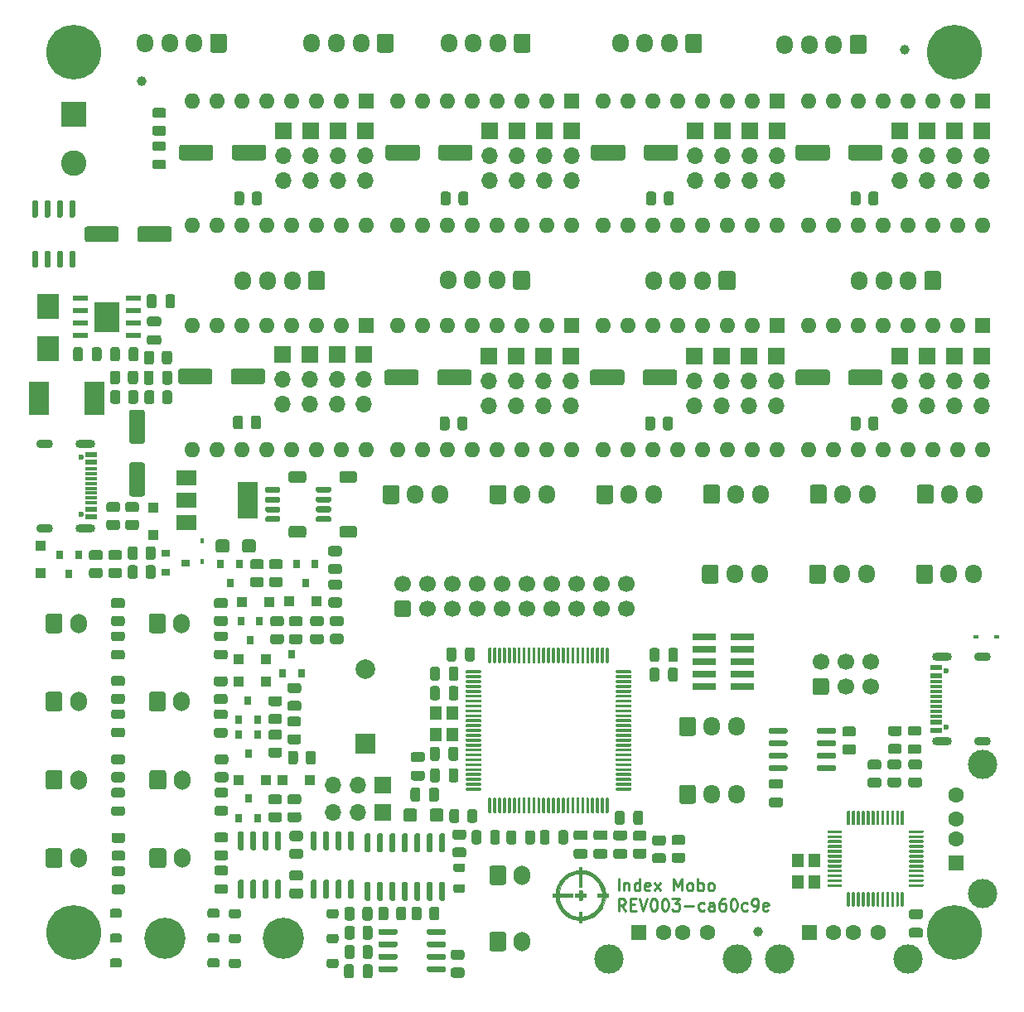
<source format=gts>
G04 #@! TF.GenerationSoftware,KiCad,Pcbnew,5.1.9+dfsg1-1~bpo10+1*
G04 #@! TF.CreationDate,2021-03-14T22:11:14+00:00*
G04 #@! TF.ProjectId,mobo,6d6f626f-2e6b-4696-9361-645f70636258,rev?*
G04 #@! TF.SameCoordinates,Original*
G04 #@! TF.FileFunction,Soldermask,Top*
G04 #@! TF.FilePolarity,Negative*
%FSLAX46Y46*%
G04 Gerber Fmt 4.6, Leading zero omitted, Abs format (unit mm)*
G04 Created by KiCad (PCBNEW 5.1.9+dfsg1-1~bpo10+1) date 2021-03-14 22:11:14*
%MOMM*%
%LPD*%
G01*
G04 APERTURE LIST*
%ADD10C,0.250000*%
%ADD11C,0.010000*%
%ADD12O,1.700000X1.950000*%
%ADD13R,0.600000X0.450000*%
%ADD14R,0.450000X0.600000*%
%ADD15R,1.200000X1.400000*%
%ADD16R,0.800000X0.900000*%
%ADD17R,1.100000X1.100000*%
%ADD18C,1.600000*%
%ADD19R,1.600000X1.600000*%
%ADD20C,3.000000*%
%ADD21O,1.700000X2.000000*%
%ADD22O,1.700000X1.700000*%
%ADD23R,1.700000X1.700000*%
%ADD24R,2.400000X0.740000*%
%ADD25C,1.000000*%
%ADD26C,2.000000*%
%ADD27R,2.000000X2.000000*%
%ADD28C,1.700000*%
%ADD29R,2.000000X3.800000*%
%ADD30R,2.000000X1.500000*%
%ADD31C,4.200000*%
%ADD32R,0.900000X0.800000*%
%ADD33R,1.160000X0.600000*%
%ADD34C,0.600000*%
%ADD35R,1.160000X0.300000*%
%ADD36O,1.700000X0.900000*%
%ADD37O,2.000000X0.900000*%
%ADD38R,2.000000X3.400000*%
%ADD39R,1.550000X0.600000*%
%ADD40R,2.600000X3.100000*%
%ADD41R,2.300000X2.500000*%
%ADD42O,1.600000X1.600000*%
%ADD43R,2.600000X2.600000*%
%ADD44C,2.600000*%
%ADD45C,5.600000*%
G04 APERTURE END LIST*
D10*
X129708214Y-156777857D02*
X129708214Y-155577857D01*
X130279642Y-155977857D02*
X130279642Y-156777857D01*
X130279642Y-156092142D02*
X130336785Y-156035000D01*
X130451071Y-155977857D01*
X130622500Y-155977857D01*
X130736785Y-156035000D01*
X130793928Y-156149285D01*
X130793928Y-156777857D01*
X131879642Y-156777857D02*
X131879642Y-155577857D01*
X131879642Y-156720714D02*
X131765357Y-156777857D01*
X131536785Y-156777857D01*
X131422500Y-156720714D01*
X131365357Y-156663571D01*
X131308214Y-156549285D01*
X131308214Y-156206428D01*
X131365357Y-156092142D01*
X131422500Y-156035000D01*
X131536785Y-155977857D01*
X131765357Y-155977857D01*
X131879642Y-156035000D01*
X132908214Y-156720714D02*
X132793928Y-156777857D01*
X132565357Y-156777857D01*
X132451071Y-156720714D01*
X132393928Y-156606428D01*
X132393928Y-156149285D01*
X132451071Y-156035000D01*
X132565357Y-155977857D01*
X132793928Y-155977857D01*
X132908214Y-156035000D01*
X132965357Y-156149285D01*
X132965357Y-156263571D01*
X132393928Y-156377857D01*
X133365357Y-156777857D02*
X133993928Y-155977857D01*
X133365357Y-155977857D02*
X133993928Y-156777857D01*
X135365357Y-156777857D02*
X135365357Y-155577857D01*
X135765357Y-156435000D01*
X136165357Y-155577857D01*
X136165357Y-156777857D01*
X136908214Y-156777857D02*
X136793928Y-156720714D01*
X136736785Y-156663571D01*
X136679642Y-156549285D01*
X136679642Y-156206428D01*
X136736785Y-156092142D01*
X136793928Y-156035000D01*
X136908214Y-155977857D01*
X137079642Y-155977857D01*
X137193928Y-156035000D01*
X137251071Y-156092142D01*
X137308214Y-156206428D01*
X137308214Y-156549285D01*
X137251071Y-156663571D01*
X137193928Y-156720714D01*
X137079642Y-156777857D01*
X136908214Y-156777857D01*
X137822500Y-156777857D02*
X137822500Y-155577857D01*
X137822500Y-156035000D02*
X137936785Y-155977857D01*
X138165357Y-155977857D01*
X138279642Y-156035000D01*
X138336785Y-156092142D01*
X138393928Y-156206428D01*
X138393928Y-156549285D01*
X138336785Y-156663571D01*
X138279642Y-156720714D01*
X138165357Y-156777857D01*
X137936785Y-156777857D01*
X137822500Y-156720714D01*
X139079642Y-156777857D02*
X138965357Y-156720714D01*
X138908214Y-156663571D01*
X138851071Y-156549285D01*
X138851071Y-156206428D01*
X138908214Y-156092142D01*
X138965357Y-156035000D01*
X139079642Y-155977857D01*
X139251071Y-155977857D01*
X139365357Y-156035000D01*
X139422500Y-156092142D01*
X139479642Y-156206428D01*
X139479642Y-156549285D01*
X139422500Y-156663571D01*
X139365357Y-156720714D01*
X139251071Y-156777857D01*
X139079642Y-156777857D01*
X130393928Y-158827857D02*
X129993928Y-158256428D01*
X129708214Y-158827857D02*
X129708214Y-157627857D01*
X130165357Y-157627857D01*
X130279642Y-157685000D01*
X130336785Y-157742142D01*
X130393928Y-157856428D01*
X130393928Y-158027857D01*
X130336785Y-158142142D01*
X130279642Y-158199285D01*
X130165357Y-158256428D01*
X129708214Y-158256428D01*
X130908214Y-158199285D02*
X131308214Y-158199285D01*
X131479642Y-158827857D02*
X130908214Y-158827857D01*
X130908214Y-157627857D01*
X131479642Y-157627857D01*
X131822500Y-157627857D02*
X132222500Y-158827857D01*
X132622500Y-157627857D01*
X133251071Y-157627857D02*
X133365357Y-157627857D01*
X133479642Y-157685000D01*
X133536785Y-157742142D01*
X133593928Y-157856428D01*
X133651071Y-158085000D01*
X133651071Y-158370714D01*
X133593928Y-158599285D01*
X133536785Y-158713571D01*
X133479642Y-158770714D01*
X133365357Y-158827857D01*
X133251071Y-158827857D01*
X133136785Y-158770714D01*
X133079642Y-158713571D01*
X133022500Y-158599285D01*
X132965357Y-158370714D01*
X132965357Y-158085000D01*
X133022500Y-157856428D01*
X133079642Y-157742142D01*
X133136785Y-157685000D01*
X133251071Y-157627857D01*
X134393928Y-157627857D02*
X134508214Y-157627857D01*
X134622500Y-157685000D01*
X134679642Y-157742142D01*
X134736785Y-157856428D01*
X134793928Y-158085000D01*
X134793928Y-158370714D01*
X134736785Y-158599285D01*
X134679642Y-158713571D01*
X134622500Y-158770714D01*
X134508214Y-158827857D01*
X134393928Y-158827857D01*
X134279642Y-158770714D01*
X134222500Y-158713571D01*
X134165357Y-158599285D01*
X134108214Y-158370714D01*
X134108214Y-158085000D01*
X134165357Y-157856428D01*
X134222500Y-157742142D01*
X134279642Y-157685000D01*
X134393928Y-157627857D01*
X135193928Y-157627857D02*
X135936785Y-157627857D01*
X135536785Y-158085000D01*
X135708214Y-158085000D01*
X135822500Y-158142142D01*
X135879642Y-158199285D01*
X135936785Y-158313571D01*
X135936785Y-158599285D01*
X135879642Y-158713571D01*
X135822500Y-158770714D01*
X135708214Y-158827857D01*
X135365357Y-158827857D01*
X135251071Y-158770714D01*
X135193928Y-158713571D01*
X136451071Y-158370714D02*
X137365357Y-158370714D01*
X138451071Y-158770714D02*
X138336785Y-158827857D01*
X138108214Y-158827857D01*
X137993928Y-158770714D01*
X137936785Y-158713571D01*
X137879642Y-158599285D01*
X137879642Y-158256428D01*
X137936785Y-158142142D01*
X137993928Y-158085000D01*
X138108214Y-158027857D01*
X138336785Y-158027857D01*
X138451071Y-158085000D01*
X139479642Y-158827857D02*
X139479642Y-158199285D01*
X139422500Y-158085000D01*
X139308214Y-158027857D01*
X139079642Y-158027857D01*
X138965357Y-158085000D01*
X139479642Y-158770714D02*
X139365357Y-158827857D01*
X139079642Y-158827857D01*
X138965357Y-158770714D01*
X138908214Y-158656428D01*
X138908214Y-158542142D01*
X138965357Y-158427857D01*
X139079642Y-158370714D01*
X139365357Y-158370714D01*
X139479642Y-158313571D01*
X140565357Y-157627857D02*
X140336785Y-157627857D01*
X140222500Y-157685000D01*
X140165357Y-157742142D01*
X140051071Y-157913571D01*
X139993928Y-158142142D01*
X139993928Y-158599285D01*
X140051071Y-158713571D01*
X140108214Y-158770714D01*
X140222500Y-158827857D01*
X140451071Y-158827857D01*
X140565357Y-158770714D01*
X140622500Y-158713571D01*
X140679642Y-158599285D01*
X140679642Y-158313571D01*
X140622500Y-158199285D01*
X140565357Y-158142142D01*
X140451071Y-158085000D01*
X140222500Y-158085000D01*
X140108214Y-158142142D01*
X140051071Y-158199285D01*
X139993928Y-158313571D01*
X141422500Y-157627857D02*
X141536785Y-157627857D01*
X141651071Y-157685000D01*
X141708214Y-157742142D01*
X141765357Y-157856428D01*
X141822500Y-158085000D01*
X141822500Y-158370714D01*
X141765357Y-158599285D01*
X141708214Y-158713571D01*
X141651071Y-158770714D01*
X141536785Y-158827857D01*
X141422500Y-158827857D01*
X141308214Y-158770714D01*
X141251071Y-158713571D01*
X141193928Y-158599285D01*
X141136785Y-158370714D01*
X141136785Y-158085000D01*
X141193928Y-157856428D01*
X141251071Y-157742142D01*
X141308214Y-157685000D01*
X141422500Y-157627857D01*
X142851071Y-158770714D02*
X142736785Y-158827857D01*
X142508214Y-158827857D01*
X142393928Y-158770714D01*
X142336785Y-158713571D01*
X142279642Y-158599285D01*
X142279642Y-158256428D01*
X142336785Y-158142142D01*
X142393928Y-158085000D01*
X142508214Y-158027857D01*
X142736785Y-158027857D01*
X142851071Y-158085000D01*
X143422500Y-158827857D02*
X143651071Y-158827857D01*
X143765357Y-158770714D01*
X143822500Y-158713571D01*
X143936785Y-158542142D01*
X143993928Y-158313571D01*
X143993928Y-157856428D01*
X143936785Y-157742142D01*
X143879642Y-157685000D01*
X143765357Y-157627857D01*
X143536785Y-157627857D01*
X143422500Y-157685000D01*
X143365357Y-157742142D01*
X143308214Y-157856428D01*
X143308214Y-158142142D01*
X143365357Y-158256428D01*
X143422500Y-158313571D01*
X143536785Y-158370714D01*
X143765357Y-158370714D01*
X143879642Y-158313571D01*
X143936785Y-158256428D01*
X143993928Y-158142142D01*
X144965357Y-158770714D02*
X144851071Y-158827857D01*
X144622500Y-158827857D01*
X144508214Y-158770714D01*
X144451071Y-158656428D01*
X144451071Y-158199285D01*
X144508214Y-158085000D01*
X144622500Y-158027857D01*
X144851071Y-158027857D01*
X144965357Y-158085000D01*
X145022500Y-158199285D01*
X145022500Y-158313571D01*
X144451071Y-158427857D01*
D11*
G36*
X125972439Y-156897805D02*
G01*
X125976389Y-157077722D01*
X126156305Y-157081671D01*
X126336222Y-157085621D01*
X126336222Y-157408490D01*
X126156305Y-157412439D01*
X125976389Y-157416389D01*
X125972439Y-157596305D01*
X125968490Y-157776222D01*
X125645621Y-157776222D01*
X125641671Y-157596305D01*
X125637722Y-157416389D01*
X125457805Y-157412439D01*
X125277889Y-157408490D01*
X125277889Y-157085621D01*
X125457805Y-157081671D01*
X125637722Y-157077722D01*
X125641671Y-156897805D01*
X125645621Y-156717889D01*
X125968490Y-156717889D01*
X125972439Y-156897805D01*
G37*
X125972439Y-156897805D02*
X125976389Y-157077722D01*
X126156305Y-157081671D01*
X126336222Y-157085621D01*
X126336222Y-157408490D01*
X126156305Y-157412439D01*
X125976389Y-157416389D01*
X125972439Y-157596305D01*
X125968490Y-157776222D01*
X125645621Y-157776222D01*
X125641671Y-157596305D01*
X125637722Y-157416389D01*
X125457805Y-157412439D01*
X125277889Y-157408490D01*
X125277889Y-157085621D01*
X125457805Y-157081671D01*
X125637722Y-157077722D01*
X125641671Y-156897805D01*
X125645621Y-156717889D01*
X125968490Y-156717889D01*
X125972439Y-156897805D01*
G36*
X125969333Y-154696102D02*
G01*
X126063869Y-154705788D01*
X126322960Y-154746461D01*
X126578270Y-154815028D01*
X126829979Y-154911540D01*
X126950055Y-154968050D01*
X127092674Y-155043651D01*
X127219534Y-155121262D01*
X127337813Y-155206129D01*
X127454691Y-155303492D01*
X127577345Y-155418597D01*
X127606554Y-155447557D01*
X127726386Y-155572508D01*
X127827294Y-155690062D01*
X127914522Y-155807398D01*
X127993312Y-155931694D01*
X128068909Y-156070130D01*
X128086061Y-156104055D01*
X128196061Y-156354092D01*
X128278089Y-156607644D01*
X128332199Y-156864891D01*
X128348323Y-156990241D01*
X128358008Y-157084778D01*
X128650444Y-157084778D01*
X128650444Y-157409333D01*
X128357399Y-157409333D01*
X128347535Y-157504583D01*
X128307659Y-157761009D01*
X128241477Y-158011033D01*
X128148236Y-158257208D01*
X128086061Y-158390055D01*
X128010460Y-158532674D01*
X127932848Y-158659534D01*
X127847982Y-158777813D01*
X127750619Y-158894691D01*
X127635514Y-159017345D01*
X127606554Y-159046554D01*
X127481603Y-159166386D01*
X127364049Y-159267294D01*
X127246713Y-159354522D01*
X127122416Y-159433312D01*
X126983980Y-159508909D01*
X126950055Y-159526061D01*
X126700019Y-159636061D01*
X126446466Y-159718089D01*
X126189220Y-159772199D01*
X126063869Y-159788323D01*
X125969333Y-159798008D01*
X125969333Y-160090444D01*
X125644778Y-160090444D01*
X125644778Y-159798008D01*
X125550241Y-159788323D01*
X125291151Y-159747649D01*
X125035840Y-159679083D01*
X124784132Y-159582570D01*
X124664055Y-159526061D01*
X124521437Y-159450460D01*
X124394577Y-159372848D01*
X124276298Y-159287982D01*
X124159420Y-159190619D01*
X124036765Y-159075514D01*
X124007557Y-159046554D01*
X123887725Y-158921603D01*
X123786817Y-158804049D01*
X123699589Y-158686713D01*
X123620798Y-158562416D01*
X123545202Y-158423980D01*
X123528050Y-158390055D01*
X123418050Y-158140019D01*
X123336021Y-157886466D01*
X123281912Y-157629220D01*
X123265788Y-157503869D01*
X123256102Y-157409333D01*
X122963667Y-157409333D01*
X122963667Y-157084778D01*
X123256102Y-157084778D01*
X123594769Y-157084778D01*
X125009778Y-157084778D01*
X125009778Y-157409333D01*
X123594769Y-157409333D01*
X123604476Y-157504583D01*
X123640361Y-157724313D01*
X123702406Y-157944567D01*
X123788889Y-158161475D01*
X123898093Y-158371165D01*
X124028296Y-158569766D01*
X124140199Y-158710858D01*
X124293404Y-158868821D01*
X124468050Y-159013377D01*
X124659457Y-159141804D01*
X124862945Y-159251383D01*
X125073835Y-159339390D01*
X125287446Y-159403106D01*
X125356532Y-159418102D01*
X125429763Y-159432329D01*
X125482120Y-159441925D01*
X125520380Y-159447910D01*
X125551318Y-159451303D01*
X125581713Y-159453125D01*
X125591861Y-159453523D01*
X125644778Y-159455444D01*
X125644778Y-158961555D01*
X125969333Y-158961555D01*
X125969333Y-159459342D01*
X126064583Y-159449635D01*
X126283298Y-159413883D01*
X126502090Y-159352335D01*
X126716909Y-159267114D01*
X126923706Y-159160343D01*
X127118431Y-159034146D01*
X127297033Y-158890645D01*
X127455463Y-158731964D01*
X127473912Y-158710858D01*
X127618922Y-158523270D01*
X127744237Y-158321651D01*
X127848139Y-158109873D01*
X127928907Y-157891808D01*
X127984824Y-157671326D01*
X128009635Y-157504583D01*
X128019342Y-157409333D01*
X127521555Y-157409333D01*
X127521555Y-157084778D01*
X128019342Y-157084778D01*
X128009635Y-156989528D01*
X127973749Y-156769798D01*
X127911705Y-156549544D01*
X127825222Y-156332636D01*
X127716018Y-156122946D01*
X127585814Y-155924345D01*
X127473912Y-155783253D01*
X127318331Y-155622797D01*
X127142063Y-155477253D01*
X126949159Y-155348743D01*
X126743669Y-155239391D01*
X126529643Y-155151319D01*
X126311131Y-155086651D01*
X126092182Y-155047509D01*
X126064583Y-155044476D01*
X125969333Y-155034769D01*
X125969333Y-156449778D01*
X125644778Y-156449778D01*
X125644778Y-155034769D01*
X125549528Y-155044476D01*
X125330813Y-155080228D01*
X125112021Y-155141776D01*
X124897202Y-155226997D01*
X124690405Y-155333767D01*
X124495680Y-155459965D01*
X124317078Y-155603466D01*
X124158648Y-155762147D01*
X124140199Y-155783253D01*
X123995189Y-155970841D01*
X123869874Y-156172460D01*
X123765972Y-156384238D01*
X123685204Y-156602303D01*
X123629287Y-156822784D01*
X123604476Y-156989528D01*
X123594769Y-157084778D01*
X123256102Y-157084778D01*
X123265788Y-156990241D01*
X123306461Y-156731151D01*
X123375028Y-156475840D01*
X123471540Y-156224132D01*
X123528050Y-156104055D01*
X123603651Y-155961437D01*
X123681262Y-155834577D01*
X123766129Y-155716298D01*
X123863492Y-155599420D01*
X123978597Y-155476765D01*
X124007557Y-155447557D01*
X124132508Y-155327725D01*
X124250062Y-155226817D01*
X124367398Y-155139589D01*
X124491694Y-155060798D01*
X124630130Y-154985202D01*
X124664055Y-154968050D01*
X124914092Y-154858050D01*
X125167644Y-154776021D01*
X125424891Y-154721912D01*
X125550241Y-154705788D01*
X125644778Y-154696102D01*
X125644778Y-154403667D01*
X125969333Y-154403667D01*
X125969333Y-154696102D01*
G37*
X125969333Y-154696102D02*
X126063869Y-154705788D01*
X126322960Y-154746461D01*
X126578270Y-154815028D01*
X126829979Y-154911540D01*
X126950055Y-154968050D01*
X127092674Y-155043651D01*
X127219534Y-155121262D01*
X127337813Y-155206129D01*
X127454691Y-155303492D01*
X127577345Y-155418597D01*
X127606554Y-155447557D01*
X127726386Y-155572508D01*
X127827294Y-155690062D01*
X127914522Y-155807398D01*
X127993312Y-155931694D01*
X128068909Y-156070130D01*
X128086061Y-156104055D01*
X128196061Y-156354092D01*
X128278089Y-156607644D01*
X128332199Y-156864891D01*
X128348323Y-156990241D01*
X128358008Y-157084778D01*
X128650444Y-157084778D01*
X128650444Y-157409333D01*
X128357399Y-157409333D01*
X128347535Y-157504583D01*
X128307659Y-157761009D01*
X128241477Y-158011033D01*
X128148236Y-158257208D01*
X128086061Y-158390055D01*
X128010460Y-158532674D01*
X127932848Y-158659534D01*
X127847982Y-158777813D01*
X127750619Y-158894691D01*
X127635514Y-159017345D01*
X127606554Y-159046554D01*
X127481603Y-159166386D01*
X127364049Y-159267294D01*
X127246713Y-159354522D01*
X127122416Y-159433312D01*
X126983980Y-159508909D01*
X126950055Y-159526061D01*
X126700019Y-159636061D01*
X126446466Y-159718089D01*
X126189220Y-159772199D01*
X126063869Y-159788323D01*
X125969333Y-159798008D01*
X125969333Y-160090444D01*
X125644778Y-160090444D01*
X125644778Y-159798008D01*
X125550241Y-159788323D01*
X125291151Y-159747649D01*
X125035840Y-159679083D01*
X124784132Y-159582570D01*
X124664055Y-159526061D01*
X124521437Y-159450460D01*
X124394577Y-159372848D01*
X124276298Y-159287982D01*
X124159420Y-159190619D01*
X124036765Y-159075514D01*
X124007557Y-159046554D01*
X123887725Y-158921603D01*
X123786817Y-158804049D01*
X123699589Y-158686713D01*
X123620798Y-158562416D01*
X123545202Y-158423980D01*
X123528050Y-158390055D01*
X123418050Y-158140019D01*
X123336021Y-157886466D01*
X123281912Y-157629220D01*
X123265788Y-157503869D01*
X123256102Y-157409333D01*
X122963667Y-157409333D01*
X122963667Y-157084778D01*
X123256102Y-157084778D01*
X123594769Y-157084778D01*
X125009778Y-157084778D01*
X125009778Y-157409333D01*
X123594769Y-157409333D01*
X123604476Y-157504583D01*
X123640361Y-157724313D01*
X123702406Y-157944567D01*
X123788889Y-158161475D01*
X123898093Y-158371165D01*
X124028296Y-158569766D01*
X124140199Y-158710858D01*
X124293404Y-158868821D01*
X124468050Y-159013377D01*
X124659457Y-159141804D01*
X124862945Y-159251383D01*
X125073835Y-159339390D01*
X125287446Y-159403106D01*
X125356532Y-159418102D01*
X125429763Y-159432329D01*
X125482120Y-159441925D01*
X125520380Y-159447910D01*
X125551318Y-159451303D01*
X125581713Y-159453125D01*
X125591861Y-159453523D01*
X125644778Y-159455444D01*
X125644778Y-158961555D01*
X125969333Y-158961555D01*
X125969333Y-159459342D01*
X126064583Y-159449635D01*
X126283298Y-159413883D01*
X126502090Y-159352335D01*
X126716909Y-159267114D01*
X126923706Y-159160343D01*
X127118431Y-159034146D01*
X127297033Y-158890645D01*
X127455463Y-158731964D01*
X127473912Y-158710858D01*
X127618922Y-158523270D01*
X127744237Y-158321651D01*
X127848139Y-158109873D01*
X127928907Y-157891808D01*
X127984824Y-157671326D01*
X128009635Y-157504583D01*
X128019342Y-157409333D01*
X127521555Y-157409333D01*
X127521555Y-157084778D01*
X128019342Y-157084778D01*
X128009635Y-156989528D01*
X127973749Y-156769798D01*
X127911705Y-156549544D01*
X127825222Y-156332636D01*
X127716018Y-156122946D01*
X127585814Y-155924345D01*
X127473912Y-155783253D01*
X127318331Y-155622797D01*
X127142063Y-155477253D01*
X126949159Y-155348743D01*
X126743669Y-155239391D01*
X126529643Y-155151319D01*
X126311131Y-155086651D01*
X126092182Y-155047509D01*
X126064583Y-155044476D01*
X125969333Y-155034769D01*
X125969333Y-156449778D01*
X125644778Y-156449778D01*
X125644778Y-155034769D01*
X125549528Y-155044476D01*
X125330813Y-155080228D01*
X125112021Y-155141776D01*
X124897202Y-155226997D01*
X124690405Y-155333767D01*
X124495680Y-155459965D01*
X124317078Y-155603466D01*
X124158648Y-155762147D01*
X124140199Y-155783253D01*
X123995189Y-155970841D01*
X123869874Y-156172460D01*
X123765972Y-156384238D01*
X123685204Y-156602303D01*
X123629287Y-156822784D01*
X123604476Y-156989528D01*
X123594769Y-157084778D01*
X123256102Y-157084778D01*
X123265788Y-156990241D01*
X123306461Y-156731151D01*
X123375028Y-156475840D01*
X123471540Y-156224132D01*
X123528050Y-156104055D01*
X123603651Y-155961437D01*
X123681262Y-155834577D01*
X123766129Y-155716298D01*
X123863492Y-155599420D01*
X123978597Y-155476765D01*
X124007557Y-155447557D01*
X124132508Y-155327725D01*
X124250062Y-155226817D01*
X124367398Y-155139589D01*
X124491694Y-155060798D01*
X124630130Y-154985202D01*
X124664055Y-154968050D01*
X124914092Y-154858050D01*
X125167644Y-154776021D01*
X125424891Y-154721912D01*
X125550241Y-154705788D01*
X125644778Y-154696102D01*
X125644778Y-154403667D01*
X125969333Y-154403667D01*
X125969333Y-154696102D01*
G36*
G01*
X113437500Y-148699999D02*
X113437500Y-149600001D01*
G75*
G02*
X113187501Y-149850000I-249999J0D01*
G01*
X112662499Y-149850000D01*
G75*
G02*
X112412500Y-149600001I0J249999D01*
G01*
X112412500Y-148699999D01*
G75*
G02*
X112662499Y-148450000I249999J0D01*
G01*
X113187501Y-148450000D01*
G75*
G02*
X113437500Y-148699999I0J-249999D01*
G01*
G37*
G36*
G01*
X115262500Y-148699999D02*
X115262500Y-149600001D01*
G75*
G02*
X115012501Y-149850000I-249999J0D01*
G01*
X114487499Y-149850000D01*
G75*
G02*
X114237500Y-149600001I0J249999D01*
G01*
X114237500Y-148699999D01*
G75*
G02*
X114487499Y-148450000I249999J0D01*
G01*
X115012501Y-148450000D01*
G75*
G02*
X115262500Y-148699999I0J-249999D01*
G01*
G37*
G36*
G01*
X134770000Y-135175000D02*
X134770000Y-134225000D01*
G75*
G02*
X135020000Y-133975000I250000J0D01*
G01*
X135520000Y-133975000D01*
G75*
G02*
X135770000Y-134225000I0J-250000D01*
G01*
X135770000Y-135175000D01*
G75*
G02*
X135520000Y-135425000I-250000J0D01*
G01*
X135020000Y-135425000D01*
G75*
G02*
X134770000Y-135175000I0J250000D01*
G01*
G37*
G36*
G01*
X132870000Y-135175000D02*
X132870000Y-134225000D01*
G75*
G02*
X133120000Y-133975000I250000J0D01*
G01*
X133620000Y-133975000D01*
G75*
G02*
X133870000Y-134225000I0J-250000D01*
G01*
X133870000Y-135175000D01*
G75*
G02*
X133620000Y-135425000I-250000J0D01*
G01*
X133120000Y-135425000D01*
G75*
G02*
X132870000Y-135175000I0J250000D01*
G01*
G37*
D12*
X122370000Y-116280000D03*
X119870000Y-116280000D03*
G36*
G01*
X116520000Y-117005000D02*
X116520000Y-115555000D01*
G75*
G02*
X116770000Y-115305000I250000J0D01*
G01*
X117970000Y-115305000D01*
G75*
G02*
X118220000Y-115555000I0J-250000D01*
G01*
X118220000Y-117005000D01*
G75*
G02*
X117970000Y-117255000I-250000J0D01*
G01*
X116770000Y-117255000D01*
G75*
G02*
X116520000Y-117005000I0J250000D01*
G01*
G37*
G36*
G01*
X102660000Y-164555000D02*
X102660000Y-165505000D01*
G75*
G02*
X102410000Y-165755000I-250000J0D01*
G01*
X101910000Y-165755000D01*
G75*
G02*
X101660000Y-165505000I0J250000D01*
G01*
X101660000Y-164555000D01*
G75*
G02*
X101910000Y-164305000I250000J0D01*
G01*
X102410000Y-164305000D01*
G75*
G02*
X102660000Y-164555000I0J-250000D01*
G01*
G37*
G36*
G01*
X104560000Y-164555000D02*
X104560000Y-165505000D01*
G75*
G02*
X104310000Y-165755000I-250000J0D01*
G01*
X103810000Y-165755000D01*
G75*
G02*
X103560000Y-165505000I0J250000D01*
G01*
X103560000Y-164555000D01*
G75*
G02*
X103810000Y-164305000I250000J0D01*
G01*
X104310000Y-164305000D01*
G75*
G02*
X104560000Y-164555000I0J-250000D01*
G01*
G37*
G36*
G01*
X89930000Y-121134999D02*
X89930000Y-121985001D01*
G75*
G02*
X89680001Y-122235000I-249999J0D01*
G01*
X88779999Y-122235000D01*
G75*
G02*
X88530000Y-121985001I0J249999D01*
G01*
X88530000Y-121134999D01*
G75*
G02*
X88779999Y-120885000I249999J0D01*
G01*
X89680001Y-120885000D01*
G75*
G02*
X89930000Y-121134999I0J-249999D01*
G01*
G37*
G36*
G01*
X92630000Y-121134999D02*
X92630000Y-121985001D01*
G75*
G02*
X92380001Y-122235000I-249999J0D01*
G01*
X91479999Y-122235000D01*
G75*
G02*
X91230000Y-121985001I0J249999D01*
G01*
X91230000Y-121134999D01*
G75*
G02*
X91479999Y-120885000I249999J0D01*
G01*
X92380001Y-120885000D01*
G75*
G02*
X92630000Y-121134999I0J-249999D01*
G01*
G37*
G36*
G01*
X78510001Y-118080000D02*
X77609999Y-118080000D01*
G75*
G02*
X77360000Y-117830001I0J249999D01*
G01*
X77360000Y-117304999D01*
G75*
G02*
X77609999Y-117055000I249999J0D01*
G01*
X78510001Y-117055000D01*
G75*
G02*
X78760000Y-117304999I0J-249999D01*
G01*
X78760000Y-117830001D01*
G75*
G02*
X78510001Y-118080000I-249999J0D01*
G01*
G37*
G36*
G01*
X78510001Y-119905000D02*
X77609999Y-119905000D01*
G75*
G02*
X77360000Y-119655001I0J249999D01*
G01*
X77360000Y-119129999D01*
G75*
G02*
X77609999Y-118880000I249999J0D01*
G01*
X78510001Y-118880000D01*
G75*
G02*
X78760000Y-119129999I0J-249999D01*
G01*
X78760000Y-119655001D01*
G75*
G02*
X78510001Y-119905000I-249999J0D01*
G01*
G37*
G36*
G01*
X80440001Y-118080000D02*
X79539999Y-118080000D01*
G75*
G02*
X79290000Y-117830001I0J249999D01*
G01*
X79290000Y-117304999D01*
G75*
G02*
X79539999Y-117055000I249999J0D01*
G01*
X80440001Y-117055000D01*
G75*
G02*
X80690000Y-117304999I0J-249999D01*
G01*
X80690000Y-117830001D01*
G75*
G02*
X80440001Y-118080000I-249999J0D01*
G01*
G37*
G36*
G01*
X80440001Y-119905000D02*
X79539999Y-119905000D01*
G75*
G02*
X79290000Y-119655001I0J249999D01*
G01*
X79290000Y-119129999D01*
G75*
G02*
X79539999Y-118880000I249999J0D01*
G01*
X80440001Y-118880000D01*
G75*
G02*
X80690000Y-119129999I0J-249999D01*
G01*
X80690000Y-119655001D01*
G75*
G02*
X80440001Y-119905000I-249999J0D01*
G01*
G37*
D13*
X168370000Y-130820000D03*
X166270000Y-130820000D03*
D14*
X87190000Y-123150000D03*
X87190000Y-121050000D03*
G36*
G01*
X151060000Y-150845000D02*
X151060000Y-150695000D01*
G75*
G02*
X151135000Y-150620000I75000J0D01*
G01*
X152460000Y-150620000D01*
G75*
G02*
X152535000Y-150695000I0J-75000D01*
G01*
X152535000Y-150845000D01*
G75*
G02*
X152460000Y-150920000I-75000J0D01*
G01*
X151135000Y-150920000D01*
G75*
G02*
X151060000Y-150845000I0J75000D01*
G01*
G37*
G36*
G01*
X151060000Y-151345000D02*
X151060000Y-151195000D01*
G75*
G02*
X151135000Y-151120000I75000J0D01*
G01*
X152460000Y-151120000D01*
G75*
G02*
X152535000Y-151195000I0J-75000D01*
G01*
X152535000Y-151345000D01*
G75*
G02*
X152460000Y-151420000I-75000J0D01*
G01*
X151135000Y-151420000D01*
G75*
G02*
X151060000Y-151345000I0J75000D01*
G01*
G37*
G36*
G01*
X151060000Y-151845000D02*
X151060000Y-151695000D01*
G75*
G02*
X151135000Y-151620000I75000J0D01*
G01*
X152460000Y-151620000D01*
G75*
G02*
X152535000Y-151695000I0J-75000D01*
G01*
X152535000Y-151845000D01*
G75*
G02*
X152460000Y-151920000I-75000J0D01*
G01*
X151135000Y-151920000D01*
G75*
G02*
X151060000Y-151845000I0J75000D01*
G01*
G37*
G36*
G01*
X151060000Y-152345000D02*
X151060000Y-152195000D01*
G75*
G02*
X151135000Y-152120000I75000J0D01*
G01*
X152460000Y-152120000D01*
G75*
G02*
X152535000Y-152195000I0J-75000D01*
G01*
X152535000Y-152345000D01*
G75*
G02*
X152460000Y-152420000I-75000J0D01*
G01*
X151135000Y-152420000D01*
G75*
G02*
X151060000Y-152345000I0J75000D01*
G01*
G37*
G36*
G01*
X151060000Y-152845000D02*
X151060000Y-152695000D01*
G75*
G02*
X151135000Y-152620000I75000J0D01*
G01*
X152460000Y-152620000D01*
G75*
G02*
X152535000Y-152695000I0J-75000D01*
G01*
X152535000Y-152845000D01*
G75*
G02*
X152460000Y-152920000I-75000J0D01*
G01*
X151135000Y-152920000D01*
G75*
G02*
X151060000Y-152845000I0J75000D01*
G01*
G37*
G36*
G01*
X151060000Y-153345000D02*
X151060000Y-153195000D01*
G75*
G02*
X151135000Y-153120000I75000J0D01*
G01*
X152460000Y-153120000D01*
G75*
G02*
X152535000Y-153195000I0J-75000D01*
G01*
X152535000Y-153345000D01*
G75*
G02*
X152460000Y-153420000I-75000J0D01*
G01*
X151135000Y-153420000D01*
G75*
G02*
X151060000Y-153345000I0J75000D01*
G01*
G37*
G36*
G01*
X151060000Y-153845000D02*
X151060000Y-153695000D01*
G75*
G02*
X151135000Y-153620000I75000J0D01*
G01*
X152460000Y-153620000D01*
G75*
G02*
X152535000Y-153695000I0J-75000D01*
G01*
X152535000Y-153845000D01*
G75*
G02*
X152460000Y-153920000I-75000J0D01*
G01*
X151135000Y-153920000D01*
G75*
G02*
X151060000Y-153845000I0J75000D01*
G01*
G37*
G36*
G01*
X151060000Y-154345000D02*
X151060000Y-154195000D01*
G75*
G02*
X151135000Y-154120000I75000J0D01*
G01*
X152460000Y-154120000D01*
G75*
G02*
X152535000Y-154195000I0J-75000D01*
G01*
X152535000Y-154345000D01*
G75*
G02*
X152460000Y-154420000I-75000J0D01*
G01*
X151135000Y-154420000D01*
G75*
G02*
X151060000Y-154345000I0J75000D01*
G01*
G37*
G36*
G01*
X151060000Y-154845000D02*
X151060000Y-154695000D01*
G75*
G02*
X151135000Y-154620000I75000J0D01*
G01*
X152460000Y-154620000D01*
G75*
G02*
X152535000Y-154695000I0J-75000D01*
G01*
X152535000Y-154845000D01*
G75*
G02*
X152460000Y-154920000I-75000J0D01*
G01*
X151135000Y-154920000D01*
G75*
G02*
X151060000Y-154845000I0J75000D01*
G01*
G37*
G36*
G01*
X151060000Y-155345000D02*
X151060000Y-155195000D01*
G75*
G02*
X151135000Y-155120000I75000J0D01*
G01*
X152460000Y-155120000D01*
G75*
G02*
X152535000Y-155195000I0J-75000D01*
G01*
X152535000Y-155345000D01*
G75*
G02*
X152460000Y-155420000I-75000J0D01*
G01*
X151135000Y-155420000D01*
G75*
G02*
X151060000Y-155345000I0J75000D01*
G01*
G37*
G36*
G01*
X151060000Y-155845000D02*
X151060000Y-155695000D01*
G75*
G02*
X151135000Y-155620000I75000J0D01*
G01*
X152460000Y-155620000D01*
G75*
G02*
X152535000Y-155695000I0J-75000D01*
G01*
X152535000Y-155845000D01*
G75*
G02*
X152460000Y-155920000I-75000J0D01*
G01*
X151135000Y-155920000D01*
G75*
G02*
X151060000Y-155845000I0J75000D01*
G01*
G37*
G36*
G01*
X151060000Y-156345000D02*
X151060000Y-156195000D01*
G75*
G02*
X151135000Y-156120000I75000J0D01*
G01*
X152460000Y-156120000D01*
G75*
G02*
X152535000Y-156195000I0J-75000D01*
G01*
X152535000Y-156345000D01*
G75*
G02*
X152460000Y-156420000I-75000J0D01*
G01*
X151135000Y-156420000D01*
G75*
G02*
X151060000Y-156345000I0J75000D01*
G01*
G37*
G36*
G01*
X153060000Y-158345000D02*
X153060000Y-157020000D01*
G75*
G02*
X153135000Y-156945000I75000J0D01*
G01*
X153285000Y-156945000D01*
G75*
G02*
X153360000Y-157020000I0J-75000D01*
G01*
X153360000Y-158345000D01*
G75*
G02*
X153285000Y-158420000I-75000J0D01*
G01*
X153135000Y-158420000D01*
G75*
G02*
X153060000Y-158345000I0J75000D01*
G01*
G37*
G36*
G01*
X153560000Y-158345000D02*
X153560000Y-157020000D01*
G75*
G02*
X153635000Y-156945000I75000J0D01*
G01*
X153785000Y-156945000D01*
G75*
G02*
X153860000Y-157020000I0J-75000D01*
G01*
X153860000Y-158345000D01*
G75*
G02*
X153785000Y-158420000I-75000J0D01*
G01*
X153635000Y-158420000D01*
G75*
G02*
X153560000Y-158345000I0J75000D01*
G01*
G37*
G36*
G01*
X154060000Y-158345000D02*
X154060000Y-157020000D01*
G75*
G02*
X154135000Y-156945000I75000J0D01*
G01*
X154285000Y-156945000D01*
G75*
G02*
X154360000Y-157020000I0J-75000D01*
G01*
X154360000Y-158345000D01*
G75*
G02*
X154285000Y-158420000I-75000J0D01*
G01*
X154135000Y-158420000D01*
G75*
G02*
X154060000Y-158345000I0J75000D01*
G01*
G37*
G36*
G01*
X154560000Y-158345000D02*
X154560000Y-157020000D01*
G75*
G02*
X154635000Y-156945000I75000J0D01*
G01*
X154785000Y-156945000D01*
G75*
G02*
X154860000Y-157020000I0J-75000D01*
G01*
X154860000Y-158345000D01*
G75*
G02*
X154785000Y-158420000I-75000J0D01*
G01*
X154635000Y-158420000D01*
G75*
G02*
X154560000Y-158345000I0J75000D01*
G01*
G37*
G36*
G01*
X155060000Y-158345000D02*
X155060000Y-157020000D01*
G75*
G02*
X155135000Y-156945000I75000J0D01*
G01*
X155285000Y-156945000D01*
G75*
G02*
X155360000Y-157020000I0J-75000D01*
G01*
X155360000Y-158345000D01*
G75*
G02*
X155285000Y-158420000I-75000J0D01*
G01*
X155135000Y-158420000D01*
G75*
G02*
X155060000Y-158345000I0J75000D01*
G01*
G37*
G36*
G01*
X155560000Y-158345000D02*
X155560000Y-157020000D01*
G75*
G02*
X155635000Y-156945000I75000J0D01*
G01*
X155785000Y-156945000D01*
G75*
G02*
X155860000Y-157020000I0J-75000D01*
G01*
X155860000Y-158345000D01*
G75*
G02*
X155785000Y-158420000I-75000J0D01*
G01*
X155635000Y-158420000D01*
G75*
G02*
X155560000Y-158345000I0J75000D01*
G01*
G37*
G36*
G01*
X156060000Y-158345000D02*
X156060000Y-157020000D01*
G75*
G02*
X156135000Y-156945000I75000J0D01*
G01*
X156285000Y-156945000D01*
G75*
G02*
X156360000Y-157020000I0J-75000D01*
G01*
X156360000Y-158345000D01*
G75*
G02*
X156285000Y-158420000I-75000J0D01*
G01*
X156135000Y-158420000D01*
G75*
G02*
X156060000Y-158345000I0J75000D01*
G01*
G37*
G36*
G01*
X156560000Y-158345000D02*
X156560000Y-157020000D01*
G75*
G02*
X156635000Y-156945000I75000J0D01*
G01*
X156785000Y-156945000D01*
G75*
G02*
X156860000Y-157020000I0J-75000D01*
G01*
X156860000Y-158345000D01*
G75*
G02*
X156785000Y-158420000I-75000J0D01*
G01*
X156635000Y-158420000D01*
G75*
G02*
X156560000Y-158345000I0J75000D01*
G01*
G37*
G36*
G01*
X157060000Y-158345000D02*
X157060000Y-157020000D01*
G75*
G02*
X157135000Y-156945000I75000J0D01*
G01*
X157285000Y-156945000D01*
G75*
G02*
X157360000Y-157020000I0J-75000D01*
G01*
X157360000Y-158345000D01*
G75*
G02*
X157285000Y-158420000I-75000J0D01*
G01*
X157135000Y-158420000D01*
G75*
G02*
X157060000Y-158345000I0J75000D01*
G01*
G37*
G36*
G01*
X157560000Y-158345000D02*
X157560000Y-157020000D01*
G75*
G02*
X157635000Y-156945000I75000J0D01*
G01*
X157785000Y-156945000D01*
G75*
G02*
X157860000Y-157020000I0J-75000D01*
G01*
X157860000Y-158345000D01*
G75*
G02*
X157785000Y-158420000I-75000J0D01*
G01*
X157635000Y-158420000D01*
G75*
G02*
X157560000Y-158345000I0J75000D01*
G01*
G37*
G36*
G01*
X158060000Y-158345000D02*
X158060000Y-157020000D01*
G75*
G02*
X158135000Y-156945000I75000J0D01*
G01*
X158285000Y-156945000D01*
G75*
G02*
X158360000Y-157020000I0J-75000D01*
G01*
X158360000Y-158345000D01*
G75*
G02*
X158285000Y-158420000I-75000J0D01*
G01*
X158135000Y-158420000D01*
G75*
G02*
X158060000Y-158345000I0J75000D01*
G01*
G37*
G36*
G01*
X158560000Y-158345000D02*
X158560000Y-157020000D01*
G75*
G02*
X158635000Y-156945000I75000J0D01*
G01*
X158785000Y-156945000D01*
G75*
G02*
X158860000Y-157020000I0J-75000D01*
G01*
X158860000Y-158345000D01*
G75*
G02*
X158785000Y-158420000I-75000J0D01*
G01*
X158635000Y-158420000D01*
G75*
G02*
X158560000Y-158345000I0J75000D01*
G01*
G37*
G36*
G01*
X159385000Y-156345000D02*
X159385000Y-156195000D01*
G75*
G02*
X159460000Y-156120000I75000J0D01*
G01*
X160785000Y-156120000D01*
G75*
G02*
X160860000Y-156195000I0J-75000D01*
G01*
X160860000Y-156345000D01*
G75*
G02*
X160785000Y-156420000I-75000J0D01*
G01*
X159460000Y-156420000D01*
G75*
G02*
X159385000Y-156345000I0J75000D01*
G01*
G37*
G36*
G01*
X159385000Y-155845000D02*
X159385000Y-155695000D01*
G75*
G02*
X159460000Y-155620000I75000J0D01*
G01*
X160785000Y-155620000D01*
G75*
G02*
X160860000Y-155695000I0J-75000D01*
G01*
X160860000Y-155845000D01*
G75*
G02*
X160785000Y-155920000I-75000J0D01*
G01*
X159460000Y-155920000D01*
G75*
G02*
X159385000Y-155845000I0J75000D01*
G01*
G37*
G36*
G01*
X159385000Y-155345000D02*
X159385000Y-155195000D01*
G75*
G02*
X159460000Y-155120000I75000J0D01*
G01*
X160785000Y-155120000D01*
G75*
G02*
X160860000Y-155195000I0J-75000D01*
G01*
X160860000Y-155345000D01*
G75*
G02*
X160785000Y-155420000I-75000J0D01*
G01*
X159460000Y-155420000D01*
G75*
G02*
X159385000Y-155345000I0J75000D01*
G01*
G37*
G36*
G01*
X159385000Y-154845000D02*
X159385000Y-154695000D01*
G75*
G02*
X159460000Y-154620000I75000J0D01*
G01*
X160785000Y-154620000D01*
G75*
G02*
X160860000Y-154695000I0J-75000D01*
G01*
X160860000Y-154845000D01*
G75*
G02*
X160785000Y-154920000I-75000J0D01*
G01*
X159460000Y-154920000D01*
G75*
G02*
X159385000Y-154845000I0J75000D01*
G01*
G37*
G36*
G01*
X159385000Y-154345000D02*
X159385000Y-154195000D01*
G75*
G02*
X159460000Y-154120000I75000J0D01*
G01*
X160785000Y-154120000D01*
G75*
G02*
X160860000Y-154195000I0J-75000D01*
G01*
X160860000Y-154345000D01*
G75*
G02*
X160785000Y-154420000I-75000J0D01*
G01*
X159460000Y-154420000D01*
G75*
G02*
X159385000Y-154345000I0J75000D01*
G01*
G37*
G36*
G01*
X159385000Y-153845000D02*
X159385000Y-153695000D01*
G75*
G02*
X159460000Y-153620000I75000J0D01*
G01*
X160785000Y-153620000D01*
G75*
G02*
X160860000Y-153695000I0J-75000D01*
G01*
X160860000Y-153845000D01*
G75*
G02*
X160785000Y-153920000I-75000J0D01*
G01*
X159460000Y-153920000D01*
G75*
G02*
X159385000Y-153845000I0J75000D01*
G01*
G37*
G36*
G01*
X159385000Y-153345000D02*
X159385000Y-153195000D01*
G75*
G02*
X159460000Y-153120000I75000J0D01*
G01*
X160785000Y-153120000D01*
G75*
G02*
X160860000Y-153195000I0J-75000D01*
G01*
X160860000Y-153345000D01*
G75*
G02*
X160785000Y-153420000I-75000J0D01*
G01*
X159460000Y-153420000D01*
G75*
G02*
X159385000Y-153345000I0J75000D01*
G01*
G37*
G36*
G01*
X159385000Y-152845000D02*
X159385000Y-152695000D01*
G75*
G02*
X159460000Y-152620000I75000J0D01*
G01*
X160785000Y-152620000D01*
G75*
G02*
X160860000Y-152695000I0J-75000D01*
G01*
X160860000Y-152845000D01*
G75*
G02*
X160785000Y-152920000I-75000J0D01*
G01*
X159460000Y-152920000D01*
G75*
G02*
X159385000Y-152845000I0J75000D01*
G01*
G37*
G36*
G01*
X159385000Y-152345000D02*
X159385000Y-152195000D01*
G75*
G02*
X159460000Y-152120000I75000J0D01*
G01*
X160785000Y-152120000D01*
G75*
G02*
X160860000Y-152195000I0J-75000D01*
G01*
X160860000Y-152345000D01*
G75*
G02*
X160785000Y-152420000I-75000J0D01*
G01*
X159460000Y-152420000D01*
G75*
G02*
X159385000Y-152345000I0J75000D01*
G01*
G37*
G36*
G01*
X159385000Y-151845000D02*
X159385000Y-151695000D01*
G75*
G02*
X159460000Y-151620000I75000J0D01*
G01*
X160785000Y-151620000D01*
G75*
G02*
X160860000Y-151695000I0J-75000D01*
G01*
X160860000Y-151845000D01*
G75*
G02*
X160785000Y-151920000I-75000J0D01*
G01*
X159460000Y-151920000D01*
G75*
G02*
X159385000Y-151845000I0J75000D01*
G01*
G37*
G36*
G01*
X159385000Y-151345000D02*
X159385000Y-151195000D01*
G75*
G02*
X159460000Y-151120000I75000J0D01*
G01*
X160785000Y-151120000D01*
G75*
G02*
X160860000Y-151195000I0J-75000D01*
G01*
X160860000Y-151345000D01*
G75*
G02*
X160785000Y-151420000I-75000J0D01*
G01*
X159460000Y-151420000D01*
G75*
G02*
X159385000Y-151345000I0J75000D01*
G01*
G37*
G36*
G01*
X159385000Y-150845000D02*
X159385000Y-150695000D01*
G75*
G02*
X159460000Y-150620000I75000J0D01*
G01*
X160785000Y-150620000D01*
G75*
G02*
X160860000Y-150695000I0J-75000D01*
G01*
X160860000Y-150845000D01*
G75*
G02*
X160785000Y-150920000I-75000J0D01*
G01*
X159460000Y-150920000D01*
G75*
G02*
X159385000Y-150845000I0J75000D01*
G01*
G37*
G36*
G01*
X158560000Y-150020000D02*
X158560000Y-148695000D01*
G75*
G02*
X158635000Y-148620000I75000J0D01*
G01*
X158785000Y-148620000D01*
G75*
G02*
X158860000Y-148695000I0J-75000D01*
G01*
X158860000Y-150020000D01*
G75*
G02*
X158785000Y-150095000I-75000J0D01*
G01*
X158635000Y-150095000D01*
G75*
G02*
X158560000Y-150020000I0J75000D01*
G01*
G37*
G36*
G01*
X158060000Y-150020000D02*
X158060000Y-148695000D01*
G75*
G02*
X158135000Y-148620000I75000J0D01*
G01*
X158285000Y-148620000D01*
G75*
G02*
X158360000Y-148695000I0J-75000D01*
G01*
X158360000Y-150020000D01*
G75*
G02*
X158285000Y-150095000I-75000J0D01*
G01*
X158135000Y-150095000D01*
G75*
G02*
X158060000Y-150020000I0J75000D01*
G01*
G37*
G36*
G01*
X157560000Y-150020000D02*
X157560000Y-148695000D01*
G75*
G02*
X157635000Y-148620000I75000J0D01*
G01*
X157785000Y-148620000D01*
G75*
G02*
X157860000Y-148695000I0J-75000D01*
G01*
X157860000Y-150020000D01*
G75*
G02*
X157785000Y-150095000I-75000J0D01*
G01*
X157635000Y-150095000D01*
G75*
G02*
X157560000Y-150020000I0J75000D01*
G01*
G37*
G36*
G01*
X157060000Y-150020000D02*
X157060000Y-148695000D01*
G75*
G02*
X157135000Y-148620000I75000J0D01*
G01*
X157285000Y-148620000D01*
G75*
G02*
X157360000Y-148695000I0J-75000D01*
G01*
X157360000Y-150020000D01*
G75*
G02*
X157285000Y-150095000I-75000J0D01*
G01*
X157135000Y-150095000D01*
G75*
G02*
X157060000Y-150020000I0J75000D01*
G01*
G37*
G36*
G01*
X156560000Y-150020000D02*
X156560000Y-148695000D01*
G75*
G02*
X156635000Y-148620000I75000J0D01*
G01*
X156785000Y-148620000D01*
G75*
G02*
X156860000Y-148695000I0J-75000D01*
G01*
X156860000Y-150020000D01*
G75*
G02*
X156785000Y-150095000I-75000J0D01*
G01*
X156635000Y-150095000D01*
G75*
G02*
X156560000Y-150020000I0J75000D01*
G01*
G37*
G36*
G01*
X156060000Y-150020000D02*
X156060000Y-148695000D01*
G75*
G02*
X156135000Y-148620000I75000J0D01*
G01*
X156285000Y-148620000D01*
G75*
G02*
X156360000Y-148695000I0J-75000D01*
G01*
X156360000Y-150020000D01*
G75*
G02*
X156285000Y-150095000I-75000J0D01*
G01*
X156135000Y-150095000D01*
G75*
G02*
X156060000Y-150020000I0J75000D01*
G01*
G37*
G36*
G01*
X155560000Y-150020000D02*
X155560000Y-148695000D01*
G75*
G02*
X155635000Y-148620000I75000J0D01*
G01*
X155785000Y-148620000D01*
G75*
G02*
X155860000Y-148695000I0J-75000D01*
G01*
X155860000Y-150020000D01*
G75*
G02*
X155785000Y-150095000I-75000J0D01*
G01*
X155635000Y-150095000D01*
G75*
G02*
X155560000Y-150020000I0J75000D01*
G01*
G37*
G36*
G01*
X155060000Y-150020000D02*
X155060000Y-148695000D01*
G75*
G02*
X155135000Y-148620000I75000J0D01*
G01*
X155285000Y-148620000D01*
G75*
G02*
X155360000Y-148695000I0J-75000D01*
G01*
X155360000Y-150020000D01*
G75*
G02*
X155285000Y-150095000I-75000J0D01*
G01*
X155135000Y-150095000D01*
G75*
G02*
X155060000Y-150020000I0J75000D01*
G01*
G37*
G36*
G01*
X154560000Y-150020000D02*
X154560000Y-148695000D01*
G75*
G02*
X154635000Y-148620000I75000J0D01*
G01*
X154785000Y-148620000D01*
G75*
G02*
X154860000Y-148695000I0J-75000D01*
G01*
X154860000Y-150020000D01*
G75*
G02*
X154785000Y-150095000I-75000J0D01*
G01*
X154635000Y-150095000D01*
G75*
G02*
X154560000Y-150020000I0J75000D01*
G01*
G37*
G36*
G01*
X154060000Y-150020000D02*
X154060000Y-148695000D01*
G75*
G02*
X154135000Y-148620000I75000J0D01*
G01*
X154285000Y-148620000D01*
G75*
G02*
X154360000Y-148695000I0J-75000D01*
G01*
X154360000Y-150020000D01*
G75*
G02*
X154285000Y-150095000I-75000J0D01*
G01*
X154135000Y-150095000D01*
G75*
G02*
X154060000Y-150020000I0J75000D01*
G01*
G37*
G36*
G01*
X153560000Y-150020000D02*
X153560000Y-148695000D01*
G75*
G02*
X153635000Y-148620000I75000J0D01*
G01*
X153785000Y-148620000D01*
G75*
G02*
X153860000Y-148695000I0J-75000D01*
G01*
X153860000Y-150020000D01*
G75*
G02*
X153785000Y-150095000I-75000J0D01*
G01*
X153635000Y-150095000D01*
G75*
G02*
X153560000Y-150020000I0J75000D01*
G01*
G37*
G36*
G01*
X153060000Y-150020000D02*
X153060000Y-148695000D01*
G75*
G02*
X153135000Y-148620000I75000J0D01*
G01*
X153285000Y-148620000D01*
G75*
G02*
X153360000Y-148695000I0J-75000D01*
G01*
X153360000Y-150020000D01*
G75*
G02*
X153285000Y-150095000I-75000J0D01*
G01*
X153135000Y-150095000D01*
G75*
G02*
X153060000Y-150020000I0J75000D01*
G01*
G37*
D15*
X149700000Y-153660000D03*
X149700000Y-155860000D03*
X148000000Y-155860000D03*
X148000000Y-153660000D03*
G36*
G01*
X95060001Y-147960000D02*
X94159999Y-147960000D01*
G75*
G02*
X93910000Y-147710001I0J249999D01*
G01*
X93910000Y-147184999D01*
G75*
G02*
X94159999Y-146935000I249999J0D01*
G01*
X95060001Y-146935000D01*
G75*
G02*
X95310000Y-147184999I0J-249999D01*
G01*
X95310000Y-147710001D01*
G75*
G02*
X95060001Y-147960000I-249999J0D01*
G01*
G37*
G36*
G01*
X95060001Y-149785000D02*
X94159999Y-149785000D01*
G75*
G02*
X93910000Y-149535001I0J249999D01*
G01*
X93910000Y-149009999D01*
G75*
G02*
X94159999Y-148760000I249999J0D01*
G01*
X95060001Y-148760000D01*
G75*
G02*
X95310000Y-149009999I0J-249999D01*
G01*
X95310000Y-149535001D01*
G75*
G02*
X95060001Y-149785000I-249999J0D01*
G01*
G37*
G36*
G01*
X97020001Y-147960000D02*
X96119999Y-147960000D01*
G75*
G02*
X95870000Y-147710001I0J249999D01*
G01*
X95870000Y-147184999D01*
G75*
G02*
X96119999Y-146935000I249999J0D01*
G01*
X97020001Y-146935000D01*
G75*
G02*
X97270000Y-147184999I0J-249999D01*
G01*
X97270000Y-147710001D01*
G75*
G02*
X97020001Y-147960000I-249999J0D01*
G01*
G37*
G36*
G01*
X97020001Y-149785000D02*
X96119999Y-149785000D01*
G75*
G02*
X95870000Y-149535001I0J249999D01*
G01*
X95870000Y-149009999D01*
G75*
G02*
X96119999Y-148760000I249999J0D01*
G01*
X97020001Y-148760000D01*
G75*
G02*
X97270000Y-149009999I0J-249999D01*
G01*
X97270000Y-149535001D01*
G75*
G02*
X97020001Y-149785000I-249999J0D01*
G01*
G37*
G36*
G01*
X94169999Y-138720000D02*
X95070001Y-138720000D01*
G75*
G02*
X95320000Y-138969999I0J-249999D01*
G01*
X95320000Y-139495001D01*
G75*
G02*
X95070001Y-139745000I-249999J0D01*
G01*
X94169999Y-139745000D01*
G75*
G02*
X93920000Y-139495001I0J249999D01*
G01*
X93920000Y-138969999D01*
G75*
G02*
X94169999Y-138720000I249999J0D01*
G01*
G37*
G36*
G01*
X94169999Y-136895000D02*
X95070001Y-136895000D01*
G75*
G02*
X95320000Y-137144999I0J-249999D01*
G01*
X95320000Y-137670001D01*
G75*
G02*
X95070001Y-137920000I-249999J0D01*
G01*
X94169999Y-137920000D01*
G75*
G02*
X93920000Y-137670001I0J249999D01*
G01*
X93920000Y-137144999D01*
G75*
G02*
X94169999Y-136895000I249999J0D01*
G01*
G37*
G36*
G01*
X96119999Y-137390000D02*
X97020001Y-137390000D01*
G75*
G02*
X97270000Y-137639999I0J-249999D01*
G01*
X97270000Y-138165001D01*
G75*
G02*
X97020001Y-138415000I-249999J0D01*
G01*
X96119999Y-138415000D01*
G75*
G02*
X95870000Y-138165001I0J249999D01*
G01*
X95870000Y-137639999D01*
G75*
G02*
X96119999Y-137390000I249999J0D01*
G01*
G37*
G36*
G01*
X96119999Y-135565000D02*
X97020001Y-135565000D01*
G75*
G02*
X97270000Y-135814999I0J-249999D01*
G01*
X97270000Y-136340001D01*
G75*
G02*
X97020001Y-136590000I-249999J0D01*
G01*
X96119999Y-136590000D01*
G75*
G02*
X95870000Y-136340001I0J249999D01*
G01*
X95870000Y-135814999D01*
G75*
G02*
X96119999Y-135565000I249999J0D01*
G01*
G37*
G36*
G01*
X95070001Y-141350000D02*
X94169999Y-141350000D01*
G75*
G02*
X93920000Y-141100001I0J249999D01*
G01*
X93920000Y-140574999D01*
G75*
G02*
X94169999Y-140325000I249999J0D01*
G01*
X95070001Y-140325000D01*
G75*
G02*
X95320000Y-140574999I0J-249999D01*
G01*
X95320000Y-141100001D01*
G75*
G02*
X95070001Y-141350000I-249999J0D01*
G01*
G37*
G36*
G01*
X95070001Y-143175000D02*
X94169999Y-143175000D01*
G75*
G02*
X93920000Y-142925001I0J249999D01*
G01*
X93920000Y-142399999D01*
G75*
G02*
X94169999Y-142150000I249999J0D01*
G01*
X95070001Y-142150000D01*
G75*
G02*
X95320000Y-142399999I0J-249999D01*
G01*
X95320000Y-142925001D01*
G75*
G02*
X95070001Y-143175000I-249999J0D01*
G01*
G37*
G36*
G01*
X97010001Y-140000000D02*
X96109999Y-140000000D01*
G75*
G02*
X95860000Y-139750001I0J249999D01*
G01*
X95860000Y-139224999D01*
G75*
G02*
X96109999Y-138975000I249999J0D01*
G01*
X97010001Y-138975000D01*
G75*
G02*
X97260000Y-139224999I0J-249999D01*
G01*
X97260000Y-139750001D01*
G75*
G02*
X97010001Y-140000000I-249999J0D01*
G01*
G37*
G36*
G01*
X97010001Y-141825000D02*
X96109999Y-141825000D01*
G75*
G02*
X95860000Y-141575001I0J249999D01*
G01*
X95860000Y-141049999D01*
G75*
G02*
X96109999Y-140800000I249999J0D01*
G01*
X97010001Y-140800000D01*
G75*
G02*
X97260000Y-141049999I0J-249999D01*
G01*
X97260000Y-141575001D01*
G75*
G02*
X97010001Y-141825000I-249999J0D01*
G01*
G37*
G36*
G01*
X95250001Y-129760000D02*
X94349999Y-129760000D01*
G75*
G02*
X94100000Y-129510001I0J249999D01*
G01*
X94100000Y-128984999D01*
G75*
G02*
X94349999Y-128735000I249999J0D01*
G01*
X95250001Y-128735000D01*
G75*
G02*
X95500000Y-128984999I0J-249999D01*
G01*
X95500000Y-129510001D01*
G75*
G02*
X95250001Y-129760000I-249999J0D01*
G01*
G37*
G36*
G01*
X95250001Y-131585000D02*
X94349999Y-131585000D01*
G75*
G02*
X94100000Y-131335001I0J249999D01*
G01*
X94100000Y-130809999D01*
G75*
G02*
X94349999Y-130560000I249999J0D01*
G01*
X95250001Y-130560000D01*
G75*
G02*
X95500000Y-130809999I0J-249999D01*
G01*
X95500000Y-131335001D01*
G75*
G02*
X95250001Y-131585000I-249999J0D01*
G01*
G37*
G36*
G01*
X97160001Y-129760000D02*
X96259999Y-129760000D01*
G75*
G02*
X96010000Y-129510001I0J249999D01*
G01*
X96010000Y-128984999D01*
G75*
G02*
X96259999Y-128735000I249999J0D01*
G01*
X97160001Y-128735000D01*
G75*
G02*
X97410000Y-128984999I0J-249999D01*
G01*
X97410000Y-129510001D01*
G75*
G02*
X97160001Y-129760000I-249999J0D01*
G01*
G37*
G36*
G01*
X97160001Y-131585000D02*
X96259999Y-131585000D01*
G75*
G02*
X96010000Y-131335001I0J249999D01*
G01*
X96010000Y-130809999D01*
G75*
G02*
X96259999Y-130560000I249999J0D01*
G01*
X97160001Y-130560000D01*
G75*
G02*
X97410000Y-130809999I0J-249999D01*
G01*
X97410000Y-131335001D01*
G75*
G02*
X97160001Y-131585000I-249999J0D01*
G01*
G37*
G36*
G01*
X100279999Y-123390000D02*
X101180001Y-123390000D01*
G75*
G02*
X101430000Y-123639999I0J-249999D01*
G01*
X101430000Y-124165001D01*
G75*
G02*
X101180001Y-124415000I-249999J0D01*
G01*
X100279999Y-124415000D01*
G75*
G02*
X100030000Y-124165001I0J249999D01*
G01*
X100030000Y-123639999D01*
G75*
G02*
X100279999Y-123390000I249999J0D01*
G01*
G37*
G36*
G01*
X100279999Y-121565000D02*
X101180001Y-121565000D01*
G75*
G02*
X101430000Y-121814999I0J-249999D01*
G01*
X101430000Y-122340001D01*
G75*
G02*
X101180001Y-122590000I-249999J0D01*
G01*
X100279999Y-122590000D01*
G75*
G02*
X100030000Y-122340001I0J249999D01*
G01*
X100030000Y-121814999D01*
G75*
G02*
X100279999Y-121565000I249999J0D01*
G01*
G37*
G36*
G01*
X101200001Y-126010000D02*
X100299999Y-126010000D01*
G75*
G02*
X100050000Y-125760001I0J249999D01*
G01*
X100050000Y-125234999D01*
G75*
G02*
X100299999Y-124985000I249999J0D01*
G01*
X101200001Y-124985000D01*
G75*
G02*
X101450000Y-125234999I0J-249999D01*
G01*
X101450000Y-125760001D01*
G75*
G02*
X101200001Y-126010000I-249999J0D01*
G01*
G37*
G36*
G01*
X101200001Y-127835000D02*
X100299999Y-127835000D01*
G75*
G02*
X100050000Y-127585001I0J249999D01*
G01*
X100050000Y-127059999D01*
G75*
G02*
X100299999Y-126810000I249999J0D01*
G01*
X101200001Y-126810000D01*
G75*
G02*
X101450000Y-127059999I0J-249999D01*
G01*
X101450000Y-127585001D01*
G75*
G02*
X101200001Y-127835000I-249999J0D01*
G01*
G37*
G36*
G01*
X92299999Y-124730000D02*
X93200001Y-124730000D01*
G75*
G02*
X93450000Y-124979999I0J-249999D01*
G01*
X93450000Y-125505001D01*
G75*
G02*
X93200001Y-125755000I-249999J0D01*
G01*
X92299999Y-125755000D01*
G75*
G02*
X92050000Y-125505001I0J249999D01*
G01*
X92050000Y-124979999D01*
G75*
G02*
X92299999Y-124730000I249999J0D01*
G01*
G37*
G36*
G01*
X92299999Y-122905000D02*
X93200001Y-122905000D01*
G75*
G02*
X93450000Y-123154999I0J-249999D01*
G01*
X93450000Y-123680001D01*
G75*
G02*
X93200001Y-123930000I-249999J0D01*
G01*
X92299999Y-123930000D01*
G75*
G02*
X92050000Y-123680001I0J249999D01*
G01*
X92050000Y-123154999D01*
G75*
G02*
X92299999Y-122905000I249999J0D01*
G01*
G37*
G36*
G01*
X94239999Y-124730000D02*
X95140001Y-124730000D01*
G75*
G02*
X95390000Y-124979999I0J-249999D01*
G01*
X95390000Y-125505001D01*
G75*
G02*
X95140001Y-125755000I-249999J0D01*
G01*
X94239999Y-125755000D01*
G75*
G02*
X93990000Y-125505001I0J249999D01*
G01*
X93990000Y-124979999D01*
G75*
G02*
X94239999Y-124730000I249999J0D01*
G01*
G37*
G36*
G01*
X94239999Y-122905000D02*
X95140001Y-122905000D01*
G75*
G02*
X95390000Y-123154999I0J-249999D01*
G01*
X95390000Y-123680001D01*
G75*
G02*
X95140001Y-123930000I-249999J0D01*
G01*
X94239999Y-123930000D01*
G75*
G02*
X93990000Y-123680001I0J249999D01*
G01*
X93990000Y-123154999D01*
G75*
G02*
X94239999Y-122905000I249999J0D01*
G01*
G37*
G36*
G01*
X81370000Y-122730001D02*
X81370000Y-121829999D01*
G75*
G02*
X81619999Y-121580000I249999J0D01*
G01*
X82145001Y-121580000D01*
G75*
G02*
X82395000Y-121829999I0J-249999D01*
G01*
X82395000Y-122730001D01*
G75*
G02*
X82145001Y-122980000I-249999J0D01*
G01*
X81619999Y-122980000D01*
G75*
G02*
X81370000Y-122730001I0J249999D01*
G01*
G37*
G36*
G01*
X79545000Y-122730001D02*
X79545000Y-121829999D01*
G75*
G02*
X79794999Y-121580000I249999J0D01*
G01*
X80320001Y-121580000D01*
G75*
G02*
X80570000Y-121829999I0J-249999D01*
G01*
X80570000Y-122730001D01*
G75*
G02*
X80320001Y-122980000I-249999J0D01*
G01*
X79794999Y-122980000D01*
G75*
G02*
X79545000Y-122730001I0J249999D01*
G01*
G37*
G36*
G01*
X81370000Y-124660001D02*
X81370000Y-123759999D01*
G75*
G02*
X81619999Y-123510000I249999J0D01*
G01*
X82145001Y-123510000D01*
G75*
G02*
X82395000Y-123759999I0J-249999D01*
G01*
X82395000Y-124660001D01*
G75*
G02*
X82145001Y-124910000I-249999J0D01*
G01*
X81619999Y-124910000D01*
G75*
G02*
X81370000Y-124660001I0J249999D01*
G01*
G37*
G36*
G01*
X79545000Y-124660001D02*
X79545000Y-123759999D01*
G75*
G02*
X79794999Y-123510000I249999J0D01*
G01*
X80320001Y-123510000D01*
G75*
G02*
X80570000Y-123759999I0J-249999D01*
G01*
X80570000Y-124660001D01*
G75*
G02*
X80320001Y-124910000I-249999J0D01*
G01*
X79794999Y-124910000D01*
G75*
G02*
X79545000Y-124660001I0J249999D01*
G01*
G37*
G36*
G01*
X134290001Y-152160000D02*
X133389999Y-152160000D01*
G75*
G02*
X133140000Y-151910001I0J249999D01*
G01*
X133140000Y-151384999D01*
G75*
G02*
X133389999Y-151135000I249999J0D01*
G01*
X134290001Y-151135000D01*
G75*
G02*
X134540000Y-151384999I0J-249999D01*
G01*
X134540000Y-151910001D01*
G75*
G02*
X134290001Y-152160000I-249999J0D01*
G01*
G37*
G36*
G01*
X134290001Y-153985000D02*
X133389999Y-153985000D01*
G75*
G02*
X133140000Y-153735001I0J249999D01*
G01*
X133140000Y-153209999D01*
G75*
G02*
X133389999Y-152960000I249999J0D01*
G01*
X134290001Y-152960000D01*
G75*
G02*
X134540000Y-153209999I0J-249999D01*
G01*
X134540000Y-153735001D01*
G75*
G02*
X134290001Y-153985000I-249999J0D01*
G01*
G37*
G36*
G01*
X136270001Y-152120000D02*
X135369999Y-152120000D01*
G75*
G02*
X135120000Y-151870001I0J249999D01*
G01*
X135120000Y-151344999D01*
G75*
G02*
X135369999Y-151095000I249999J0D01*
G01*
X136270001Y-151095000D01*
G75*
G02*
X136520000Y-151344999I0J-249999D01*
G01*
X136520000Y-151870001D01*
G75*
G02*
X136270001Y-152120000I-249999J0D01*
G01*
G37*
G36*
G01*
X136270001Y-153945000D02*
X135369999Y-153945000D01*
G75*
G02*
X135120000Y-153695001I0J249999D01*
G01*
X135120000Y-153169999D01*
G75*
G02*
X135369999Y-152920000I249999J0D01*
G01*
X136270001Y-152920000D01*
G75*
G02*
X136520000Y-153169999I0J-249999D01*
G01*
X136520000Y-153695001D01*
G75*
G02*
X136270001Y-153945000I-249999J0D01*
G01*
G37*
G36*
G01*
X99340001Y-129750000D02*
X98439999Y-129750000D01*
G75*
G02*
X98190000Y-129500001I0J249999D01*
G01*
X98190000Y-128974999D01*
G75*
G02*
X98439999Y-128725000I249999J0D01*
G01*
X99340001Y-128725000D01*
G75*
G02*
X99590000Y-128974999I0J-249999D01*
G01*
X99590000Y-129500001D01*
G75*
G02*
X99340001Y-129750000I-249999J0D01*
G01*
G37*
G36*
G01*
X99340001Y-131575000D02*
X98439999Y-131575000D01*
G75*
G02*
X98190000Y-131325001I0J249999D01*
G01*
X98190000Y-130799999D01*
G75*
G02*
X98439999Y-130550000I249999J0D01*
G01*
X99340001Y-130550000D01*
G75*
G02*
X99590000Y-130799999I0J-249999D01*
G01*
X99590000Y-131325001D01*
G75*
G02*
X99340001Y-131575000I-249999J0D01*
G01*
G37*
G36*
G01*
X101360001Y-129740000D02*
X100459999Y-129740000D01*
G75*
G02*
X100210000Y-129490001I0J249999D01*
G01*
X100210000Y-128964999D01*
G75*
G02*
X100459999Y-128715000I249999J0D01*
G01*
X101360001Y-128715000D01*
G75*
G02*
X101610000Y-128964999I0J-249999D01*
G01*
X101610000Y-129490001D01*
G75*
G02*
X101360001Y-129740000I-249999J0D01*
G01*
G37*
G36*
G01*
X101360001Y-131565000D02*
X100459999Y-131565000D01*
G75*
G02*
X100210000Y-131315001I0J249999D01*
G01*
X100210000Y-130789999D01*
G75*
G02*
X100459999Y-130540000I249999J0D01*
G01*
X101360001Y-130540000D01*
G75*
G02*
X101610000Y-130789999I0J-249999D01*
G01*
X101610000Y-131315001D01*
G75*
G02*
X101360001Y-131565000I-249999J0D01*
G01*
G37*
G36*
G01*
X157499999Y-141770000D02*
X158400001Y-141770000D01*
G75*
G02*
X158650000Y-142019999I0J-249999D01*
G01*
X158650000Y-142545001D01*
G75*
G02*
X158400001Y-142795000I-249999J0D01*
G01*
X157499999Y-142795000D01*
G75*
G02*
X157250000Y-142545001I0J249999D01*
G01*
X157250000Y-142019999D01*
G75*
G02*
X157499999Y-141770000I249999J0D01*
G01*
G37*
G36*
G01*
X157499999Y-139945000D02*
X158400001Y-139945000D01*
G75*
G02*
X158650000Y-140194999I0J-249999D01*
G01*
X158650000Y-140720001D01*
G75*
G02*
X158400001Y-140970000I-249999J0D01*
G01*
X157499999Y-140970000D01*
G75*
G02*
X157250000Y-140720001I0J249999D01*
G01*
X157250000Y-140194999D01*
G75*
G02*
X157499999Y-139945000I249999J0D01*
G01*
G37*
G36*
G01*
X157439999Y-145200000D02*
X158340001Y-145200000D01*
G75*
G02*
X158590000Y-145449999I0J-249999D01*
G01*
X158590000Y-145975001D01*
G75*
G02*
X158340001Y-146225000I-249999J0D01*
G01*
X157439999Y-146225000D01*
G75*
G02*
X157190000Y-145975001I0J249999D01*
G01*
X157190000Y-145449999D01*
G75*
G02*
X157439999Y-145200000I249999J0D01*
G01*
G37*
G36*
G01*
X157439999Y-143375000D02*
X158340001Y-143375000D01*
G75*
G02*
X158590000Y-143624999I0J-249999D01*
G01*
X158590000Y-144150001D01*
G75*
G02*
X158340001Y-144400000I-249999J0D01*
G01*
X157439999Y-144400000D01*
G75*
G02*
X157190000Y-144150001I0J249999D01*
G01*
X157190000Y-143624999D01*
G75*
G02*
X157439999Y-143375000I249999J0D01*
G01*
G37*
G36*
G01*
X156310001Y-144420000D02*
X155409999Y-144420000D01*
G75*
G02*
X155160000Y-144170001I0J249999D01*
G01*
X155160000Y-143644999D01*
G75*
G02*
X155409999Y-143395000I249999J0D01*
G01*
X156310001Y-143395000D01*
G75*
G02*
X156560000Y-143644999I0J-249999D01*
G01*
X156560000Y-144170001D01*
G75*
G02*
X156310001Y-144420000I-249999J0D01*
G01*
G37*
G36*
G01*
X156310001Y-146245000D02*
X155409999Y-146245000D01*
G75*
G02*
X155160000Y-145995001I0J249999D01*
G01*
X155160000Y-145469999D01*
G75*
G02*
X155409999Y-145220000I249999J0D01*
G01*
X156310001Y-145220000D01*
G75*
G02*
X156560000Y-145469999I0J-249999D01*
G01*
X156560000Y-145995001D01*
G75*
G02*
X156310001Y-146245000I-249999J0D01*
G01*
G37*
G36*
G01*
X159569999Y-145200000D02*
X160470001Y-145200000D01*
G75*
G02*
X160720000Y-145449999I0J-249999D01*
G01*
X160720000Y-145975001D01*
G75*
G02*
X160470001Y-146225000I-249999J0D01*
G01*
X159569999Y-146225000D01*
G75*
G02*
X159320000Y-145975001I0J249999D01*
G01*
X159320000Y-145449999D01*
G75*
G02*
X159569999Y-145200000I249999J0D01*
G01*
G37*
G36*
G01*
X159569999Y-143375000D02*
X160470001Y-143375000D01*
G75*
G02*
X160720000Y-143624999I0J-249999D01*
G01*
X160720000Y-144150001D01*
G75*
G02*
X160470001Y-144400000I-249999J0D01*
G01*
X159569999Y-144400000D01*
G75*
G02*
X159320000Y-144150001I0J249999D01*
G01*
X159320000Y-143624999D01*
G75*
G02*
X159569999Y-143375000I249999J0D01*
G01*
G37*
G36*
G01*
X112979999Y-152370000D02*
X113880001Y-152370000D01*
G75*
G02*
X114130000Y-152619999I0J-249999D01*
G01*
X114130000Y-153145001D01*
G75*
G02*
X113880001Y-153395000I-249999J0D01*
G01*
X112979999Y-153395000D01*
G75*
G02*
X112730000Y-153145001I0J249999D01*
G01*
X112730000Y-152619999D01*
G75*
G02*
X112979999Y-152370000I249999J0D01*
G01*
G37*
G36*
G01*
X112979999Y-150545000D02*
X113880001Y-150545000D01*
G75*
G02*
X114130000Y-150794999I0J-249999D01*
G01*
X114130000Y-151320001D01*
G75*
G02*
X113880001Y-151570000I-249999J0D01*
G01*
X112979999Y-151570000D01*
G75*
G02*
X112730000Y-151320001I0J249999D01*
G01*
X112730000Y-150794999D01*
G75*
G02*
X112979999Y-150545000I249999J0D01*
G01*
G37*
G36*
G01*
X102730000Y-158689999D02*
X102730000Y-159590001D01*
G75*
G02*
X102480001Y-159840000I-249999J0D01*
G01*
X101954999Y-159840000D01*
G75*
G02*
X101705000Y-159590001I0J249999D01*
G01*
X101705000Y-158689999D01*
G75*
G02*
X101954999Y-158440000I249999J0D01*
G01*
X102480001Y-158440000D01*
G75*
G02*
X102730000Y-158689999I0J-249999D01*
G01*
G37*
G36*
G01*
X104555000Y-158689999D02*
X104555000Y-159590001D01*
G75*
G02*
X104305001Y-159840000I-249999J0D01*
G01*
X103779999Y-159840000D01*
G75*
G02*
X103530000Y-159590001I0J249999D01*
G01*
X103530000Y-158689999D01*
G75*
G02*
X103779999Y-158440000I249999J0D01*
G01*
X104305001Y-158440000D01*
G75*
G02*
X104555000Y-158689999I0J-249999D01*
G01*
G37*
G36*
G01*
X103540000Y-161540001D02*
X103540000Y-160639999D01*
G75*
G02*
X103789999Y-160390000I249999J0D01*
G01*
X104315001Y-160390000D01*
G75*
G02*
X104565000Y-160639999I0J-249999D01*
G01*
X104565000Y-161540001D01*
G75*
G02*
X104315001Y-161790000I-249999J0D01*
G01*
X103789999Y-161790000D01*
G75*
G02*
X103540000Y-161540001I0J249999D01*
G01*
G37*
G36*
G01*
X101715000Y-161540001D02*
X101715000Y-160639999D01*
G75*
G02*
X101964999Y-160390000I249999J0D01*
G01*
X102490001Y-160390000D01*
G75*
G02*
X102740000Y-160639999I0J-249999D01*
G01*
X102740000Y-161540001D01*
G75*
G02*
X102490001Y-161790000I-249999J0D01*
G01*
X101964999Y-161790000D01*
G75*
G02*
X101715000Y-161540001I0J249999D01*
G01*
G37*
G36*
G01*
X96940000Y-142739999D02*
X96940000Y-143640001D01*
G75*
G02*
X96690001Y-143890000I-249999J0D01*
G01*
X96164999Y-143890000D01*
G75*
G02*
X95915000Y-143640001I0J249999D01*
G01*
X95915000Y-142739999D01*
G75*
G02*
X96164999Y-142490000I249999J0D01*
G01*
X96690001Y-142490000D01*
G75*
G02*
X96940000Y-142739999I0J-249999D01*
G01*
G37*
G36*
G01*
X98765000Y-142739999D02*
X98765000Y-143640001D01*
G75*
G02*
X98515001Y-143890000I-249999J0D01*
G01*
X97989999Y-143890000D01*
G75*
G02*
X97740000Y-143640001I0J249999D01*
G01*
X97740000Y-142739999D01*
G75*
G02*
X97989999Y-142490000I249999J0D01*
G01*
X98515001Y-142490000D01*
G75*
G02*
X98765000Y-142739999I0J-249999D01*
G01*
G37*
G36*
G01*
X131419999Y-152480000D02*
X132320001Y-152480000D01*
G75*
G02*
X132570000Y-152729999I0J-249999D01*
G01*
X132570000Y-153255001D01*
G75*
G02*
X132320001Y-153505000I-249999J0D01*
G01*
X131419999Y-153505000D01*
G75*
G02*
X131170000Y-153255001I0J249999D01*
G01*
X131170000Y-152729999D01*
G75*
G02*
X131419999Y-152480000I249999J0D01*
G01*
G37*
G36*
G01*
X131419999Y-150655000D02*
X132320001Y-150655000D01*
G75*
G02*
X132570000Y-150904999I0J-249999D01*
G01*
X132570000Y-151430001D01*
G75*
G02*
X132320001Y-151680000I-249999J0D01*
G01*
X131419999Y-151680000D01*
G75*
G02*
X131170000Y-151430001I0J249999D01*
G01*
X131170000Y-150904999D01*
G75*
G02*
X131419999Y-150655000I249999J0D01*
G01*
G37*
D16*
X91850000Y-147360000D03*
X92800000Y-149360000D03*
X90900000Y-149360000D03*
X91840000Y-137320000D03*
X92790000Y-139320000D03*
X90890000Y-139320000D03*
X91850000Y-142800000D03*
X90900000Y-140800000D03*
X92800000Y-140800000D03*
X92050000Y-131190000D03*
X91100000Y-129190000D03*
X93000000Y-129190000D03*
X97720000Y-125350000D03*
X96770000Y-123350000D03*
X98670000Y-123350000D03*
X90000000Y-125370000D03*
X89050000Y-123370000D03*
X90950000Y-123370000D03*
X96320000Y-132580000D03*
X97270000Y-134580000D03*
X95370000Y-134580000D03*
G36*
G01*
X113028750Y-156125000D02*
X113791250Y-156125000D01*
G75*
G02*
X114010000Y-156343750I0J-218750D01*
G01*
X114010000Y-156781250D01*
G75*
G02*
X113791250Y-157000000I-218750J0D01*
G01*
X113028750Y-157000000D01*
G75*
G02*
X112810000Y-156781250I0J218750D01*
G01*
X112810000Y-156343750D01*
G75*
G02*
X113028750Y-156125000I218750J0D01*
G01*
G37*
G36*
G01*
X113028750Y-154000000D02*
X113791250Y-154000000D01*
G75*
G02*
X114010000Y-154218750I0J-218750D01*
G01*
X114010000Y-154656250D01*
G75*
G02*
X113791250Y-154875000I-218750J0D01*
G01*
X113028750Y-154875000D01*
G75*
G02*
X112810000Y-154656250I0J218750D01*
G01*
X112810000Y-154218750D01*
G75*
G02*
X113028750Y-154000000I218750J0D01*
G01*
G37*
D17*
X98170000Y-145470000D03*
X95370000Y-145470000D03*
X90910000Y-135430000D03*
X93710000Y-135430000D03*
X90900000Y-145470000D03*
X93700000Y-145470000D03*
X90910000Y-133100000D03*
X93710000Y-133100000D03*
X98860000Y-127220000D03*
X96060000Y-127220000D03*
X91230000Y-127260000D03*
X94030000Y-127260000D03*
G36*
G01*
X159493750Y-141840000D02*
X160406250Y-141840000D01*
G75*
G02*
X160650000Y-142083750I0J-243750D01*
G01*
X160650000Y-142571250D01*
G75*
G02*
X160406250Y-142815000I-243750J0D01*
G01*
X159493750Y-142815000D01*
G75*
G02*
X159250000Y-142571250I0J243750D01*
G01*
X159250000Y-142083750D01*
G75*
G02*
X159493750Y-141840000I243750J0D01*
G01*
G37*
G36*
G01*
X159493750Y-139965000D02*
X160406250Y-139965000D01*
G75*
G02*
X160650000Y-140208750I0J-243750D01*
G01*
X160650000Y-140696250D01*
G75*
G02*
X160406250Y-140940000I-243750J0D01*
G01*
X159493750Y-140940000D01*
G75*
G02*
X159250000Y-140696250I0J243750D01*
G01*
X159250000Y-140208750D01*
G75*
G02*
X159493750Y-139965000I243750J0D01*
G01*
G37*
G36*
G01*
X145315000Y-147270000D02*
X146265000Y-147270000D01*
G75*
G02*
X146515000Y-147520000I0J-250000D01*
G01*
X146515000Y-148020000D01*
G75*
G02*
X146265000Y-148270000I-250000J0D01*
G01*
X145315000Y-148270000D01*
G75*
G02*
X145065000Y-148020000I0J250000D01*
G01*
X145065000Y-147520000D01*
G75*
G02*
X145315000Y-147270000I250000J0D01*
G01*
G37*
G36*
G01*
X145315000Y-145370000D02*
X146265000Y-145370000D01*
G75*
G02*
X146515000Y-145620000I0J-250000D01*
G01*
X146515000Y-146120000D01*
G75*
G02*
X146265000Y-146370000I-250000J0D01*
G01*
X145315000Y-146370000D01*
G75*
G02*
X145065000Y-146120000I0J250000D01*
G01*
X145065000Y-145620000D01*
G75*
G02*
X145315000Y-145370000I250000J0D01*
G01*
G37*
G36*
G01*
X159625000Y-160590000D02*
X160575000Y-160590000D01*
G75*
G02*
X160825000Y-160840000I0J-250000D01*
G01*
X160825000Y-161340000D01*
G75*
G02*
X160575000Y-161590000I-250000J0D01*
G01*
X159625000Y-161590000D01*
G75*
G02*
X159375000Y-161340000I0J250000D01*
G01*
X159375000Y-160840000D01*
G75*
G02*
X159625000Y-160590000I250000J0D01*
G01*
G37*
G36*
G01*
X159625000Y-158690000D02*
X160575000Y-158690000D01*
G75*
G02*
X160825000Y-158940000I0J-250000D01*
G01*
X160825000Y-159440000D01*
G75*
G02*
X160575000Y-159690000I-250000J0D01*
G01*
X159625000Y-159690000D01*
G75*
G02*
X159375000Y-159440000I0J250000D01*
G01*
X159375000Y-158940000D01*
G75*
G02*
X159625000Y-158690000I250000J0D01*
G01*
G37*
G36*
G01*
X116580000Y-151805000D02*
X116580000Y-150855000D01*
G75*
G02*
X116830000Y-150605000I250000J0D01*
G01*
X117330000Y-150605000D01*
G75*
G02*
X117580000Y-150855000I0J-250000D01*
G01*
X117580000Y-151805000D01*
G75*
G02*
X117330000Y-152055000I-250000J0D01*
G01*
X116830000Y-152055000D01*
G75*
G02*
X116580000Y-151805000I0J250000D01*
G01*
G37*
G36*
G01*
X114680000Y-151805000D02*
X114680000Y-150855000D01*
G75*
G02*
X114930000Y-150605000I250000J0D01*
G01*
X115430000Y-150605000D01*
G75*
G02*
X115680000Y-150855000I0J-250000D01*
G01*
X115680000Y-151805000D01*
G75*
G02*
X115430000Y-152055000I-250000J0D01*
G01*
X114930000Y-152055000D01*
G75*
G02*
X114680000Y-151805000I0J250000D01*
G01*
G37*
G36*
G01*
X110410000Y-149485001D02*
X110410000Y-148634999D01*
G75*
G02*
X110659999Y-148385000I249999J0D01*
G01*
X111560001Y-148385000D01*
G75*
G02*
X111810000Y-148634999I0J-249999D01*
G01*
X111810000Y-149485001D01*
G75*
G02*
X111560001Y-149735000I-249999J0D01*
G01*
X110659999Y-149735000D01*
G75*
G02*
X110410000Y-149485001I0J249999D01*
G01*
G37*
G36*
G01*
X107710000Y-149485001D02*
X107710000Y-148634999D01*
G75*
G02*
X107959999Y-148385000I249999J0D01*
G01*
X108860001Y-148385000D01*
G75*
G02*
X109110000Y-148634999I0J-249999D01*
G01*
X109110000Y-149485001D01*
G75*
G02*
X108860001Y-149735000I-249999J0D01*
G01*
X107959999Y-149735000D01*
G75*
G02*
X107710000Y-149485001I0J249999D01*
G01*
G37*
G36*
G01*
X120160000Y-151815000D02*
X120160000Y-150865000D01*
G75*
G02*
X120410000Y-150615000I250000J0D01*
G01*
X120910000Y-150615000D01*
G75*
G02*
X121160000Y-150865000I0J-250000D01*
G01*
X121160000Y-151815000D01*
G75*
G02*
X120910000Y-152065000I-250000J0D01*
G01*
X120410000Y-152065000D01*
G75*
G02*
X120160000Y-151815000I0J250000D01*
G01*
G37*
G36*
G01*
X118260000Y-151815000D02*
X118260000Y-150865000D01*
G75*
G02*
X118510000Y-150615000I250000J0D01*
G01*
X119010000Y-150615000D01*
G75*
G02*
X119260000Y-150865000I0J-250000D01*
G01*
X119260000Y-151815000D01*
G75*
G02*
X119010000Y-152065000I-250000J0D01*
G01*
X118510000Y-152065000D01*
G75*
G02*
X118260000Y-151815000I0J250000D01*
G01*
G37*
G36*
G01*
X109440000Y-146495000D02*
X109440000Y-147445000D01*
G75*
G02*
X109190000Y-147695000I-250000J0D01*
G01*
X108690000Y-147695000D01*
G75*
G02*
X108440000Y-147445000I0J250000D01*
G01*
X108440000Y-146495000D01*
G75*
G02*
X108690000Y-146245000I250000J0D01*
G01*
X109190000Y-146245000D01*
G75*
G02*
X109440000Y-146495000I0J-250000D01*
G01*
G37*
G36*
G01*
X111340000Y-146495000D02*
X111340000Y-147445000D01*
G75*
G02*
X111090000Y-147695000I-250000J0D01*
G01*
X110590000Y-147695000D01*
G75*
G02*
X110340000Y-147445000I0J250000D01*
G01*
X110340000Y-146495000D01*
G75*
G02*
X110590000Y-146245000I250000J0D01*
G01*
X111090000Y-146245000D01*
G75*
G02*
X111340000Y-146495000I0J-250000D01*
G01*
G37*
G36*
G01*
X111440000Y-144525000D02*
X111440000Y-145475000D01*
G75*
G02*
X111190000Y-145725000I-250000J0D01*
G01*
X110690000Y-145725000D01*
G75*
G02*
X110440000Y-145475000I0J250000D01*
G01*
X110440000Y-144525000D01*
G75*
G02*
X110690000Y-144275000I250000J0D01*
G01*
X111190000Y-144275000D01*
G75*
G02*
X111440000Y-144525000I0J-250000D01*
G01*
G37*
G36*
G01*
X113340000Y-144525000D02*
X113340000Y-145475000D01*
G75*
G02*
X113090000Y-145725000I-250000J0D01*
G01*
X112590000Y-145725000D01*
G75*
G02*
X112340000Y-145475000I0J250000D01*
G01*
X112340000Y-144525000D01*
G75*
G02*
X112590000Y-144275000I250000J0D01*
G01*
X113090000Y-144275000D01*
G75*
G02*
X113340000Y-144525000I0J-250000D01*
G01*
G37*
G36*
G01*
X129405000Y-152530000D02*
X130355000Y-152530000D01*
G75*
G02*
X130605000Y-152780000I0J-250000D01*
G01*
X130605000Y-153280000D01*
G75*
G02*
X130355000Y-153530000I-250000J0D01*
G01*
X129405000Y-153530000D01*
G75*
G02*
X129155000Y-153280000I0J250000D01*
G01*
X129155000Y-152780000D01*
G75*
G02*
X129405000Y-152530000I250000J0D01*
G01*
G37*
G36*
G01*
X129405000Y-150630000D02*
X130355000Y-150630000D01*
G75*
G02*
X130605000Y-150880000I0J-250000D01*
G01*
X130605000Y-151380000D01*
G75*
G02*
X130355000Y-151630000I-250000J0D01*
G01*
X129405000Y-151630000D01*
G75*
G02*
X129155000Y-151380000I0J250000D01*
G01*
X129155000Y-150880000D01*
G75*
G02*
X129405000Y-150630000I250000J0D01*
G01*
G37*
G36*
G01*
X134780000Y-133165000D02*
X134780000Y-132215000D01*
G75*
G02*
X135030000Y-131965000I250000J0D01*
G01*
X135530000Y-131965000D01*
G75*
G02*
X135780000Y-132215000I0J-250000D01*
G01*
X135780000Y-133165000D01*
G75*
G02*
X135530000Y-133415000I-250000J0D01*
G01*
X135030000Y-133415000D01*
G75*
G02*
X134780000Y-133165000I0J250000D01*
G01*
G37*
G36*
G01*
X132880000Y-133165000D02*
X132880000Y-132215000D01*
G75*
G02*
X133130000Y-131965000I250000J0D01*
G01*
X133630000Y-131965000D01*
G75*
G02*
X133880000Y-132215000I0J-250000D01*
G01*
X133880000Y-133165000D01*
G75*
G02*
X133630000Y-133415000I-250000J0D01*
G01*
X133130000Y-133415000D01*
G75*
G02*
X132880000Y-133165000I0J250000D01*
G01*
G37*
G36*
G01*
X127385000Y-152520000D02*
X128335000Y-152520000D01*
G75*
G02*
X128585000Y-152770000I0J-250000D01*
G01*
X128585000Y-153270000D01*
G75*
G02*
X128335000Y-153520000I-250000J0D01*
G01*
X127385000Y-153520000D01*
G75*
G02*
X127135000Y-153270000I0J250000D01*
G01*
X127135000Y-152770000D01*
G75*
G02*
X127385000Y-152520000I250000J0D01*
G01*
G37*
G36*
G01*
X127385000Y-150620000D02*
X128335000Y-150620000D01*
G75*
G02*
X128585000Y-150870000I0J-250000D01*
G01*
X128585000Y-151370000D01*
G75*
G02*
X128335000Y-151620000I-250000J0D01*
G01*
X127385000Y-151620000D01*
G75*
G02*
X127135000Y-151370000I0J250000D01*
G01*
X127135000Y-150870000D01*
G75*
G02*
X127385000Y-150620000I250000J0D01*
G01*
G37*
G36*
G01*
X131210000Y-149815000D02*
X131210000Y-148865000D01*
G75*
G02*
X131460000Y-148615000I250000J0D01*
G01*
X131960000Y-148615000D01*
G75*
G02*
X132210000Y-148865000I0J-250000D01*
G01*
X132210000Y-149815000D01*
G75*
G02*
X131960000Y-150065000I-250000J0D01*
G01*
X131460000Y-150065000D01*
G75*
G02*
X131210000Y-149815000I0J250000D01*
G01*
G37*
G36*
G01*
X129310000Y-149815000D02*
X129310000Y-148865000D01*
G75*
G02*
X129560000Y-148615000I250000J0D01*
G01*
X130060000Y-148615000D01*
G75*
G02*
X130310000Y-148865000I0J-250000D01*
G01*
X130310000Y-149815000D01*
G75*
G02*
X130060000Y-150065000I-250000J0D01*
G01*
X129560000Y-150065000D01*
G75*
G02*
X129310000Y-149815000I0J250000D01*
G01*
G37*
G36*
G01*
X123560000Y-151805000D02*
X123560000Y-150855000D01*
G75*
G02*
X123810000Y-150605000I250000J0D01*
G01*
X124310000Y-150605000D01*
G75*
G02*
X124560000Y-150855000I0J-250000D01*
G01*
X124560000Y-151805000D01*
G75*
G02*
X124310000Y-152055000I-250000J0D01*
G01*
X123810000Y-152055000D01*
G75*
G02*
X123560000Y-151805000I0J250000D01*
G01*
G37*
G36*
G01*
X121660000Y-151805000D02*
X121660000Y-150855000D01*
G75*
G02*
X121910000Y-150605000I250000J0D01*
G01*
X122410000Y-150605000D01*
G75*
G02*
X122660000Y-150855000I0J-250000D01*
G01*
X122660000Y-151805000D01*
G75*
G02*
X122410000Y-152055000I-250000J0D01*
G01*
X121910000Y-152055000D01*
G75*
G02*
X121660000Y-151805000I0J250000D01*
G01*
G37*
G36*
G01*
X108715000Y-144530000D02*
X109665000Y-144530000D01*
G75*
G02*
X109915000Y-144780000I0J-250000D01*
G01*
X109915000Y-145280000D01*
G75*
G02*
X109665000Y-145530000I-250000J0D01*
G01*
X108715000Y-145530000D01*
G75*
G02*
X108465000Y-145280000I0J250000D01*
G01*
X108465000Y-144780000D01*
G75*
G02*
X108715000Y-144530000I250000J0D01*
G01*
G37*
G36*
G01*
X108715000Y-142630000D02*
X109665000Y-142630000D01*
G75*
G02*
X109915000Y-142880000I0J-250000D01*
G01*
X109915000Y-143380000D01*
G75*
G02*
X109665000Y-143630000I-250000J0D01*
G01*
X108715000Y-143630000D01*
G75*
G02*
X108465000Y-143380000I0J250000D01*
G01*
X108465000Y-142880000D01*
G75*
G02*
X108715000Y-142630000I250000J0D01*
G01*
G37*
G36*
G01*
X125355000Y-152520000D02*
X126305000Y-152520000D01*
G75*
G02*
X126555000Y-152770000I0J-250000D01*
G01*
X126555000Y-153270000D01*
G75*
G02*
X126305000Y-153520000I-250000J0D01*
G01*
X125355000Y-153520000D01*
G75*
G02*
X125105000Y-153270000I0J250000D01*
G01*
X125105000Y-152770000D01*
G75*
G02*
X125355000Y-152520000I250000J0D01*
G01*
G37*
G36*
G01*
X125355000Y-150620000D02*
X126305000Y-150620000D01*
G75*
G02*
X126555000Y-150870000I0J-250000D01*
G01*
X126555000Y-151370000D01*
G75*
G02*
X126305000Y-151620000I-250000J0D01*
G01*
X125355000Y-151620000D01*
G75*
G02*
X125105000Y-151370000I0J250000D01*
G01*
X125105000Y-150870000D01*
G75*
G02*
X125355000Y-150620000I250000J0D01*
G01*
G37*
G36*
G01*
X113120000Y-132165000D02*
X113120000Y-133115000D01*
G75*
G02*
X112870000Y-133365000I-250000J0D01*
G01*
X112370000Y-133365000D01*
G75*
G02*
X112120000Y-133115000I0J250000D01*
G01*
X112120000Y-132165000D01*
G75*
G02*
X112370000Y-131915000I250000J0D01*
G01*
X112870000Y-131915000D01*
G75*
G02*
X113120000Y-132165000I0J-250000D01*
G01*
G37*
G36*
G01*
X115020000Y-132165000D02*
X115020000Y-133115000D01*
G75*
G02*
X114770000Y-133365000I-250000J0D01*
G01*
X114270000Y-133365000D01*
G75*
G02*
X114020000Y-133115000I0J250000D01*
G01*
X114020000Y-132165000D01*
G75*
G02*
X114270000Y-131915000I250000J0D01*
G01*
X114770000Y-131915000D01*
G75*
G02*
X115020000Y-132165000I0J-250000D01*
G01*
G37*
G36*
G01*
X111440000Y-134135000D02*
X111440000Y-135085000D01*
G75*
G02*
X111190000Y-135335000I-250000J0D01*
G01*
X110690000Y-135335000D01*
G75*
G02*
X110440000Y-135085000I0J250000D01*
G01*
X110440000Y-134135000D01*
G75*
G02*
X110690000Y-133885000I250000J0D01*
G01*
X111190000Y-133885000D01*
G75*
G02*
X111440000Y-134135000I0J-250000D01*
G01*
G37*
G36*
G01*
X113340000Y-134135000D02*
X113340000Y-135085000D01*
G75*
G02*
X113090000Y-135335000I-250000J0D01*
G01*
X112590000Y-135335000D01*
G75*
G02*
X112340000Y-135085000I0J250000D01*
G01*
X112340000Y-134135000D01*
G75*
G02*
X112590000Y-133885000I250000J0D01*
G01*
X113090000Y-133885000D01*
G75*
G02*
X113340000Y-134135000I0J-250000D01*
G01*
G37*
D18*
X164230000Y-146980000D03*
X164230000Y-149480000D03*
X164230000Y-151480000D03*
D19*
X164230000Y-153980000D03*
D20*
X166940000Y-157050000D03*
X166940000Y-143910000D03*
D21*
X119860000Y-155210000D03*
G36*
G01*
X116510000Y-155960000D02*
X116510000Y-154460000D01*
G75*
G02*
X116760000Y-154210000I250000J0D01*
G01*
X117960000Y-154210000D01*
G75*
G02*
X118210000Y-154460000I0J-250000D01*
G01*
X118210000Y-155960000D01*
G75*
G02*
X117960000Y-156210000I-250000J0D01*
G01*
X116760000Y-156210000D01*
G75*
G02*
X116510000Y-155960000I0J250000D01*
G01*
G37*
X119860000Y-161990000D03*
G36*
G01*
X116510000Y-162740000D02*
X116510000Y-161240000D01*
G75*
G02*
X116760000Y-160990000I250000J0D01*
G01*
X117960000Y-160990000D01*
G75*
G02*
X118210000Y-161240000I0J-250000D01*
G01*
X118210000Y-162740000D01*
G75*
G02*
X117960000Y-162990000I-250000J0D01*
G01*
X116760000Y-162990000D01*
G75*
G02*
X116510000Y-162740000I0J250000D01*
G01*
G37*
D15*
X112740000Y-138610000D03*
X112740000Y-140810000D03*
X111040000Y-140810000D03*
X111040000Y-138610000D03*
G36*
G01*
X149980000Y-140605000D02*
X149980000Y-140305000D01*
G75*
G02*
X150130000Y-140155000I150000J0D01*
G01*
X151780000Y-140155000D01*
G75*
G02*
X151930000Y-140305000I0J-150000D01*
G01*
X151930000Y-140605000D01*
G75*
G02*
X151780000Y-140755000I-150000J0D01*
G01*
X150130000Y-140755000D01*
G75*
G02*
X149980000Y-140605000I0J150000D01*
G01*
G37*
G36*
G01*
X149980000Y-141875000D02*
X149980000Y-141575000D01*
G75*
G02*
X150130000Y-141425000I150000J0D01*
G01*
X151780000Y-141425000D01*
G75*
G02*
X151930000Y-141575000I0J-150000D01*
G01*
X151930000Y-141875000D01*
G75*
G02*
X151780000Y-142025000I-150000J0D01*
G01*
X150130000Y-142025000D01*
G75*
G02*
X149980000Y-141875000I0J150000D01*
G01*
G37*
G36*
G01*
X149980000Y-143145000D02*
X149980000Y-142845000D01*
G75*
G02*
X150130000Y-142695000I150000J0D01*
G01*
X151780000Y-142695000D01*
G75*
G02*
X151930000Y-142845000I0J-150000D01*
G01*
X151930000Y-143145000D01*
G75*
G02*
X151780000Y-143295000I-150000J0D01*
G01*
X150130000Y-143295000D01*
G75*
G02*
X149980000Y-143145000I0J150000D01*
G01*
G37*
G36*
G01*
X149980000Y-144415000D02*
X149980000Y-144115000D01*
G75*
G02*
X150130000Y-143965000I150000J0D01*
G01*
X151780000Y-143965000D01*
G75*
G02*
X151930000Y-144115000I0J-150000D01*
G01*
X151930000Y-144415000D01*
G75*
G02*
X151780000Y-144565000I-150000J0D01*
G01*
X150130000Y-144565000D01*
G75*
G02*
X149980000Y-144415000I0J150000D01*
G01*
G37*
G36*
G01*
X145030000Y-144415000D02*
X145030000Y-144115000D01*
G75*
G02*
X145180000Y-143965000I150000J0D01*
G01*
X146830000Y-143965000D01*
G75*
G02*
X146980000Y-144115000I0J-150000D01*
G01*
X146980000Y-144415000D01*
G75*
G02*
X146830000Y-144565000I-150000J0D01*
G01*
X145180000Y-144565000D01*
G75*
G02*
X145030000Y-144415000I0J150000D01*
G01*
G37*
G36*
G01*
X145030000Y-143145000D02*
X145030000Y-142845000D01*
G75*
G02*
X145180000Y-142695000I150000J0D01*
G01*
X146830000Y-142695000D01*
G75*
G02*
X146980000Y-142845000I0J-150000D01*
G01*
X146980000Y-143145000D01*
G75*
G02*
X146830000Y-143295000I-150000J0D01*
G01*
X145180000Y-143295000D01*
G75*
G02*
X145030000Y-143145000I0J150000D01*
G01*
G37*
G36*
G01*
X145030000Y-141875000D02*
X145030000Y-141575000D01*
G75*
G02*
X145180000Y-141425000I150000J0D01*
G01*
X146830000Y-141425000D01*
G75*
G02*
X146980000Y-141575000I0J-150000D01*
G01*
X146980000Y-141875000D01*
G75*
G02*
X146830000Y-142025000I-150000J0D01*
G01*
X145180000Y-142025000D01*
G75*
G02*
X145030000Y-141875000I0J150000D01*
G01*
G37*
G36*
G01*
X145030000Y-140605000D02*
X145030000Y-140305000D01*
G75*
G02*
X145180000Y-140155000I150000J0D01*
G01*
X146830000Y-140155000D01*
G75*
G02*
X146980000Y-140305000I0J-150000D01*
G01*
X146980000Y-140605000D01*
G75*
G02*
X146830000Y-140755000I-150000J0D01*
G01*
X145180000Y-140755000D01*
G75*
G02*
X145030000Y-140605000I0J150000D01*
G01*
G37*
G36*
G01*
X111530000Y-155870000D02*
X111830000Y-155870000D01*
G75*
G02*
X111980000Y-156020000I0J-150000D01*
G01*
X111980000Y-157670000D01*
G75*
G02*
X111830000Y-157820000I-150000J0D01*
G01*
X111530000Y-157820000D01*
G75*
G02*
X111380000Y-157670000I0J150000D01*
G01*
X111380000Y-156020000D01*
G75*
G02*
X111530000Y-155870000I150000J0D01*
G01*
G37*
G36*
G01*
X110260000Y-155870000D02*
X110560000Y-155870000D01*
G75*
G02*
X110710000Y-156020000I0J-150000D01*
G01*
X110710000Y-157670000D01*
G75*
G02*
X110560000Y-157820000I-150000J0D01*
G01*
X110260000Y-157820000D01*
G75*
G02*
X110110000Y-157670000I0J150000D01*
G01*
X110110000Y-156020000D01*
G75*
G02*
X110260000Y-155870000I150000J0D01*
G01*
G37*
G36*
G01*
X108990000Y-155870000D02*
X109290000Y-155870000D01*
G75*
G02*
X109440000Y-156020000I0J-150000D01*
G01*
X109440000Y-157670000D01*
G75*
G02*
X109290000Y-157820000I-150000J0D01*
G01*
X108990000Y-157820000D01*
G75*
G02*
X108840000Y-157670000I0J150000D01*
G01*
X108840000Y-156020000D01*
G75*
G02*
X108990000Y-155870000I150000J0D01*
G01*
G37*
G36*
G01*
X107720000Y-155870000D02*
X108020000Y-155870000D01*
G75*
G02*
X108170000Y-156020000I0J-150000D01*
G01*
X108170000Y-157670000D01*
G75*
G02*
X108020000Y-157820000I-150000J0D01*
G01*
X107720000Y-157820000D01*
G75*
G02*
X107570000Y-157670000I0J150000D01*
G01*
X107570000Y-156020000D01*
G75*
G02*
X107720000Y-155870000I150000J0D01*
G01*
G37*
G36*
G01*
X106450000Y-155870000D02*
X106750000Y-155870000D01*
G75*
G02*
X106900000Y-156020000I0J-150000D01*
G01*
X106900000Y-157670000D01*
G75*
G02*
X106750000Y-157820000I-150000J0D01*
G01*
X106450000Y-157820000D01*
G75*
G02*
X106300000Y-157670000I0J150000D01*
G01*
X106300000Y-156020000D01*
G75*
G02*
X106450000Y-155870000I150000J0D01*
G01*
G37*
G36*
G01*
X105180000Y-155870000D02*
X105480000Y-155870000D01*
G75*
G02*
X105630000Y-156020000I0J-150000D01*
G01*
X105630000Y-157670000D01*
G75*
G02*
X105480000Y-157820000I-150000J0D01*
G01*
X105180000Y-157820000D01*
G75*
G02*
X105030000Y-157670000I0J150000D01*
G01*
X105030000Y-156020000D01*
G75*
G02*
X105180000Y-155870000I150000J0D01*
G01*
G37*
G36*
G01*
X103910000Y-155870000D02*
X104210000Y-155870000D01*
G75*
G02*
X104360000Y-156020000I0J-150000D01*
G01*
X104360000Y-157670000D01*
G75*
G02*
X104210000Y-157820000I-150000J0D01*
G01*
X103910000Y-157820000D01*
G75*
G02*
X103760000Y-157670000I0J150000D01*
G01*
X103760000Y-156020000D01*
G75*
G02*
X103910000Y-155870000I150000J0D01*
G01*
G37*
G36*
G01*
X103910000Y-150920000D02*
X104210000Y-150920000D01*
G75*
G02*
X104360000Y-151070000I0J-150000D01*
G01*
X104360000Y-152720000D01*
G75*
G02*
X104210000Y-152870000I-150000J0D01*
G01*
X103910000Y-152870000D01*
G75*
G02*
X103760000Y-152720000I0J150000D01*
G01*
X103760000Y-151070000D01*
G75*
G02*
X103910000Y-150920000I150000J0D01*
G01*
G37*
G36*
G01*
X105180000Y-150920000D02*
X105480000Y-150920000D01*
G75*
G02*
X105630000Y-151070000I0J-150000D01*
G01*
X105630000Y-152720000D01*
G75*
G02*
X105480000Y-152870000I-150000J0D01*
G01*
X105180000Y-152870000D01*
G75*
G02*
X105030000Y-152720000I0J150000D01*
G01*
X105030000Y-151070000D01*
G75*
G02*
X105180000Y-150920000I150000J0D01*
G01*
G37*
G36*
G01*
X106450000Y-150920000D02*
X106750000Y-150920000D01*
G75*
G02*
X106900000Y-151070000I0J-150000D01*
G01*
X106900000Y-152720000D01*
G75*
G02*
X106750000Y-152870000I-150000J0D01*
G01*
X106450000Y-152870000D01*
G75*
G02*
X106300000Y-152720000I0J150000D01*
G01*
X106300000Y-151070000D01*
G75*
G02*
X106450000Y-150920000I150000J0D01*
G01*
G37*
G36*
G01*
X107720000Y-150920000D02*
X108020000Y-150920000D01*
G75*
G02*
X108170000Y-151070000I0J-150000D01*
G01*
X108170000Y-152720000D01*
G75*
G02*
X108020000Y-152870000I-150000J0D01*
G01*
X107720000Y-152870000D01*
G75*
G02*
X107570000Y-152720000I0J150000D01*
G01*
X107570000Y-151070000D01*
G75*
G02*
X107720000Y-150920000I150000J0D01*
G01*
G37*
G36*
G01*
X108990000Y-150920000D02*
X109290000Y-150920000D01*
G75*
G02*
X109440000Y-151070000I0J-150000D01*
G01*
X109440000Y-152720000D01*
G75*
G02*
X109290000Y-152870000I-150000J0D01*
G01*
X108990000Y-152870000D01*
G75*
G02*
X108840000Y-152720000I0J150000D01*
G01*
X108840000Y-151070000D01*
G75*
G02*
X108990000Y-150920000I150000J0D01*
G01*
G37*
G36*
G01*
X110260000Y-150920000D02*
X110560000Y-150920000D01*
G75*
G02*
X110710000Y-151070000I0J-150000D01*
G01*
X110710000Y-152720000D01*
G75*
G02*
X110560000Y-152870000I-150000J0D01*
G01*
X110260000Y-152870000D01*
G75*
G02*
X110110000Y-152720000I0J150000D01*
G01*
X110110000Y-151070000D01*
G75*
G02*
X110260000Y-150920000I150000J0D01*
G01*
G37*
G36*
G01*
X111530000Y-150920000D02*
X111830000Y-150920000D01*
G75*
G02*
X111980000Y-151070000I0J-150000D01*
G01*
X111980000Y-152720000D01*
G75*
G02*
X111830000Y-152870000I-150000J0D01*
G01*
X111530000Y-152870000D01*
G75*
G02*
X111380000Y-152720000I0J150000D01*
G01*
X111380000Y-151070000D01*
G75*
G02*
X111530000Y-150920000I150000J0D01*
G01*
G37*
G36*
G01*
X98719000Y-152672000D02*
X98419000Y-152672000D01*
G75*
G02*
X98269000Y-152522000I0J150000D01*
G01*
X98269000Y-150872000D01*
G75*
G02*
X98419000Y-150722000I150000J0D01*
G01*
X98719000Y-150722000D01*
G75*
G02*
X98869000Y-150872000I0J-150000D01*
G01*
X98869000Y-152522000D01*
G75*
G02*
X98719000Y-152672000I-150000J0D01*
G01*
G37*
G36*
G01*
X99989000Y-152672000D02*
X99689000Y-152672000D01*
G75*
G02*
X99539000Y-152522000I0J150000D01*
G01*
X99539000Y-150872000D01*
G75*
G02*
X99689000Y-150722000I150000J0D01*
G01*
X99989000Y-150722000D01*
G75*
G02*
X100139000Y-150872000I0J-150000D01*
G01*
X100139000Y-152522000D01*
G75*
G02*
X99989000Y-152672000I-150000J0D01*
G01*
G37*
G36*
G01*
X101259000Y-152672000D02*
X100959000Y-152672000D01*
G75*
G02*
X100809000Y-152522000I0J150000D01*
G01*
X100809000Y-150872000D01*
G75*
G02*
X100959000Y-150722000I150000J0D01*
G01*
X101259000Y-150722000D01*
G75*
G02*
X101409000Y-150872000I0J-150000D01*
G01*
X101409000Y-152522000D01*
G75*
G02*
X101259000Y-152672000I-150000J0D01*
G01*
G37*
G36*
G01*
X102529000Y-152672000D02*
X102229000Y-152672000D01*
G75*
G02*
X102079000Y-152522000I0J150000D01*
G01*
X102079000Y-150872000D01*
G75*
G02*
X102229000Y-150722000I150000J0D01*
G01*
X102529000Y-150722000D01*
G75*
G02*
X102679000Y-150872000I0J-150000D01*
G01*
X102679000Y-152522000D01*
G75*
G02*
X102529000Y-152672000I-150000J0D01*
G01*
G37*
G36*
G01*
X102529000Y-157622000D02*
X102229000Y-157622000D01*
G75*
G02*
X102079000Y-157472000I0J150000D01*
G01*
X102079000Y-155822000D01*
G75*
G02*
X102229000Y-155672000I150000J0D01*
G01*
X102529000Y-155672000D01*
G75*
G02*
X102679000Y-155822000I0J-150000D01*
G01*
X102679000Y-157472000D01*
G75*
G02*
X102529000Y-157622000I-150000J0D01*
G01*
G37*
G36*
G01*
X101259000Y-157622000D02*
X100959000Y-157622000D01*
G75*
G02*
X100809000Y-157472000I0J150000D01*
G01*
X100809000Y-155822000D01*
G75*
G02*
X100959000Y-155672000I150000J0D01*
G01*
X101259000Y-155672000D01*
G75*
G02*
X101409000Y-155822000I0J-150000D01*
G01*
X101409000Y-157472000D01*
G75*
G02*
X101259000Y-157622000I-150000J0D01*
G01*
G37*
G36*
G01*
X99989000Y-157622000D02*
X99689000Y-157622000D01*
G75*
G02*
X99539000Y-157472000I0J150000D01*
G01*
X99539000Y-155822000D01*
G75*
G02*
X99689000Y-155672000I150000J0D01*
G01*
X99989000Y-155672000D01*
G75*
G02*
X100139000Y-155822000I0J-150000D01*
G01*
X100139000Y-157472000D01*
G75*
G02*
X99989000Y-157622000I-150000J0D01*
G01*
G37*
G36*
G01*
X98719000Y-157622000D02*
X98419000Y-157622000D01*
G75*
G02*
X98269000Y-157472000I0J150000D01*
G01*
X98269000Y-155822000D01*
G75*
G02*
X98419000Y-155672000I150000J0D01*
G01*
X98719000Y-155672000D01*
G75*
G02*
X98869000Y-155822000I0J-150000D01*
G01*
X98869000Y-157472000D01*
G75*
G02*
X98719000Y-157622000I-150000J0D01*
G01*
G37*
G36*
G01*
X94765000Y-155660000D02*
X95065000Y-155660000D01*
G75*
G02*
X95215000Y-155810000I0J-150000D01*
G01*
X95215000Y-157460000D01*
G75*
G02*
X95065000Y-157610000I-150000J0D01*
G01*
X94765000Y-157610000D01*
G75*
G02*
X94615000Y-157460000I0J150000D01*
G01*
X94615000Y-155810000D01*
G75*
G02*
X94765000Y-155660000I150000J0D01*
G01*
G37*
G36*
G01*
X93495000Y-155660000D02*
X93795000Y-155660000D01*
G75*
G02*
X93945000Y-155810000I0J-150000D01*
G01*
X93945000Y-157460000D01*
G75*
G02*
X93795000Y-157610000I-150000J0D01*
G01*
X93495000Y-157610000D01*
G75*
G02*
X93345000Y-157460000I0J150000D01*
G01*
X93345000Y-155810000D01*
G75*
G02*
X93495000Y-155660000I150000J0D01*
G01*
G37*
G36*
G01*
X92225000Y-155660000D02*
X92525000Y-155660000D01*
G75*
G02*
X92675000Y-155810000I0J-150000D01*
G01*
X92675000Y-157460000D01*
G75*
G02*
X92525000Y-157610000I-150000J0D01*
G01*
X92225000Y-157610000D01*
G75*
G02*
X92075000Y-157460000I0J150000D01*
G01*
X92075000Y-155810000D01*
G75*
G02*
X92225000Y-155660000I150000J0D01*
G01*
G37*
G36*
G01*
X90955000Y-155660000D02*
X91255000Y-155660000D01*
G75*
G02*
X91405000Y-155810000I0J-150000D01*
G01*
X91405000Y-157460000D01*
G75*
G02*
X91255000Y-157610000I-150000J0D01*
G01*
X90955000Y-157610000D01*
G75*
G02*
X90805000Y-157460000I0J150000D01*
G01*
X90805000Y-155810000D01*
G75*
G02*
X90955000Y-155660000I150000J0D01*
G01*
G37*
G36*
G01*
X90955000Y-150710000D02*
X91255000Y-150710000D01*
G75*
G02*
X91405000Y-150860000I0J-150000D01*
G01*
X91405000Y-152510000D01*
G75*
G02*
X91255000Y-152660000I-150000J0D01*
G01*
X90955000Y-152660000D01*
G75*
G02*
X90805000Y-152510000I0J150000D01*
G01*
X90805000Y-150860000D01*
G75*
G02*
X90955000Y-150710000I150000J0D01*
G01*
G37*
G36*
G01*
X92225000Y-150710000D02*
X92525000Y-150710000D01*
G75*
G02*
X92675000Y-150860000I0J-150000D01*
G01*
X92675000Y-152510000D01*
G75*
G02*
X92525000Y-152660000I-150000J0D01*
G01*
X92225000Y-152660000D01*
G75*
G02*
X92075000Y-152510000I0J150000D01*
G01*
X92075000Y-150860000D01*
G75*
G02*
X92225000Y-150710000I150000J0D01*
G01*
G37*
G36*
G01*
X93495000Y-150710000D02*
X93795000Y-150710000D01*
G75*
G02*
X93945000Y-150860000I0J-150000D01*
G01*
X93945000Y-152510000D01*
G75*
G02*
X93795000Y-152660000I-150000J0D01*
G01*
X93495000Y-152660000D01*
G75*
G02*
X93345000Y-152510000I0J150000D01*
G01*
X93345000Y-150860000D01*
G75*
G02*
X93495000Y-150710000I150000J0D01*
G01*
G37*
G36*
G01*
X94765000Y-150710000D02*
X95065000Y-150710000D01*
G75*
G02*
X95215000Y-150860000I0J-150000D01*
G01*
X95215000Y-152510000D01*
G75*
G02*
X95065000Y-152660000I-150000J0D01*
G01*
X94765000Y-152660000D01*
G75*
G02*
X94615000Y-152510000I0J150000D01*
G01*
X94615000Y-150860000D01*
G75*
G02*
X94765000Y-150710000I150000J0D01*
G01*
G37*
G36*
G01*
X97214001Y-151712000D02*
X96313999Y-151712000D01*
G75*
G02*
X96064000Y-151462001I0J249999D01*
G01*
X96064000Y-150936999D01*
G75*
G02*
X96313999Y-150687000I249999J0D01*
G01*
X97214001Y-150687000D01*
G75*
G02*
X97464000Y-150936999I0J-249999D01*
G01*
X97464000Y-151462001D01*
G75*
G02*
X97214001Y-151712000I-249999J0D01*
G01*
G37*
G36*
G01*
X97214001Y-153537000D02*
X96313999Y-153537000D01*
G75*
G02*
X96064000Y-153287001I0J249999D01*
G01*
X96064000Y-152761999D01*
G75*
G02*
X96313999Y-152512000I249999J0D01*
G01*
X97214001Y-152512000D01*
G75*
G02*
X97464000Y-152761999I0J-249999D01*
G01*
X97464000Y-153287001D01*
G75*
G02*
X97214001Y-153537000I-249999J0D01*
G01*
G37*
G36*
G01*
X96309999Y-156557500D02*
X97210001Y-156557500D01*
G75*
G02*
X97460000Y-156807499I0J-249999D01*
G01*
X97460000Y-157332501D01*
G75*
G02*
X97210001Y-157582500I-249999J0D01*
G01*
X96309999Y-157582500D01*
G75*
G02*
X96060000Y-157332501I0J249999D01*
G01*
X96060000Y-156807499D01*
G75*
G02*
X96309999Y-156557500I249999J0D01*
G01*
G37*
G36*
G01*
X96309999Y-154732500D02*
X97210001Y-154732500D01*
G75*
G02*
X97460000Y-154982499I0J-249999D01*
G01*
X97460000Y-155507501D01*
G75*
G02*
X97210001Y-155757500I-249999J0D01*
G01*
X96309999Y-155757500D01*
G75*
G02*
X96060000Y-155507501I0J249999D01*
G01*
X96060000Y-154982499D01*
G75*
G02*
X96309999Y-154732500I249999J0D01*
G01*
G37*
G36*
G01*
X110370000Y-159580001D02*
X110370000Y-158679999D01*
G75*
G02*
X110619999Y-158430000I249999J0D01*
G01*
X111145001Y-158430000D01*
G75*
G02*
X111395000Y-158679999I0J-249999D01*
G01*
X111395000Y-159580001D01*
G75*
G02*
X111145001Y-159830000I-249999J0D01*
G01*
X110619999Y-159830000D01*
G75*
G02*
X110370000Y-159580001I0J249999D01*
G01*
G37*
G36*
G01*
X108545000Y-159580001D02*
X108545000Y-158679999D01*
G75*
G02*
X108794999Y-158430000I249999J0D01*
G01*
X109320001Y-158430000D01*
G75*
G02*
X109570000Y-158679999I0J-249999D01*
G01*
X109570000Y-159580001D01*
G75*
G02*
X109320001Y-159830000I-249999J0D01*
G01*
X108794999Y-159830000D01*
G75*
G02*
X108545000Y-159580001I0J249999D01*
G01*
G37*
G36*
G01*
X106980000Y-159580001D02*
X106980000Y-158679999D01*
G75*
G02*
X107229999Y-158430000I249999J0D01*
G01*
X107755001Y-158430000D01*
G75*
G02*
X108005000Y-158679999I0J-249999D01*
G01*
X108005000Y-159580001D01*
G75*
G02*
X107755001Y-159830000I-249999J0D01*
G01*
X107229999Y-159830000D01*
G75*
G02*
X106980000Y-159580001I0J249999D01*
G01*
G37*
G36*
G01*
X105155000Y-159580001D02*
X105155000Y-158679999D01*
G75*
G02*
X105404999Y-158430000I249999J0D01*
G01*
X105930001Y-158430000D01*
G75*
G02*
X106180000Y-158679999I0J-249999D01*
G01*
X106180000Y-159580001D01*
G75*
G02*
X105930001Y-159830000I-249999J0D01*
G01*
X105404999Y-159830000D01*
G75*
G02*
X105155000Y-159580001I0J249999D01*
G01*
G37*
G36*
G01*
X96229999Y-119510000D02*
X97530001Y-119510000D01*
G75*
G02*
X97780000Y-119759999I0J-249999D01*
G01*
X97780000Y-120460001D01*
G75*
G02*
X97530001Y-120710000I-249999J0D01*
G01*
X96229999Y-120710000D01*
G75*
G02*
X95980000Y-120460001I0J249999D01*
G01*
X95980000Y-119759999D01*
G75*
G02*
X96229999Y-119510000I249999J0D01*
G01*
G37*
G36*
G01*
X96229999Y-113910000D02*
X97530001Y-113910000D01*
G75*
G02*
X97780000Y-114159999I0J-249999D01*
G01*
X97780000Y-114860001D01*
G75*
G02*
X97530001Y-115110000I-249999J0D01*
G01*
X96229999Y-115110000D01*
G75*
G02*
X95980000Y-114860001I0J249999D01*
G01*
X95980000Y-114159999D01*
G75*
G02*
X96229999Y-113910000I249999J0D01*
G01*
G37*
G36*
G01*
X93730000Y-118510000D02*
X94980000Y-118510000D01*
G75*
G02*
X95130000Y-118660000I0J-150000D01*
G01*
X95130000Y-118960000D01*
G75*
G02*
X94980000Y-119110000I-150000J0D01*
G01*
X93730000Y-119110000D01*
G75*
G02*
X93580000Y-118960000I0J150000D01*
G01*
X93580000Y-118660000D01*
G75*
G02*
X93730000Y-118510000I150000J0D01*
G01*
G37*
G36*
G01*
X93730000Y-117510000D02*
X94980000Y-117510000D01*
G75*
G02*
X95130000Y-117660000I0J-150000D01*
G01*
X95130000Y-117960000D01*
G75*
G02*
X94980000Y-118110000I-150000J0D01*
G01*
X93730000Y-118110000D01*
G75*
G02*
X93580000Y-117960000I0J150000D01*
G01*
X93580000Y-117660000D01*
G75*
G02*
X93730000Y-117510000I150000J0D01*
G01*
G37*
G36*
G01*
X93730000Y-116510000D02*
X94980000Y-116510000D01*
G75*
G02*
X95130000Y-116660000I0J-150000D01*
G01*
X95130000Y-116960000D01*
G75*
G02*
X94980000Y-117110000I-150000J0D01*
G01*
X93730000Y-117110000D01*
G75*
G02*
X93580000Y-116960000I0J150000D01*
G01*
X93580000Y-116660000D01*
G75*
G02*
X93730000Y-116510000I150000J0D01*
G01*
G37*
G36*
G01*
X93730000Y-115510000D02*
X94980000Y-115510000D01*
G75*
G02*
X95130000Y-115660000I0J-150000D01*
G01*
X95130000Y-115960000D01*
G75*
G02*
X94980000Y-116110000I-150000J0D01*
G01*
X93730000Y-116110000D01*
G75*
G02*
X93580000Y-115960000I0J150000D01*
G01*
X93580000Y-115660000D01*
G75*
G02*
X93730000Y-115510000I150000J0D01*
G01*
G37*
G36*
G01*
X101429999Y-119500000D02*
X102730001Y-119500000D01*
G75*
G02*
X102980000Y-119749999I0J-249999D01*
G01*
X102980000Y-120450001D01*
G75*
G02*
X102730001Y-120700000I-249999J0D01*
G01*
X101429999Y-120700000D01*
G75*
G02*
X101180000Y-120450001I0J249999D01*
G01*
X101180000Y-119749999D01*
G75*
G02*
X101429999Y-119500000I249999J0D01*
G01*
G37*
G36*
G01*
X101429999Y-113900000D02*
X102730001Y-113900000D01*
G75*
G02*
X102980000Y-114149999I0J-249999D01*
G01*
X102980000Y-114850001D01*
G75*
G02*
X102730001Y-115100000I-249999J0D01*
G01*
X101429999Y-115100000D01*
G75*
G02*
X101180000Y-114850001I0J249999D01*
G01*
X101180000Y-114149999D01*
G75*
G02*
X101429999Y-113900000I249999J0D01*
G01*
G37*
G36*
G01*
X98930000Y-118500000D02*
X100180000Y-118500000D01*
G75*
G02*
X100330000Y-118650000I0J-150000D01*
G01*
X100330000Y-118950000D01*
G75*
G02*
X100180000Y-119100000I-150000J0D01*
G01*
X98930000Y-119100000D01*
G75*
G02*
X98780000Y-118950000I0J150000D01*
G01*
X98780000Y-118650000D01*
G75*
G02*
X98930000Y-118500000I150000J0D01*
G01*
G37*
G36*
G01*
X98930000Y-117500000D02*
X100180000Y-117500000D01*
G75*
G02*
X100330000Y-117650000I0J-150000D01*
G01*
X100330000Y-117950000D01*
G75*
G02*
X100180000Y-118100000I-150000J0D01*
G01*
X98930000Y-118100000D01*
G75*
G02*
X98780000Y-117950000I0J150000D01*
G01*
X98780000Y-117650000D01*
G75*
G02*
X98930000Y-117500000I150000J0D01*
G01*
G37*
G36*
G01*
X98930000Y-116500000D02*
X100180000Y-116500000D01*
G75*
G02*
X100330000Y-116650000I0J-150000D01*
G01*
X100330000Y-116950000D01*
G75*
G02*
X100180000Y-117100000I-150000J0D01*
G01*
X98930000Y-117100000D01*
G75*
G02*
X98780000Y-116950000I0J150000D01*
G01*
X98780000Y-116650000D01*
G75*
G02*
X98930000Y-116500000I150000J0D01*
G01*
G37*
G36*
G01*
X98930000Y-115500000D02*
X100180000Y-115500000D01*
G75*
G02*
X100330000Y-115650000I0J-150000D01*
G01*
X100330000Y-115950000D01*
G75*
G02*
X100180000Y-116100000I-150000J0D01*
G01*
X98930000Y-116100000D01*
G75*
G02*
X98780000Y-115950000I0J150000D01*
G01*
X98780000Y-115650000D01*
G75*
G02*
X98930000Y-115500000I150000J0D01*
G01*
G37*
D12*
X141750000Y-140000000D03*
X139250000Y-140000000D03*
G36*
G01*
X135900000Y-140725000D02*
X135900000Y-139275000D01*
G75*
G02*
X136150000Y-139025000I250000J0D01*
G01*
X137350000Y-139025000D01*
G75*
G02*
X137600000Y-139275000I0J-250000D01*
G01*
X137600000Y-140725000D01*
G75*
G02*
X137350000Y-140975000I-250000J0D01*
G01*
X136150000Y-140975000D01*
G75*
G02*
X135900000Y-140725000I0J250000D01*
G01*
G37*
X141750000Y-146940000D03*
X139250000Y-146940000D03*
G36*
G01*
X135900000Y-147665000D02*
X135900000Y-146215000D01*
G75*
G02*
X136150000Y-145965000I250000J0D01*
G01*
X137350000Y-145965000D01*
G75*
G02*
X137600000Y-146215000I0J-250000D01*
G01*
X137600000Y-147665000D01*
G75*
G02*
X137350000Y-147915000I-250000J0D01*
G01*
X136150000Y-147915000D01*
G75*
G02*
X135900000Y-147665000I0J250000D01*
G01*
G37*
D22*
X100490000Y-145980000D03*
X103030000Y-145980000D03*
D23*
X105570000Y-145980000D03*
D24*
X138490000Y-130880000D03*
X142390000Y-130880000D03*
X138490000Y-132150000D03*
X142390000Y-132150000D03*
X138490000Y-133420000D03*
X142390000Y-133420000D03*
X138490000Y-134690000D03*
X142390000Y-134690000D03*
X138490000Y-135960000D03*
X142390000Y-135960000D03*
D22*
X100490000Y-148800000D03*
X103030000Y-148800000D03*
D23*
X105570000Y-148800000D03*
D25*
X143980000Y-161000000D03*
G36*
G01*
X111430000Y-142325000D02*
X111430000Y-143275000D01*
G75*
G02*
X111180000Y-143525000I-250000J0D01*
G01*
X110680000Y-143525000D01*
G75*
G02*
X110430000Y-143275000I0J250000D01*
G01*
X110430000Y-142325000D01*
G75*
G02*
X110680000Y-142075000I250000J0D01*
G01*
X111180000Y-142075000D01*
G75*
G02*
X111430000Y-142325000I0J-250000D01*
G01*
G37*
G36*
G01*
X113330000Y-142325000D02*
X113330000Y-143275000D01*
G75*
G02*
X113080000Y-143525000I-250000J0D01*
G01*
X112580000Y-143525000D01*
G75*
G02*
X112330000Y-143275000I0J250000D01*
G01*
X112330000Y-142325000D01*
G75*
G02*
X112580000Y-142075000I250000J0D01*
G01*
X113080000Y-142075000D01*
G75*
G02*
X113330000Y-142325000I0J-250000D01*
G01*
G37*
G36*
G01*
X112340000Y-137075000D02*
X112340000Y-136125000D01*
G75*
G02*
X112590000Y-135875000I250000J0D01*
G01*
X113090000Y-135875000D01*
G75*
G02*
X113340000Y-136125000I0J-250000D01*
G01*
X113340000Y-137075000D01*
G75*
G02*
X113090000Y-137325000I-250000J0D01*
G01*
X112590000Y-137325000D01*
G75*
G02*
X112340000Y-137075000I0J250000D01*
G01*
G37*
G36*
G01*
X110440000Y-137075000D02*
X110440000Y-136125000D01*
G75*
G02*
X110690000Y-135875000I250000J0D01*
G01*
X111190000Y-135875000D01*
G75*
G02*
X111440000Y-136125000I0J-250000D01*
G01*
X111440000Y-137075000D01*
G75*
G02*
X111190000Y-137325000I-250000J0D01*
G01*
X110690000Y-137325000D01*
G75*
G02*
X110440000Y-137075000I0J250000D01*
G01*
G37*
D26*
X103800000Y-134120000D03*
D27*
X103800000Y-141720000D03*
D28*
X130500000Y-125420000D03*
X127960000Y-125420000D03*
X125420000Y-125420000D03*
X122880000Y-125420000D03*
X120340000Y-125420000D03*
X117800000Y-125420000D03*
X115260000Y-125420000D03*
X112720000Y-125420000D03*
X110180000Y-125420000D03*
X107640000Y-125420000D03*
X130500000Y-127960000D03*
X127960000Y-127960000D03*
X125420000Y-127960000D03*
X122880000Y-127960000D03*
X120340000Y-127960000D03*
X117800000Y-127960000D03*
X115260000Y-127960000D03*
X112720000Y-127960000D03*
X110180000Y-127960000D03*
G36*
G01*
X108240000Y-128810000D02*
X107040000Y-128810000D01*
G75*
G02*
X106790000Y-128560000I0J250000D01*
G01*
X106790000Y-127360000D01*
G75*
G02*
X107040000Y-127110000I250000J0D01*
G01*
X108240000Y-127110000D01*
G75*
G02*
X108490000Y-127360000I0J-250000D01*
G01*
X108490000Y-128560000D01*
G75*
G02*
X108240000Y-128810000I-250000J0D01*
G01*
G37*
G36*
G01*
X153720001Y-141040000D02*
X152819999Y-141040000D01*
G75*
G02*
X152570000Y-140790001I0J249999D01*
G01*
X152570000Y-140264999D01*
G75*
G02*
X152819999Y-140015000I249999J0D01*
G01*
X153720001Y-140015000D01*
G75*
G02*
X153970000Y-140264999I0J-249999D01*
G01*
X153970000Y-140790001D01*
G75*
G02*
X153720001Y-141040000I-249999J0D01*
G01*
G37*
G36*
G01*
X153720001Y-142865000D02*
X152819999Y-142865000D01*
G75*
G02*
X152570000Y-142615001I0J249999D01*
G01*
X152570000Y-142089999D01*
G75*
G02*
X152819999Y-141840000I249999J0D01*
G01*
X153720001Y-141840000D01*
G75*
G02*
X153970000Y-142089999I0J-249999D01*
G01*
X153970000Y-142615001D01*
G75*
G02*
X153720001Y-142865000I-249999J0D01*
G01*
G37*
X155440000Y-133380000D03*
X152900000Y-133380000D03*
X150360000Y-133380000D03*
X155440000Y-135920000D03*
X152900000Y-135920000D03*
G36*
G01*
X150960000Y-136770000D02*
X149760000Y-136770000D01*
G75*
G02*
X149510000Y-136520000I0J250000D01*
G01*
X149510000Y-135320000D01*
G75*
G02*
X149760000Y-135070000I250000J0D01*
G01*
X150960000Y-135070000D01*
G75*
G02*
X151210000Y-135320000I0J-250000D01*
G01*
X151210000Y-136520000D01*
G75*
G02*
X150960000Y-136770000I-250000J0D01*
G01*
G37*
D12*
X111450000Y-116280000D03*
X108950000Y-116280000D03*
G36*
G01*
X105600000Y-117005000D02*
X105600000Y-115555000D01*
G75*
G02*
X105850000Y-115305000I250000J0D01*
G01*
X107050000Y-115305000D01*
G75*
G02*
X107300000Y-115555000I0J-250000D01*
G01*
X107300000Y-117005000D01*
G75*
G02*
X107050000Y-117255000I-250000J0D01*
G01*
X105850000Y-117255000D01*
G75*
G02*
X105600000Y-117005000I0J250000D01*
G01*
G37*
X155030000Y-124430000D03*
X152530000Y-124430000D03*
G36*
G01*
X149180000Y-125155000D02*
X149180000Y-123705000D01*
G75*
G02*
X149430000Y-123455000I250000J0D01*
G01*
X150630000Y-123455000D01*
G75*
G02*
X150880000Y-123705000I0J-250000D01*
G01*
X150880000Y-125155000D01*
G75*
G02*
X150630000Y-125405000I-250000J0D01*
G01*
X149430000Y-125405000D01*
G75*
G02*
X149180000Y-125155000I0J250000D01*
G01*
G37*
X165970000Y-124430000D03*
X163470000Y-124430000D03*
G36*
G01*
X160120000Y-125155000D02*
X160120000Y-123705000D01*
G75*
G02*
X160370000Y-123455000I250000J0D01*
G01*
X161570000Y-123455000D01*
G75*
G02*
X161820000Y-123705000I0J-250000D01*
G01*
X161820000Y-125155000D01*
G75*
G02*
X161570000Y-125405000I-250000J0D01*
G01*
X160370000Y-125405000D01*
G75*
G02*
X160120000Y-125155000I0J250000D01*
G01*
G37*
X144090000Y-124430000D03*
X141590000Y-124430000D03*
G36*
G01*
X138240000Y-125155000D02*
X138240000Y-123705000D01*
G75*
G02*
X138490000Y-123455000I250000J0D01*
G01*
X139690000Y-123455000D01*
G75*
G02*
X139940000Y-123705000I0J-250000D01*
G01*
X139940000Y-125155000D01*
G75*
G02*
X139690000Y-125405000I-250000J0D01*
G01*
X138490000Y-125405000D01*
G75*
G02*
X138240000Y-125155000I0J250000D01*
G01*
G37*
X166050000Y-116260000D03*
X163550000Y-116260000D03*
G36*
G01*
X160200000Y-116985000D02*
X160200000Y-115535000D01*
G75*
G02*
X160450000Y-115285000I250000J0D01*
G01*
X161650000Y-115285000D01*
G75*
G02*
X161900000Y-115535000I0J-250000D01*
G01*
X161900000Y-116985000D01*
G75*
G02*
X161650000Y-117235000I-250000J0D01*
G01*
X160450000Y-117235000D01*
G75*
G02*
X160200000Y-116985000I0J250000D01*
G01*
G37*
X155120000Y-116260000D03*
X152620000Y-116260000D03*
G36*
G01*
X149270000Y-116985000D02*
X149270000Y-115535000D01*
G75*
G02*
X149520000Y-115285000I250000J0D01*
G01*
X150720000Y-115285000D01*
G75*
G02*
X150970000Y-115535000I0J-250000D01*
G01*
X150970000Y-116985000D01*
G75*
G02*
X150720000Y-117235000I-250000J0D01*
G01*
X149520000Y-117235000D01*
G75*
G02*
X149270000Y-116985000I0J250000D01*
G01*
G37*
X144200000Y-116250000D03*
X141700000Y-116250000D03*
G36*
G01*
X138350000Y-116975000D02*
X138350000Y-115525000D01*
G75*
G02*
X138600000Y-115275000I250000J0D01*
G01*
X139800000Y-115275000D01*
G75*
G02*
X140050000Y-115525000I0J-250000D01*
G01*
X140050000Y-116975000D01*
G75*
G02*
X139800000Y-117225000I-250000J0D01*
G01*
X138600000Y-117225000D01*
G75*
G02*
X138350000Y-116975000I0J250000D01*
G01*
G37*
X133290000Y-116280000D03*
X130790000Y-116280000D03*
G36*
G01*
X127440000Y-117005000D02*
X127440000Y-115555000D01*
G75*
G02*
X127690000Y-115305000I250000J0D01*
G01*
X128890000Y-115305000D01*
G75*
G02*
X129140000Y-115555000I0J-250000D01*
G01*
X129140000Y-117005000D01*
G75*
G02*
X128890000Y-117255000I-250000J0D01*
G01*
X127690000Y-117255000D01*
G75*
G02*
X127440000Y-117005000I0J250000D01*
G01*
G37*
D18*
X156200000Y-161100000D03*
X153700000Y-161100000D03*
X151700000Y-161100000D03*
D19*
X149200000Y-161100000D03*
D20*
X146130000Y-163810000D03*
X159270000Y-163810000D03*
D18*
X138780000Y-161080000D03*
X136280000Y-161080000D03*
X134280000Y-161080000D03*
D19*
X131780000Y-161080000D03*
D20*
X128710000Y-163790000D03*
X141850000Y-163790000D03*
G36*
G01*
X87695000Y-159337500D02*
X87695000Y-158862500D01*
G75*
G02*
X87932500Y-158625000I237500J0D01*
G01*
X88682500Y-158625000D01*
G75*
G02*
X88920000Y-158862500I0J-237500D01*
G01*
X88920000Y-159337500D01*
G75*
G02*
X88682500Y-159575000I-237500J0D01*
G01*
X87932500Y-159575000D01*
G75*
G02*
X87695000Y-159337500I0J237500D01*
G01*
G37*
G36*
G01*
X87695000Y-161877500D02*
X87695000Y-161402500D01*
G75*
G02*
X87932500Y-161165000I237500J0D01*
G01*
X88682500Y-161165000D01*
G75*
G02*
X88920000Y-161402500I0J-237500D01*
G01*
X88920000Y-161877500D01*
G75*
G02*
X88682500Y-162115000I-237500J0D01*
G01*
X87932500Y-162115000D01*
G75*
G02*
X87695000Y-161877500I0J237500D01*
G01*
G37*
G36*
G01*
X87695000Y-164417500D02*
X87695000Y-163942500D01*
G75*
G02*
X87932500Y-163705000I237500J0D01*
G01*
X88682500Y-163705000D01*
G75*
G02*
X88920000Y-163942500I0J-237500D01*
G01*
X88920000Y-164417500D01*
G75*
G02*
X88682500Y-164655000I-237500J0D01*
G01*
X87932500Y-164655000D01*
G75*
G02*
X87695000Y-164417500I0J237500D01*
G01*
G37*
G36*
G01*
X77720000Y-164417500D02*
X77720000Y-163942500D01*
G75*
G02*
X77957500Y-163705000I237500J0D01*
G01*
X78707500Y-163705000D01*
G75*
G02*
X78945000Y-163942500I0J-237500D01*
G01*
X78945000Y-164417500D01*
G75*
G02*
X78707500Y-164655000I-237500J0D01*
G01*
X77957500Y-164655000D01*
G75*
G02*
X77720000Y-164417500I0J237500D01*
G01*
G37*
G36*
G01*
X77720000Y-161877500D02*
X77720000Y-161402500D01*
G75*
G02*
X77957500Y-161165000I237500J0D01*
G01*
X78707500Y-161165000D01*
G75*
G02*
X78945000Y-161402500I0J-237500D01*
G01*
X78945000Y-161877500D01*
G75*
G02*
X78707500Y-162115000I-237500J0D01*
G01*
X77957500Y-162115000D01*
G75*
G02*
X77720000Y-161877500I0J237500D01*
G01*
G37*
G36*
G01*
X77720000Y-159337500D02*
X77720000Y-158862500D01*
G75*
G02*
X77957500Y-158625000I237500J0D01*
G01*
X78707500Y-158625000D01*
G75*
G02*
X78945000Y-158862500I0J-237500D01*
G01*
X78945000Y-159337500D01*
G75*
G02*
X78707500Y-159575000I-237500J0D01*
G01*
X77957500Y-159575000D01*
G75*
G02*
X77720000Y-159337500I0J237500D01*
G01*
G37*
G36*
G01*
X99865000Y-159387500D02*
X99865000Y-158912500D01*
G75*
G02*
X100102500Y-158675000I237500J0D01*
G01*
X100852500Y-158675000D01*
G75*
G02*
X101090000Y-158912500I0J-237500D01*
G01*
X101090000Y-159387500D01*
G75*
G02*
X100852500Y-159625000I-237500J0D01*
G01*
X100102500Y-159625000D01*
G75*
G02*
X99865000Y-159387500I0J237500D01*
G01*
G37*
G36*
G01*
X99865000Y-161927500D02*
X99865000Y-161452500D01*
G75*
G02*
X100102500Y-161215000I237500J0D01*
G01*
X100852500Y-161215000D01*
G75*
G02*
X101090000Y-161452500I0J-237500D01*
G01*
X101090000Y-161927500D01*
G75*
G02*
X100852500Y-162165000I-237500J0D01*
G01*
X100102500Y-162165000D01*
G75*
G02*
X99865000Y-161927500I0J237500D01*
G01*
G37*
G36*
G01*
X99865000Y-164467500D02*
X99865000Y-163992500D01*
G75*
G02*
X100102500Y-163755000I237500J0D01*
G01*
X100852500Y-163755000D01*
G75*
G02*
X101090000Y-163992500I0J-237500D01*
G01*
X101090000Y-164467500D01*
G75*
G02*
X100852500Y-164705000I-237500J0D01*
G01*
X100102500Y-164705000D01*
G75*
G02*
X99865000Y-164467500I0J237500D01*
G01*
G37*
G36*
G01*
X89890000Y-164467500D02*
X89890000Y-163992500D01*
G75*
G02*
X90127500Y-163755000I237500J0D01*
G01*
X90877500Y-163755000D01*
G75*
G02*
X91115000Y-163992500I0J-237500D01*
G01*
X91115000Y-164467500D01*
G75*
G02*
X90877500Y-164705000I-237500J0D01*
G01*
X90127500Y-164705000D01*
G75*
G02*
X89890000Y-164467500I0J237500D01*
G01*
G37*
G36*
G01*
X89890000Y-161927500D02*
X89890000Y-161452500D01*
G75*
G02*
X90127500Y-161215000I237500J0D01*
G01*
X90877500Y-161215000D01*
G75*
G02*
X91115000Y-161452500I0J-237500D01*
G01*
X91115000Y-161927500D01*
G75*
G02*
X90877500Y-162165000I-237500J0D01*
G01*
X90127500Y-162165000D01*
G75*
G02*
X89890000Y-161927500I0J237500D01*
G01*
G37*
G36*
G01*
X89890000Y-159387500D02*
X89890000Y-158912500D01*
G75*
G02*
X90127500Y-158675000I237500J0D01*
G01*
X90877500Y-158675000D01*
G75*
G02*
X91115000Y-158912500I0J-237500D01*
G01*
X91115000Y-159387500D01*
G75*
G02*
X90877500Y-159625000I-237500J0D01*
G01*
X90127500Y-159625000D01*
G75*
G02*
X89890000Y-159387500I0J237500D01*
G01*
G37*
D21*
X85070000Y-137450000D03*
G36*
G01*
X81720000Y-138200000D02*
X81720000Y-136700000D01*
G75*
G02*
X81970000Y-136450000I250000J0D01*
G01*
X83170000Y-136450000D01*
G75*
G02*
X83420000Y-136700000I0J-250000D01*
G01*
X83420000Y-138200000D01*
G75*
G02*
X83170000Y-138450000I-250000J0D01*
G01*
X81970000Y-138450000D01*
G75*
G02*
X81720000Y-138200000I0J250000D01*
G01*
G37*
G36*
G01*
X107100000Y-164655000D02*
X107100000Y-164955000D01*
G75*
G02*
X106950000Y-165105000I-150000J0D01*
G01*
X105300000Y-165105000D01*
G75*
G02*
X105150000Y-164955000I0J150000D01*
G01*
X105150000Y-164655000D01*
G75*
G02*
X105300000Y-164505000I150000J0D01*
G01*
X106950000Y-164505000D01*
G75*
G02*
X107100000Y-164655000I0J-150000D01*
G01*
G37*
G36*
G01*
X107100000Y-163385000D02*
X107100000Y-163685000D01*
G75*
G02*
X106950000Y-163835000I-150000J0D01*
G01*
X105300000Y-163835000D01*
G75*
G02*
X105150000Y-163685000I0J150000D01*
G01*
X105150000Y-163385000D01*
G75*
G02*
X105300000Y-163235000I150000J0D01*
G01*
X106950000Y-163235000D01*
G75*
G02*
X107100000Y-163385000I0J-150000D01*
G01*
G37*
G36*
G01*
X107100000Y-162115000D02*
X107100000Y-162415000D01*
G75*
G02*
X106950000Y-162565000I-150000J0D01*
G01*
X105300000Y-162565000D01*
G75*
G02*
X105150000Y-162415000I0J150000D01*
G01*
X105150000Y-162115000D01*
G75*
G02*
X105300000Y-161965000I150000J0D01*
G01*
X106950000Y-161965000D01*
G75*
G02*
X107100000Y-162115000I0J-150000D01*
G01*
G37*
G36*
G01*
X107100000Y-160845000D02*
X107100000Y-161145000D01*
G75*
G02*
X106950000Y-161295000I-150000J0D01*
G01*
X105300000Y-161295000D01*
G75*
G02*
X105150000Y-161145000I0J150000D01*
G01*
X105150000Y-160845000D01*
G75*
G02*
X105300000Y-160695000I150000J0D01*
G01*
X106950000Y-160695000D01*
G75*
G02*
X107100000Y-160845000I0J-150000D01*
G01*
G37*
G36*
G01*
X112050000Y-160845000D02*
X112050000Y-161145000D01*
G75*
G02*
X111900000Y-161295000I-150000J0D01*
G01*
X110250000Y-161295000D01*
G75*
G02*
X110100000Y-161145000I0J150000D01*
G01*
X110100000Y-160845000D01*
G75*
G02*
X110250000Y-160695000I150000J0D01*
G01*
X111900000Y-160695000D01*
G75*
G02*
X112050000Y-160845000I0J-150000D01*
G01*
G37*
G36*
G01*
X112050000Y-162115000D02*
X112050000Y-162415000D01*
G75*
G02*
X111900000Y-162565000I-150000J0D01*
G01*
X110250000Y-162565000D01*
G75*
G02*
X110100000Y-162415000I0J150000D01*
G01*
X110100000Y-162115000D01*
G75*
G02*
X110250000Y-161965000I150000J0D01*
G01*
X111900000Y-161965000D01*
G75*
G02*
X112050000Y-162115000I0J-150000D01*
G01*
G37*
G36*
G01*
X112050000Y-163385000D02*
X112050000Y-163685000D01*
G75*
G02*
X111900000Y-163835000I-150000J0D01*
G01*
X110250000Y-163835000D01*
G75*
G02*
X110100000Y-163685000I0J150000D01*
G01*
X110100000Y-163385000D01*
G75*
G02*
X110250000Y-163235000I150000J0D01*
G01*
X111900000Y-163235000D01*
G75*
G02*
X112050000Y-163385000I0J-150000D01*
G01*
G37*
G36*
G01*
X112050000Y-164655000D02*
X112050000Y-164955000D01*
G75*
G02*
X111900000Y-165105000I-150000J0D01*
G01*
X110250000Y-165105000D01*
G75*
G02*
X110100000Y-164955000I0J150000D01*
G01*
X110100000Y-164655000D01*
G75*
G02*
X110250000Y-164505000I150000J0D01*
G01*
X111900000Y-164505000D01*
G75*
G02*
X112050000Y-164655000I0J-150000D01*
G01*
G37*
G36*
G01*
X89550001Y-151860000D02*
X88649999Y-151860000D01*
G75*
G02*
X88400000Y-151610001I0J249999D01*
G01*
X88400000Y-151084999D01*
G75*
G02*
X88649999Y-150835000I249999J0D01*
G01*
X89550001Y-150835000D01*
G75*
G02*
X89800000Y-151084999I0J-249999D01*
G01*
X89800000Y-151610001D01*
G75*
G02*
X89550001Y-151860000I-249999J0D01*
G01*
G37*
G36*
G01*
X89550001Y-153685000D02*
X88649999Y-153685000D01*
G75*
G02*
X88400000Y-153435001I0J249999D01*
G01*
X88400000Y-152909999D01*
G75*
G02*
X88649999Y-152660000I249999J0D01*
G01*
X89550001Y-152660000D01*
G75*
G02*
X89800000Y-152909999I0J-249999D01*
G01*
X89800000Y-153435001D01*
G75*
G02*
X89550001Y-153685000I-249999J0D01*
G01*
G37*
G36*
G01*
X89570001Y-143880000D02*
X88669999Y-143880000D01*
G75*
G02*
X88420000Y-143630001I0J249999D01*
G01*
X88420000Y-143104999D01*
G75*
G02*
X88669999Y-142855000I249999J0D01*
G01*
X89570001Y-142855000D01*
G75*
G02*
X89820000Y-143104999I0J-249999D01*
G01*
X89820000Y-143630001D01*
G75*
G02*
X89570001Y-143880000I-249999J0D01*
G01*
G37*
G36*
G01*
X89570001Y-145705000D02*
X88669999Y-145705000D01*
G75*
G02*
X88420000Y-145455001I0J249999D01*
G01*
X88420000Y-144929999D01*
G75*
G02*
X88669999Y-144680000I249999J0D01*
G01*
X89570001Y-144680000D01*
G75*
G02*
X89820000Y-144929999I0J-249999D01*
G01*
X89820000Y-145455001D01*
G75*
G02*
X89570001Y-145705000I-249999J0D01*
G01*
G37*
G36*
G01*
X79030001Y-151900000D02*
X78129999Y-151900000D01*
G75*
G02*
X77880000Y-151650001I0J249999D01*
G01*
X77880000Y-151124999D01*
G75*
G02*
X78129999Y-150875000I249999J0D01*
G01*
X79030001Y-150875000D01*
G75*
G02*
X79280000Y-151124999I0J-249999D01*
G01*
X79280000Y-151650001D01*
G75*
G02*
X79030001Y-151900000I-249999J0D01*
G01*
G37*
G36*
G01*
X79030001Y-153725000D02*
X78129999Y-153725000D01*
G75*
G02*
X77880000Y-153475001I0J249999D01*
G01*
X77880000Y-152949999D01*
G75*
G02*
X78129999Y-152700000I249999J0D01*
G01*
X79030001Y-152700000D01*
G75*
G02*
X79280000Y-152949999I0J-249999D01*
G01*
X79280000Y-153475001D01*
G75*
G02*
X79030001Y-153725000I-249999J0D01*
G01*
G37*
G36*
G01*
X79010001Y-143880000D02*
X78109999Y-143880000D01*
G75*
G02*
X77860000Y-143630001I0J249999D01*
G01*
X77860000Y-143104999D01*
G75*
G02*
X78109999Y-142855000I249999J0D01*
G01*
X79010001Y-142855000D01*
G75*
G02*
X79260000Y-143104999I0J-249999D01*
G01*
X79260000Y-143630001D01*
G75*
G02*
X79010001Y-143880000I-249999J0D01*
G01*
G37*
G36*
G01*
X79010001Y-145705000D02*
X78109999Y-145705000D01*
G75*
G02*
X77860000Y-145455001I0J249999D01*
G01*
X77860000Y-144929999D01*
G75*
G02*
X78109999Y-144680000I249999J0D01*
G01*
X79010001Y-144680000D01*
G75*
G02*
X79260000Y-144929999I0J-249999D01*
G01*
X79260000Y-145455001D01*
G75*
G02*
X79010001Y-145705000I-249999J0D01*
G01*
G37*
G36*
G01*
X89500001Y-135890000D02*
X88599999Y-135890000D01*
G75*
G02*
X88350000Y-135640001I0J249999D01*
G01*
X88350000Y-135114999D01*
G75*
G02*
X88599999Y-134865000I249999J0D01*
G01*
X89500001Y-134865000D01*
G75*
G02*
X89750000Y-135114999I0J-249999D01*
G01*
X89750000Y-135640001D01*
G75*
G02*
X89500001Y-135890000I-249999J0D01*
G01*
G37*
G36*
G01*
X89500001Y-137715000D02*
X88599999Y-137715000D01*
G75*
G02*
X88350000Y-137465001I0J249999D01*
G01*
X88350000Y-136939999D01*
G75*
G02*
X88599999Y-136690000I249999J0D01*
G01*
X89500001Y-136690000D01*
G75*
G02*
X89750000Y-136939999I0J-249999D01*
G01*
X89750000Y-137465001D01*
G75*
G02*
X89500001Y-137715000I-249999J0D01*
G01*
G37*
G36*
G01*
X79000001Y-135860000D02*
X78099999Y-135860000D01*
G75*
G02*
X77850000Y-135610001I0J249999D01*
G01*
X77850000Y-135084999D01*
G75*
G02*
X78099999Y-134835000I249999J0D01*
G01*
X79000001Y-134835000D01*
G75*
G02*
X79250000Y-135084999I0J-249999D01*
G01*
X79250000Y-135610001D01*
G75*
G02*
X79000001Y-135860000I-249999J0D01*
G01*
G37*
G36*
G01*
X79000001Y-137685000D02*
X78099999Y-137685000D01*
G75*
G02*
X77850000Y-137435001I0J249999D01*
G01*
X77850000Y-136909999D01*
G75*
G02*
X78099999Y-136660000I249999J0D01*
G01*
X79000001Y-136660000D01*
G75*
G02*
X79250000Y-136909999I0J-249999D01*
G01*
X79250000Y-137435001D01*
G75*
G02*
X79000001Y-137685000I-249999J0D01*
G01*
G37*
G36*
G01*
X89520001Y-127900000D02*
X88619999Y-127900000D01*
G75*
G02*
X88370000Y-127650001I0J249999D01*
G01*
X88370000Y-127124999D01*
G75*
G02*
X88619999Y-126875000I249999J0D01*
G01*
X89520001Y-126875000D01*
G75*
G02*
X89770000Y-127124999I0J-249999D01*
G01*
X89770000Y-127650001D01*
G75*
G02*
X89520001Y-127900000I-249999J0D01*
G01*
G37*
G36*
G01*
X89520001Y-129725000D02*
X88619999Y-129725000D01*
G75*
G02*
X88370000Y-129475001I0J249999D01*
G01*
X88370000Y-128949999D01*
G75*
G02*
X88619999Y-128700000I249999J0D01*
G01*
X89520001Y-128700000D01*
G75*
G02*
X89770000Y-128949999I0J-249999D01*
G01*
X89770000Y-129475001D01*
G75*
G02*
X89520001Y-129725000I-249999J0D01*
G01*
G37*
G36*
G01*
X78990001Y-127910000D02*
X78089999Y-127910000D01*
G75*
G02*
X77840000Y-127660001I0J249999D01*
G01*
X77840000Y-127134999D01*
G75*
G02*
X78089999Y-126885000I249999J0D01*
G01*
X78990001Y-126885000D01*
G75*
G02*
X79240000Y-127134999I0J-249999D01*
G01*
X79240000Y-127660001D01*
G75*
G02*
X78990001Y-127910000I-249999J0D01*
G01*
G37*
G36*
G01*
X78990001Y-129735000D02*
X78089999Y-129735000D01*
G75*
G02*
X77840000Y-129485001I0J249999D01*
G01*
X77840000Y-128959999D01*
G75*
G02*
X78089999Y-128710000I249999J0D01*
G01*
X78990001Y-128710000D01*
G75*
G02*
X79240000Y-128959999I0J-249999D01*
G01*
X79240000Y-129485001D01*
G75*
G02*
X78990001Y-129735000I-249999J0D01*
G01*
G37*
G36*
G01*
X102740000Y-162609999D02*
X102740000Y-163510001D01*
G75*
G02*
X102490001Y-163760000I-249999J0D01*
G01*
X101964999Y-163760000D01*
G75*
G02*
X101715000Y-163510001I0J249999D01*
G01*
X101715000Y-162609999D01*
G75*
G02*
X101964999Y-162360000I249999J0D01*
G01*
X102490001Y-162360000D01*
G75*
G02*
X102740000Y-162609999I0J-249999D01*
G01*
G37*
G36*
G01*
X104565000Y-162609999D02*
X104565000Y-163510001D01*
G75*
G02*
X104315001Y-163760000I-249999J0D01*
G01*
X103789999Y-163760000D01*
G75*
G02*
X103540000Y-163510001I0J249999D01*
G01*
X103540000Y-162609999D01*
G75*
G02*
X103789999Y-162360000I249999J0D01*
G01*
X104315001Y-162360000D01*
G75*
G02*
X104565000Y-162609999I0J-249999D01*
G01*
G37*
G36*
G01*
X112799999Y-164660000D02*
X113700001Y-164660000D01*
G75*
G02*
X113950000Y-164909999I0J-249999D01*
G01*
X113950000Y-165435001D01*
G75*
G02*
X113700001Y-165685000I-249999J0D01*
G01*
X112799999Y-165685000D01*
G75*
G02*
X112550000Y-165435001I0J249999D01*
G01*
X112550000Y-164909999D01*
G75*
G02*
X112799999Y-164660000I249999J0D01*
G01*
G37*
G36*
G01*
X112799999Y-162835000D02*
X113700001Y-162835000D01*
G75*
G02*
X113950000Y-163084999I0J-249999D01*
G01*
X113950000Y-163610001D01*
G75*
G02*
X113700001Y-163860000I-249999J0D01*
G01*
X112799999Y-163860000D01*
G75*
G02*
X112550000Y-163610001I0J249999D01*
G01*
X112550000Y-163084999D01*
G75*
G02*
X112799999Y-162835000I249999J0D01*
G01*
G37*
G36*
G01*
X89556250Y-155220000D02*
X88643750Y-155220000D01*
G75*
G02*
X88400000Y-154976250I0J243750D01*
G01*
X88400000Y-154488750D01*
G75*
G02*
X88643750Y-154245000I243750J0D01*
G01*
X89556250Y-154245000D01*
G75*
G02*
X89800000Y-154488750I0J-243750D01*
G01*
X89800000Y-154976250D01*
G75*
G02*
X89556250Y-155220000I-243750J0D01*
G01*
G37*
G36*
G01*
X89556250Y-157095000D02*
X88643750Y-157095000D01*
G75*
G02*
X88400000Y-156851250I0J243750D01*
G01*
X88400000Y-156363750D01*
G75*
G02*
X88643750Y-156120000I243750J0D01*
G01*
X89556250Y-156120000D01*
G75*
G02*
X89800000Y-156363750I0J-243750D01*
G01*
X89800000Y-156851250D01*
G75*
G02*
X89556250Y-157095000I-243750J0D01*
G01*
G37*
G36*
G01*
X89566250Y-147240000D02*
X88653750Y-147240000D01*
G75*
G02*
X88410000Y-146996250I0J243750D01*
G01*
X88410000Y-146508750D01*
G75*
G02*
X88653750Y-146265000I243750J0D01*
G01*
X89566250Y-146265000D01*
G75*
G02*
X89810000Y-146508750I0J-243750D01*
G01*
X89810000Y-146996250D01*
G75*
G02*
X89566250Y-147240000I-243750J0D01*
G01*
G37*
G36*
G01*
X89566250Y-149115000D02*
X88653750Y-149115000D01*
G75*
G02*
X88410000Y-148871250I0J243750D01*
G01*
X88410000Y-148383750D01*
G75*
G02*
X88653750Y-148140000I243750J0D01*
G01*
X89566250Y-148140000D01*
G75*
G02*
X89810000Y-148383750I0J-243750D01*
G01*
X89810000Y-148871250D01*
G75*
G02*
X89566250Y-149115000I-243750J0D01*
G01*
G37*
G36*
G01*
X79036250Y-155280000D02*
X78123750Y-155280000D01*
G75*
G02*
X77880000Y-155036250I0J243750D01*
G01*
X77880000Y-154548750D01*
G75*
G02*
X78123750Y-154305000I243750J0D01*
G01*
X79036250Y-154305000D01*
G75*
G02*
X79280000Y-154548750I0J-243750D01*
G01*
X79280000Y-155036250D01*
G75*
G02*
X79036250Y-155280000I-243750J0D01*
G01*
G37*
G36*
G01*
X79036250Y-157155000D02*
X78123750Y-157155000D01*
G75*
G02*
X77880000Y-156911250I0J243750D01*
G01*
X77880000Y-156423750D01*
G75*
G02*
X78123750Y-156180000I243750J0D01*
G01*
X79036250Y-156180000D01*
G75*
G02*
X79280000Y-156423750I0J-243750D01*
G01*
X79280000Y-156911250D01*
G75*
G02*
X79036250Y-157155000I-243750J0D01*
G01*
G37*
G36*
G01*
X79016250Y-147260000D02*
X78103750Y-147260000D01*
G75*
G02*
X77860000Y-147016250I0J243750D01*
G01*
X77860000Y-146528750D01*
G75*
G02*
X78103750Y-146285000I243750J0D01*
G01*
X79016250Y-146285000D01*
G75*
G02*
X79260000Y-146528750I0J-243750D01*
G01*
X79260000Y-147016250D01*
G75*
G02*
X79016250Y-147260000I-243750J0D01*
G01*
G37*
G36*
G01*
X79016250Y-149135000D02*
X78103750Y-149135000D01*
G75*
G02*
X77860000Y-148891250I0J243750D01*
G01*
X77860000Y-148403750D01*
G75*
G02*
X78103750Y-148160000I243750J0D01*
G01*
X79016250Y-148160000D01*
G75*
G02*
X79260000Y-148403750I0J-243750D01*
G01*
X79260000Y-148891250D01*
G75*
G02*
X79016250Y-149135000I-243750J0D01*
G01*
G37*
G36*
G01*
X89506250Y-139252500D02*
X88593750Y-139252500D01*
G75*
G02*
X88350000Y-139008750I0J243750D01*
G01*
X88350000Y-138521250D01*
G75*
G02*
X88593750Y-138277500I243750J0D01*
G01*
X89506250Y-138277500D01*
G75*
G02*
X89750000Y-138521250I0J-243750D01*
G01*
X89750000Y-139008750D01*
G75*
G02*
X89506250Y-139252500I-243750J0D01*
G01*
G37*
G36*
G01*
X89506250Y-141127500D02*
X88593750Y-141127500D01*
G75*
G02*
X88350000Y-140883750I0J243750D01*
G01*
X88350000Y-140396250D01*
G75*
G02*
X88593750Y-140152500I243750J0D01*
G01*
X89506250Y-140152500D01*
G75*
G02*
X89750000Y-140396250I0J-243750D01*
G01*
X89750000Y-140883750D01*
G75*
G02*
X89506250Y-141127500I-243750J0D01*
G01*
G37*
G36*
G01*
X79006250Y-139230000D02*
X78093750Y-139230000D01*
G75*
G02*
X77850000Y-138986250I0J243750D01*
G01*
X77850000Y-138498750D01*
G75*
G02*
X78093750Y-138255000I243750J0D01*
G01*
X79006250Y-138255000D01*
G75*
G02*
X79250000Y-138498750I0J-243750D01*
G01*
X79250000Y-138986250D01*
G75*
G02*
X79006250Y-139230000I-243750J0D01*
G01*
G37*
G36*
G01*
X79006250Y-141105000D02*
X78093750Y-141105000D01*
G75*
G02*
X77850000Y-140861250I0J243750D01*
G01*
X77850000Y-140373750D01*
G75*
G02*
X78093750Y-140130000I243750J0D01*
G01*
X79006250Y-140130000D01*
G75*
G02*
X79250000Y-140373750I0J-243750D01*
G01*
X79250000Y-140861250D01*
G75*
G02*
X79006250Y-141105000I-243750J0D01*
G01*
G37*
G36*
G01*
X89526250Y-131270000D02*
X88613750Y-131270000D01*
G75*
G02*
X88370000Y-131026250I0J243750D01*
G01*
X88370000Y-130538750D01*
G75*
G02*
X88613750Y-130295000I243750J0D01*
G01*
X89526250Y-130295000D01*
G75*
G02*
X89770000Y-130538750I0J-243750D01*
G01*
X89770000Y-131026250D01*
G75*
G02*
X89526250Y-131270000I-243750J0D01*
G01*
G37*
G36*
G01*
X89526250Y-133145000D02*
X88613750Y-133145000D01*
G75*
G02*
X88370000Y-132901250I0J243750D01*
G01*
X88370000Y-132413750D01*
G75*
G02*
X88613750Y-132170000I243750J0D01*
G01*
X89526250Y-132170000D01*
G75*
G02*
X89770000Y-132413750I0J-243750D01*
G01*
X89770000Y-132901250D01*
G75*
G02*
X89526250Y-133145000I-243750J0D01*
G01*
G37*
G36*
G01*
X78996250Y-131280000D02*
X78083750Y-131280000D01*
G75*
G02*
X77840000Y-131036250I0J243750D01*
G01*
X77840000Y-130548750D01*
G75*
G02*
X78083750Y-130305000I243750J0D01*
G01*
X78996250Y-130305000D01*
G75*
G02*
X79240000Y-130548750I0J-243750D01*
G01*
X79240000Y-131036250D01*
G75*
G02*
X78996250Y-131280000I-243750J0D01*
G01*
G37*
G36*
G01*
X78996250Y-133155000D02*
X78083750Y-133155000D01*
G75*
G02*
X77840000Y-132911250I0J243750D01*
G01*
X77840000Y-132423750D01*
G75*
G02*
X78083750Y-132180000I243750J0D01*
G01*
X78996250Y-132180000D01*
G75*
G02*
X79240000Y-132423750I0J-243750D01*
G01*
X79240000Y-132911250D01*
G75*
G02*
X78996250Y-133155000I-243750J0D01*
G01*
G37*
D29*
X91810000Y-116870000D03*
D30*
X85510000Y-116870000D03*
X85510000Y-119170000D03*
X85510000Y-114570000D03*
D31*
X83310000Y-161630000D03*
X95490000Y-161670000D03*
G36*
G01*
X116400000Y-133460000D02*
X116400000Y-132010000D01*
G75*
G02*
X116475000Y-131935000I75000J0D01*
G01*
X116625000Y-131935000D01*
G75*
G02*
X116700000Y-132010000I0J-75000D01*
G01*
X116700000Y-133460000D01*
G75*
G02*
X116625000Y-133535000I-75000J0D01*
G01*
X116475000Y-133535000D01*
G75*
G02*
X116400000Y-133460000I0J75000D01*
G01*
G37*
G36*
G01*
X116900000Y-133460000D02*
X116900000Y-132010000D01*
G75*
G02*
X116975000Y-131935000I75000J0D01*
G01*
X117125000Y-131935000D01*
G75*
G02*
X117200000Y-132010000I0J-75000D01*
G01*
X117200000Y-133460000D01*
G75*
G02*
X117125000Y-133535000I-75000J0D01*
G01*
X116975000Y-133535000D01*
G75*
G02*
X116900000Y-133460000I0J75000D01*
G01*
G37*
G36*
G01*
X117400000Y-133460000D02*
X117400000Y-132010000D01*
G75*
G02*
X117475000Y-131935000I75000J0D01*
G01*
X117625000Y-131935000D01*
G75*
G02*
X117700000Y-132010000I0J-75000D01*
G01*
X117700000Y-133460000D01*
G75*
G02*
X117625000Y-133535000I-75000J0D01*
G01*
X117475000Y-133535000D01*
G75*
G02*
X117400000Y-133460000I0J75000D01*
G01*
G37*
G36*
G01*
X117900000Y-133460000D02*
X117900000Y-132010000D01*
G75*
G02*
X117975000Y-131935000I75000J0D01*
G01*
X118125000Y-131935000D01*
G75*
G02*
X118200000Y-132010000I0J-75000D01*
G01*
X118200000Y-133460000D01*
G75*
G02*
X118125000Y-133535000I-75000J0D01*
G01*
X117975000Y-133535000D01*
G75*
G02*
X117900000Y-133460000I0J75000D01*
G01*
G37*
G36*
G01*
X118400000Y-133460000D02*
X118400000Y-132010000D01*
G75*
G02*
X118475000Y-131935000I75000J0D01*
G01*
X118625000Y-131935000D01*
G75*
G02*
X118700000Y-132010000I0J-75000D01*
G01*
X118700000Y-133460000D01*
G75*
G02*
X118625000Y-133535000I-75000J0D01*
G01*
X118475000Y-133535000D01*
G75*
G02*
X118400000Y-133460000I0J75000D01*
G01*
G37*
G36*
G01*
X118900000Y-133460000D02*
X118900000Y-132010000D01*
G75*
G02*
X118975000Y-131935000I75000J0D01*
G01*
X119125000Y-131935000D01*
G75*
G02*
X119200000Y-132010000I0J-75000D01*
G01*
X119200000Y-133460000D01*
G75*
G02*
X119125000Y-133535000I-75000J0D01*
G01*
X118975000Y-133535000D01*
G75*
G02*
X118900000Y-133460000I0J75000D01*
G01*
G37*
G36*
G01*
X119400000Y-133460000D02*
X119400000Y-132010000D01*
G75*
G02*
X119475000Y-131935000I75000J0D01*
G01*
X119625000Y-131935000D01*
G75*
G02*
X119700000Y-132010000I0J-75000D01*
G01*
X119700000Y-133460000D01*
G75*
G02*
X119625000Y-133535000I-75000J0D01*
G01*
X119475000Y-133535000D01*
G75*
G02*
X119400000Y-133460000I0J75000D01*
G01*
G37*
G36*
G01*
X119900000Y-133460000D02*
X119900000Y-132010000D01*
G75*
G02*
X119975000Y-131935000I75000J0D01*
G01*
X120125000Y-131935000D01*
G75*
G02*
X120200000Y-132010000I0J-75000D01*
G01*
X120200000Y-133460000D01*
G75*
G02*
X120125000Y-133535000I-75000J0D01*
G01*
X119975000Y-133535000D01*
G75*
G02*
X119900000Y-133460000I0J75000D01*
G01*
G37*
G36*
G01*
X120400000Y-133460000D02*
X120400000Y-132010000D01*
G75*
G02*
X120475000Y-131935000I75000J0D01*
G01*
X120625000Y-131935000D01*
G75*
G02*
X120700000Y-132010000I0J-75000D01*
G01*
X120700000Y-133460000D01*
G75*
G02*
X120625000Y-133535000I-75000J0D01*
G01*
X120475000Y-133535000D01*
G75*
G02*
X120400000Y-133460000I0J75000D01*
G01*
G37*
G36*
G01*
X120900000Y-133460000D02*
X120900000Y-132010000D01*
G75*
G02*
X120975000Y-131935000I75000J0D01*
G01*
X121125000Y-131935000D01*
G75*
G02*
X121200000Y-132010000I0J-75000D01*
G01*
X121200000Y-133460000D01*
G75*
G02*
X121125000Y-133535000I-75000J0D01*
G01*
X120975000Y-133535000D01*
G75*
G02*
X120900000Y-133460000I0J75000D01*
G01*
G37*
G36*
G01*
X121400000Y-133460000D02*
X121400000Y-132010000D01*
G75*
G02*
X121475000Y-131935000I75000J0D01*
G01*
X121625000Y-131935000D01*
G75*
G02*
X121700000Y-132010000I0J-75000D01*
G01*
X121700000Y-133460000D01*
G75*
G02*
X121625000Y-133535000I-75000J0D01*
G01*
X121475000Y-133535000D01*
G75*
G02*
X121400000Y-133460000I0J75000D01*
G01*
G37*
G36*
G01*
X121900000Y-133460000D02*
X121900000Y-132010000D01*
G75*
G02*
X121975000Y-131935000I75000J0D01*
G01*
X122125000Y-131935000D01*
G75*
G02*
X122200000Y-132010000I0J-75000D01*
G01*
X122200000Y-133460000D01*
G75*
G02*
X122125000Y-133535000I-75000J0D01*
G01*
X121975000Y-133535000D01*
G75*
G02*
X121900000Y-133460000I0J75000D01*
G01*
G37*
G36*
G01*
X122400000Y-133460000D02*
X122400000Y-132010000D01*
G75*
G02*
X122475000Y-131935000I75000J0D01*
G01*
X122625000Y-131935000D01*
G75*
G02*
X122700000Y-132010000I0J-75000D01*
G01*
X122700000Y-133460000D01*
G75*
G02*
X122625000Y-133535000I-75000J0D01*
G01*
X122475000Y-133535000D01*
G75*
G02*
X122400000Y-133460000I0J75000D01*
G01*
G37*
G36*
G01*
X122900000Y-133460000D02*
X122900000Y-132010000D01*
G75*
G02*
X122975000Y-131935000I75000J0D01*
G01*
X123125000Y-131935000D01*
G75*
G02*
X123200000Y-132010000I0J-75000D01*
G01*
X123200000Y-133460000D01*
G75*
G02*
X123125000Y-133535000I-75000J0D01*
G01*
X122975000Y-133535000D01*
G75*
G02*
X122900000Y-133460000I0J75000D01*
G01*
G37*
G36*
G01*
X123400000Y-133460000D02*
X123400000Y-132010000D01*
G75*
G02*
X123475000Y-131935000I75000J0D01*
G01*
X123625000Y-131935000D01*
G75*
G02*
X123700000Y-132010000I0J-75000D01*
G01*
X123700000Y-133460000D01*
G75*
G02*
X123625000Y-133535000I-75000J0D01*
G01*
X123475000Y-133535000D01*
G75*
G02*
X123400000Y-133460000I0J75000D01*
G01*
G37*
G36*
G01*
X123900000Y-133460000D02*
X123900000Y-132010000D01*
G75*
G02*
X123975000Y-131935000I75000J0D01*
G01*
X124125000Y-131935000D01*
G75*
G02*
X124200000Y-132010000I0J-75000D01*
G01*
X124200000Y-133460000D01*
G75*
G02*
X124125000Y-133535000I-75000J0D01*
G01*
X123975000Y-133535000D01*
G75*
G02*
X123900000Y-133460000I0J75000D01*
G01*
G37*
G36*
G01*
X124400000Y-133460000D02*
X124400000Y-132010000D01*
G75*
G02*
X124475000Y-131935000I75000J0D01*
G01*
X124625000Y-131935000D01*
G75*
G02*
X124700000Y-132010000I0J-75000D01*
G01*
X124700000Y-133460000D01*
G75*
G02*
X124625000Y-133535000I-75000J0D01*
G01*
X124475000Y-133535000D01*
G75*
G02*
X124400000Y-133460000I0J75000D01*
G01*
G37*
G36*
G01*
X124900000Y-133460000D02*
X124900000Y-132010000D01*
G75*
G02*
X124975000Y-131935000I75000J0D01*
G01*
X125125000Y-131935000D01*
G75*
G02*
X125200000Y-132010000I0J-75000D01*
G01*
X125200000Y-133460000D01*
G75*
G02*
X125125000Y-133535000I-75000J0D01*
G01*
X124975000Y-133535000D01*
G75*
G02*
X124900000Y-133460000I0J75000D01*
G01*
G37*
G36*
G01*
X125400000Y-133460000D02*
X125400000Y-132010000D01*
G75*
G02*
X125475000Y-131935000I75000J0D01*
G01*
X125625000Y-131935000D01*
G75*
G02*
X125700000Y-132010000I0J-75000D01*
G01*
X125700000Y-133460000D01*
G75*
G02*
X125625000Y-133535000I-75000J0D01*
G01*
X125475000Y-133535000D01*
G75*
G02*
X125400000Y-133460000I0J75000D01*
G01*
G37*
G36*
G01*
X125900000Y-133460000D02*
X125900000Y-132010000D01*
G75*
G02*
X125975000Y-131935000I75000J0D01*
G01*
X126125000Y-131935000D01*
G75*
G02*
X126200000Y-132010000I0J-75000D01*
G01*
X126200000Y-133460000D01*
G75*
G02*
X126125000Y-133535000I-75000J0D01*
G01*
X125975000Y-133535000D01*
G75*
G02*
X125900000Y-133460000I0J75000D01*
G01*
G37*
G36*
G01*
X126400000Y-133460000D02*
X126400000Y-132010000D01*
G75*
G02*
X126475000Y-131935000I75000J0D01*
G01*
X126625000Y-131935000D01*
G75*
G02*
X126700000Y-132010000I0J-75000D01*
G01*
X126700000Y-133460000D01*
G75*
G02*
X126625000Y-133535000I-75000J0D01*
G01*
X126475000Y-133535000D01*
G75*
G02*
X126400000Y-133460000I0J75000D01*
G01*
G37*
G36*
G01*
X126900000Y-133460000D02*
X126900000Y-132010000D01*
G75*
G02*
X126975000Y-131935000I75000J0D01*
G01*
X127125000Y-131935000D01*
G75*
G02*
X127200000Y-132010000I0J-75000D01*
G01*
X127200000Y-133460000D01*
G75*
G02*
X127125000Y-133535000I-75000J0D01*
G01*
X126975000Y-133535000D01*
G75*
G02*
X126900000Y-133460000I0J75000D01*
G01*
G37*
G36*
G01*
X127400000Y-133460000D02*
X127400000Y-132010000D01*
G75*
G02*
X127475000Y-131935000I75000J0D01*
G01*
X127625000Y-131935000D01*
G75*
G02*
X127700000Y-132010000I0J-75000D01*
G01*
X127700000Y-133460000D01*
G75*
G02*
X127625000Y-133535000I-75000J0D01*
G01*
X127475000Y-133535000D01*
G75*
G02*
X127400000Y-133460000I0J75000D01*
G01*
G37*
G36*
G01*
X127900000Y-133460000D02*
X127900000Y-132010000D01*
G75*
G02*
X127975000Y-131935000I75000J0D01*
G01*
X128125000Y-131935000D01*
G75*
G02*
X128200000Y-132010000I0J-75000D01*
G01*
X128200000Y-133460000D01*
G75*
G02*
X128125000Y-133535000I-75000J0D01*
G01*
X127975000Y-133535000D01*
G75*
G02*
X127900000Y-133460000I0J75000D01*
G01*
G37*
G36*
G01*
X128400000Y-133460000D02*
X128400000Y-132010000D01*
G75*
G02*
X128475000Y-131935000I75000J0D01*
G01*
X128625000Y-131935000D01*
G75*
G02*
X128700000Y-132010000I0J-75000D01*
G01*
X128700000Y-133460000D01*
G75*
G02*
X128625000Y-133535000I-75000J0D01*
G01*
X128475000Y-133535000D01*
G75*
G02*
X128400000Y-133460000I0J75000D01*
G01*
G37*
G36*
G01*
X129425000Y-134485000D02*
X129425000Y-134335000D01*
G75*
G02*
X129500000Y-134260000I75000J0D01*
G01*
X130950000Y-134260000D01*
G75*
G02*
X131025000Y-134335000I0J-75000D01*
G01*
X131025000Y-134485000D01*
G75*
G02*
X130950000Y-134560000I-75000J0D01*
G01*
X129500000Y-134560000D01*
G75*
G02*
X129425000Y-134485000I0J75000D01*
G01*
G37*
G36*
G01*
X129425000Y-134985000D02*
X129425000Y-134835000D01*
G75*
G02*
X129500000Y-134760000I75000J0D01*
G01*
X130950000Y-134760000D01*
G75*
G02*
X131025000Y-134835000I0J-75000D01*
G01*
X131025000Y-134985000D01*
G75*
G02*
X130950000Y-135060000I-75000J0D01*
G01*
X129500000Y-135060000D01*
G75*
G02*
X129425000Y-134985000I0J75000D01*
G01*
G37*
G36*
G01*
X129425000Y-135485000D02*
X129425000Y-135335000D01*
G75*
G02*
X129500000Y-135260000I75000J0D01*
G01*
X130950000Y-135260000D01*
G75*
G02*
X131025000Y-135335000I0J-75000D01*
G01*
X131025000Y-135485000D01*
G75*
G02*
X130950000Y-135560000I-75000J0D01*
G01*
X129500000Y-135560000D01*
G75*
G02*
X129425000Y-135485000I0J75000D01*
G01*
G37*
G36*
G01*
X129425000Y-135985000D02*
X129425000Y-135835000D01*
G75*
G02*
X129500000Y-135760000I75000J0D01*
G01*
X130950000Y-135760000D01*
G75*
G02*
X131025000Y-135835000I0J-75000D01*
G01*
X131025000Y-135985000D01*
G75*
G02*
X130950000Y-136060000I-75000J0D01*
G01*
X129500000Y-136060000D01*
G75*
G02*
X129425000Y-135985000I0J75000D01*
G01*
G37*
G36*
G01*
X129425000Y-136485000D02*
X129425000Y-136335000D01*
G75*
G02*
X129500000Y-136260000I75000J0D01*
G01*
X130950000Y-136260000D01*
G75*
G02*
X131025000Y-136335000I0J-75000D01*
G01*
X131025000Y-136485000D01*
G75*
G02*
X130950000Y-136560000I-75000J0D01*
G01*
X129500000Y-136560000D01*
G75*
G02*
X129425000Y-136485000I0J75000D01*
G01*
G37*
G36*
G01*
X129425000Y-136985000D02*
X129425000Y-136835000D01*
G75*
G02*
X129500000Y-136760000I75000J0D01*
G01*
X130950000Y-136760000D01*
G75*
G02*
X131025000Y-136835000I0J-75000D01*
G01*
X131025000Y-136985000D01*
G75*
G02*
X130950000Y-137060000I-75000J0D01*
G01*
X129500000Y-137060000D01*
G75*
G02*
X129425000Y-136985000I0J75000D01*
G01*
G37*
G36*
G01*
X129425000Y-137485000D02*
X129425000Y-137335000D01*
G75*
G02*
X129500000Y-137260000I75000J0D01*
G01*
X130950000Y-137260000D01*
G75*
G02*
X131025000Y-137335000I0J-75000D01*
G01*
X131025000Y-137485000D01*
G75*
G02*
X130950000Y-137560000I-75000J0D01*
G01*
X129500000Y-137560000D01*
G75*
G02*
X129425000Y-137485000I0J75000D01*
G01*
G37*
G36*
G01*
X129425000Y-137985000D02*
X129425000Y-137835000D01*
G75*
G02*
X129500000Y-137760000I75000J0D01*
G01*
X130950000Y-137760000D01*
G75*
G02*
X131025000Y-137835000I0J-75000D01*
G01*
X131025000Y-137985000D01*
G75*
G02*
X130950000Y-138060000I-75000J0D01*
G01*
X129500000Y-138060000D01*
G75*
G02*
X129425000Y-137985000I0J75000D01*
G01*
G37*
G36*
G01*
X129425000Y-138485000D02*
X129425000Y-138335000D01*
G75*
G02*
X129500000Y-138260000I75000J0D01*
G01*
X130950000Y-138260000D01*
G75*
G02*
X131025000Y-138335000I0J-75000D01*
G01*
X131025000Y-138485000D01*
G75*
G02*
X130950000Y-138560000I-75000J0D01*
G01*
X129500000Y-138560000D01*
G75*
G02*
X129425000Y-138485000I0J75000D01*
G01*
G37*
G36*
G01*
X129425000Y-138985000D02*
X129425000Y-138835000D01*
G75*
G02*
X129500000Y-138760000I75000J0D01*
G01*
X130950000Y-138760000D01*
G75*
G02*
X131025000Y-138835000I0J-75000D01*
G01*
X131025000Y-138985000D01*
G75*
G02*
X130950000Y-139060000I-75000J0D01*
G01*
X129500000Y-139060000D01*
G75*
G02*
X129425000Y-138985000I0J75000D01*
G01*
G37*
G36*
G01*
X129425000Y-139485000D02*
X129425000Y-139335000D01*
G75*
G02*
X129500000Y-139260000I75000J0D01*
G01*
X130950000Y-139260000D01*
G75*
G02*
X131025000Y-139335000I0J-75000D01*
G01*
X131025000Y-139485000D01*
G75*
G02*
X130950000Y-139560000I-75000J0D01*
G01*
X129500000Y-139560000D01*
G75*
G02*
X129425000Y-139485000I0J75000D01*
G01*
G37*
G36*
G01*
X129425000Y-139985000D02*
X129425000Y-139835000D01*
G75*
G02*
X129500000Y-139760000I75000J0D01*
G01*
X130950000Y-139760000D01*
G75*
G02*
X131025000Y-139835000I0J-75000D01*
G01*
X131025000Y-139985000D01*
G75*
G02*
X130950000Y-140060000I-75000J0D01*
G01*
X129500000Y-140060000D01*
G75*
G02*
X129425000Y-139985000I0J75000D01*
G01*
G37*
G36*
G01*
X129425000Y-140485000D02*
X129425000Y-140335000D01*
G75*
G02*
X129500000Y-140260000I75000J0D01*
G01*
X130950000Y-140260000D01*
G75*
G02*
X131025000Y-140335000I0J-75000D01*
G01*
X131025000Y-140485000D01*
G75*
G02*
X130950000Y-140560000I-75000J0D01*
G01*
X129500000Y-140560000D01*
G75*
G02*
X129425000Y-140485000I0J75000D01*
G01*
G37*
G36*
G01*
X129425000Y-140985000D02*
X129425000Y-140835000D01*
G75*
G02*
X129500000Y-140760000I75000J0D01*
G01*
X130950000Y-140760000D01*
G75*
G02*
X131025000Y-140835000I0J-75000D01*
G01*
X131025000Y-140985000D01*
G75*
G02*
X130950000Y-141060000I-75000J0D01*
G01*
X129500000Y-141060000D01*
G75*
G02*
X129425000Y-140985000I0J75000D01*
G01*
G37*
G36*
G01*
X129425000Y-141485000D02*
X129425000Y-141335000D01*
G75*
G02*
X129500000Y-141260000I75000J0D01*
G01*
X130950000Y-141260000D01*
G75*
G02*
X131025000Y-141335000I0J-75000D01*
G01*
X131025000Y-141485000D01*
G75*
G02*
X130950000Y-141560000I-75000J0D01*
G01*
X129500000Y-141560000D01*
G75*
G02*
X129425000Y-141485000I0J75000D01*
G01*
G37*
G36*
G01*
X129425000Y-141985000D02*
X129425000Y-141835000D01*
G75*
G02*
X129500000Y-141760000I75000J0D01*
G01*
X130950000Y-141760000D01*
G75*
G02*
X131025000Y-141835000I0J-75000D01*
G01*
X131025000Y-141985000D01*
G75*
G02*
X130950000Y-142060000I-75000J0D01*
G01*
X129500000Y-142060000D01*
G75*
G02*
X129425000Y-141985000I0J75000D01*
G01*
G37*
G36*
G01*
X129425000Y-142485000D02*
X129425000Y-142335000D01*
G75*
G02*
X129500000Y-142260000I75000J0D01*
G01*
X130950000Y-142260000D01*
G75*
G02*
X131025000Y-142335000I0J-75000D01*
G01*
X131025000Y-142485000D01*
G75*
G02*
X130950000Y-142560000I-75000J0D01*
G01*
X129500000Y-142560000D01*
G75*
G02*
X129425000Y-142485000I0J75000D01*
G01*
G37*
G36*
G01*
X129425000Y-142985000D02*
X129425000Y-142835000D01*
G75*
G02*
X129500000Y-142760000I75000J0D01*
G01*
X130950000Y-142760000D01*
G75*
G02*
X131025000Y-142835000I0J-75000D01*
G01*
X131025000Y-142985000D01*
G75*
G02*
X130950000Y-143060000I-75000J0D01*
G01*
X129500000Y-143060000D01*
G75*
G02*
X129425000Y-142985000I0J75000D01*
G01*
G37*
G36*
G01*
X129425000Y-143485000D02*
X129425000Y-143335000D01*
G75*
G02*
X129500000Y-143260000I75000J0D01*
G01*
X130950000Y-143260000D01*
G75*
G02*
X131025000Y-143335000I0J-75000D01*
G01*
X131025000Y-143485000D01*
G75*
G02*
X130950000Y-143560000I-75000J0D01*
G01*
X129500000Y-143560000D01*
G75*
G02*
X129425000Y-143485000I0J75000D01*
G01*
G37*
G36*
G01*
X129425000Y-143985000D02*
X129425000Y-143835000D01*
G75*
G02*
X129500000Y-143760000I75000J0D01*
G01*
X130950000Y-143760000D01*
G75*
G02*
X131025000Y-143835000I0J-75000D01*
G01*
X131025000Y-143985000D01*
G75*
G02*
X130950000Y-144060000I-75000J0D01*
G01*
X129500000Y-144060000D01*
G75*
G02*
X129425000Y-143985000I0J75000D01*
G01*
G37*
G36*
G01*
X129425000Y-144485000D02*
X129425000Y-144335000D01*
G75*
G02*
X129500000Y-144260000I75000J0D01*
G01*
X130950000Y-144260000D01*
G75*
G02*
X131025000Y-144335000I0J-75000D01*
G01*
X131025000Y-144485000D01*
G75*
G02*
X130950000Y-144560000I-75000J0D01*
G01*
X129500000Y-144560000D01*
G75*
G02*
X129425000Y-144485000I0J75000D01*
G01*
G37*
G36*
G01*
X129425000Y-144985000D02*
X129425000Y-144835000D01*
G75*
G02*
X129500000Y-144760000I75000J0D01*
G01*
X130950000Y-144760000D01*
G75*
G02*
X131025000Y-144835000I0J-75000D01*
G01*
X131025000Y-144985000D01*
G75*
G02*
X130950000Y-145060000I-75000J0D01*
G01*
X129500000Y-145060000D01*
G75*
G02*
X129425000Y-144985000I0J75000D01*
G01*
G37*
G36*
G01*
X129425000Y-145485000D02*
X129425000Y-145335000D01*
G75*
G02*
X129500000Y-145260000I75000J0D01*
G01*
X130950000Y-145260000D01*
G75*
G02*
X131025000Y-145335000I0J-75000D01*
G01*
X131025000Y-145485000D01*
G75*
G02*
X130950000Y-145560000I-75000J0D01*
G01*
X129500000Y-145560000D01*
G75*
G02*
X129425000Y-145485000I0J75000D01*
G01*
G37*
G36*
G01*
X129425000Y-145985000D02*
X129425000Y-145835000D01*
G75*
G02*
X129500000Y-145760000I75000J0D01*
G01*
X130950000Y-145760000D01*
G75*
G02*
X131025000Y-145835000I0J-75000D01*
G01*
X131025000Y-145985000D01*
G75*
G02*
X130950000Y-146060000I-75000J0D01*
G01*
X129500000Y-146060000D01*
G75*
G02*
X129425000Y-145985000I0J75000D01*
G01*
G37*
G36*
G01*
X129425000Y-146485000D02*
X129425000Y-146335000D01*
G75*
G02*
X129500000Y-146260000I75000J0D01*
G01*
X130950000Y-146260000D01*
G75*
G02*
X131025000Y-146335000I0J-75000D01*
G01*
X131025000Y-146485000D01*
G75*
G02*
X130950000Y-146560000I-75000J0D01*
G01*
X129500000Y-146560000D01*
G75*
G02*
X129425000Y-146485000I0J75000D01*
G01*
G37*
G36*
G01*
X128400000Y-148810000D02*
X128400000Y-147360000D01*
G75*
G02*
X128475000Y-147285000I75000J0D01*
G01*
X128625000Y-147285000D01*
G75*
G02*
X128700000Y-147360000I0J-75000D01*
G01*
X128700000Y-148810000D01*
G75*
G02*
X128625000Y-148885000I-75000J0D01*
G01*
X128475000Y-148885000D01*
G75*
G02*
X128400000Y-148810000I0J75000D01*
G01*
G37*
G36*
G01*
X127900000Y-148810000D02*
X127900000Y-147360000D01*
G75*
G02*
X127975000Y-147285000I75000J0D01*
G01*
X128125000Y-147285000D01*
G75*
G02*
X128200000Y-147360000I0J-75000D01*
G01*
X128200000Y-148810000D01*
G75*
G02*
X128125000Y-148885000I-75000J0D01*
G01*
X127975000Y-148885000D01*
G75*
G02*
X127900000Y-148810000I0J75000D01*
G01*
G37*
G36*
G01*
X127400000Y-148810000D02*
X127400000Y-147360000D01*
G75*
G02*
X127475000Y-147285000I75000J0D01*
G01*
X127625000Y-147285000D01*
G75*
G02*
X127700000Y-147360000I0J-75000D01*
G01*
X127700000Y-148810000D01*
G75*
G02*
X127625000Y-148885000I-75000J0D01*
G01*
X127475000Y-148885000D01*
G75*
G02*
X127400000Y-148810000I0J75000D01*
G01*
G37*
G36*
G01*
X126900000Y-148810000D02*
X126900000Y-147360000D01*
G75*
G02*
X126975000Y-147285000I75000J0D01*
G01*
X127125000Y-147285000D01*
G75*
G02*
X127200000Y-147360000I0J-75000D01*
G01*
X127200000Y-148810000D01*
G75*
G02*
X127125000Y-148885000I-75000J0D01*
G01*
X126975000Y-148885000D01*
G75*
G02*
X126900000Y-148810000I0J75000D01*
G01*
G37*
G36*
G01*
X126400000Y-148810000D02*
X126400000Y-147360000D01*
G75*
G02*
X126475000Y-147285000I75000J0D01*
G01*
X126625000Y-147285000D01*
G75*
G02*
X126700000Y-147360000I0J-75000D01*
G01*
X126700000Y-148810000D01*
G75*
G02*
X126625000Y-148885000I-75000J0D01*
G01*
X126475000Y-148885000D01*
G75*
G02*
X126400000Y-148810000I0J75000D01*
G01*
G37*
G36*
G01*
X125900000Y-148810000D02*
X125900000Y-147360000D01*
G75*
G02*
X125975000Y-147285000I75000J0D01*
G01*
X126125000Y-147285000D01*
G75*
G02*
X126200000Y-147360000I0J-75000D01*
G01*
X126200000Y-148810000D01*
G75*
G02*
X126125000Y-148885000I-75000J0D01*
G01*
X125975000Y-148885000D01*
G75*
G02*
X125900000Y-148810000I0J75000D01*
G01*
G37*
G36*
G01*
X125400000Y-148810000D02*
X125400000Y-147360000D01*
G75*
G02*
X125475000Y-147285000I75000J0D01*
G01*
X125625000Y-147285000D01*
G75*
G02*
X125700000Y-147360000I0J-75000D01*
G01*
X125700000Y-148810000D01*
G75*
G02*
X125625000Y-148885000I-75000J0D01*
G01*
X125475000Y-148885000D01*
G75*
G02*
X125400000Y-148810000I0J75000D01*
G01*
G37*
G36*
G01*
X124900000Y-148810000D02*
X124900000Y-147360000D01*
G75*
G02*
X124975000Y-147285000I75000J0D01*
G01*
X125125000Y-147285000D01*
G75*
G02*
X125200000Y-147360000I0J-75000D01*
G01*
X125200000Y-148810000D01*
G75*
G02*
X125125000Y-148885000I-75000J0D01*
G01*
X124975000Y-148885000D01*
G75*
G02*
X124900000Y-148810000I0J75000D01*
G01*
G37*
G36*
G01*
X124400000Y-148810000D02*
X124400000Y-147360000D01*
G75*
G02*
X124475000Y-147285000I75000J0D01*
G01*
X124625000Y-147285000D01*
G75*
G02*
X124700000Y-147360000I0J-75000D01*
G01*
X124700000Y-148810000D01*
G75*
G02*
X124625000Y-148885000I-75000J0D01*
G01*
X124475000Y-148885000D01*
G75*
G02*
X124400000Y-148810000I0J75000D01*
G01*
G37*
G36*
G01*
X123900000Y-148810000D02*
X123900000Y-147360000D01*
G75*
G02*
X123975000Y-147285000I75000J0D01*
G01*
X124125000Y-147285000D01*
G75*
G02*
X124200000Y-147360000I0J-75000D01*
G01*
X124200000Y-148810000D01*
G75*
G02*
X124125000Y-148885000I-75000J0D01*
G01*
X123975000Y-148885000D01*
G75*
G02*
X123900000Y-148810000I0J75000D01*
G01*
G37*
G36*
G01*
X123400000Y-148810000D02*
X123400000Y-147360000D01*
G75*
G02*
X123475000Y-147285000I75000J0D01*
G01*
X123625000Y-147285000D01*
G75*
G02*
X123700000Y-147360000I0J-75000D01*
G01*
X123700000Y-148810000D01*
G75*
G02*
X123625000Y-148885000I-75000J0D01*
G01*
X123475000Y-148885000D01*
G75*
G02*
X123400000Y-148810000I0J75000D01*
G01*
G37*
G36*
G01*
X122900000Y-148810000D02*
X122900000Y-147360000D01*
G75*
G02*
X122975000Y-147285000I75000J0D01*
G01*
X123125000Y-147285000D01*
G75*
G02*
X123200000Y-147360000I0J-75000D01*
G01*
X123200000Y-148810000D01*
G75*
G02*
X123125000Y-148885000I-75000J0D01*
G01*
X122975000Y-148885000D01*
G75*
G02*
X122900000Y-148810000I0J75000D01*
G01*
G37*
G36*
G01*
X122400000Y-148810000D02*
X122400000Y-147360000D01*
G75*
G02*
X122475000Y-147285000I75000J0D01*
G01*
X122625000Y-147285000D01*
G75*
G02*
X122700000Y-147360000I0J-75000D01*
G01*
X122700000Y-148810000D01*
G75*
G02*
X122625000Y-148885000I-75000J0D01*
G01*
X122475000Y-148885000D01*
G75*
G02*
X122400000Y-148810000I0J75000D01*
G01*
G37*
G36*
G01*
X121900000Y-148810000D02*
X121900000Y-147360000D01*
G75*
G02*
X121975000Y-147285000I75000J0D01*
G01*
X122125000Y-147285000D01*
G75*
G02*
X122200000Y-147360000I0J-75000D01*
G01*
X122200000Y-148810000D01*
G75*
G02*
X122125000Y-148885000I-75000J0D01*
G01*
X121975000Y-148885000D01*
G75*
G02*
X121900000Y-148810000I0J75000D01*
G01*
G37*
G36*
G01*
X121400000Y-148810000D02*
X121400000Y-147360000D01*
G75*
G02*
X121475000Y-147285000I75000J0D01*
G01*
X121625000Y-147285000D01*
G75*
G02*
X121700000Y-147360000I0J-75000D01*
G01*
X121700000Y-148810000D01*
G75*
G02*
X121625000Y-148885000I-75000J0D01*
G01*
X121475000Y-148885000D01*
G75*
G02*
X121400000Y-148810000I0J75000D01*
G01*
G37*
G36*
G01*
X120900000Y-148810000D02*
X120900000Y-147360000D01*
G75*
G02*
X120975000Y-147285000I75000J0D01*
G01*
X121125000Y-147285000D01*
G75*
G02*
X121200000Y-147360000I0J-75000D01*
G01*
X121200000Y-148810000D01*
G75*
G02*
X121125000Y-148885000I-75000J0D01*
G01*
X120975000Y-148885000D01*
G75*
G02*
X120900000Y-148810000I0J75000D01*
G01*
G37*
G36*
G01*
X120400000Y-148810000D02*
X120400000Y-147360000D01*
G75*
G02*
X120475000Y-147285000I75000J0D01*
G01*
X120625000Y-147285000D01*
G75*
G02*
X120700000Y-147360000I0J-75000D01*
G01*
X120700000Y-148810000D01*
G75*
G02*
X120625000Y-148885000I-75000J0D01*
G01*
X120475000Y-148885000D01*
G75*
G02*
X120400000Y-148810000I0J75000D01*
G01*
G37*
G36*
G01*
X119900000Y-148810000D02*
X119900000Y-147360000D01*
G75*
G02*
X119975000Y-147285000I75000J0D01*
G01*
X120125000Y-147285000D01*
G75*
G02*
X120200000Y-147360000I0J-75000D01*
G01*
X120200000Y-148810000D01*
G75*
G02*
X120125000Y-148885000I-75000J0D01*
G01*
X119975000Y-148885000D01*
G75*
G02*
X119900000Y-148810000I0J75000D01*
G01*
G37*
G36*
G01*
X119400000Y-148810000D02*
X119400000Y-147360000D01*
G75*
G02*
X119475000Y-147285000I75000J0D01*
G01*
X119625000Y-147285000D01*
G75*
G02*
X119700000Y-147360000I0J-75000D01*
G01*
X119700000Y-148810000D01*
G75*
G02*
X119625000Y-148885000I-75000J0D01*
G01*
X119475000Y-148885000D01*
G75*
G02*
X119400000Y-148810000I0J75000D01*
G01*
G37*
G36*
G01*
X118900000Y-148810000D02*
X118900000Y-147360000D01*
G75*
G02*
X118975000Y-147285000I75000J0D01*
G01*
X119125000Y-147285000D01*
G75*
G02*
X119200000Y-147360000I0J-75000D01*
G01*
X119200000Y-148810000D01*
G75*
G02*
X119125000Y-148885000I-75000J0D01*
G01*
X118975000Y-148885000D01*
G75*
G02*
X118900000Y-148810000I0J75000D01*
G01*
G37*
G36*
G01*
X118400000Y-148810000D02*
X118400000Y-147360000D01*
G75*
G02*
X118475000Y-147285000I75000J0D01*
G01*
X118625000Y-147285000D01*
G75*
G02*
X118700000Y-147360000I0J-75000D01*
G01*
X118700000Y-148810000D01*
G75*
G02*
X118625000Y-148885000I-75000J0D01*
G01*
X118475000Y-148885000D01*
G75*
G02*
X118400000Y-148810000I0J75000D01*
G01*
G37*
G36*
G01*
X117900000Y-148810000D02*
X117900000Y-147360000D01*
G75*
G02*
X117975000Y-147285000I75000J0D01*
G01*
X118125000Y-147285000D01*
G75*
G02*
X118200000Y-147360000I0J-75000D01*
G01*
X118200000Y-148810000D01*
G75*
G02*
X118125000Y-148885000I-75000J0D01*
G01*
X117975000Y-148885000D01*
G75*
G02*
X117900000Y-148810000I0J75000D01*
G01*
G37*
G36*
G01*
X117400000Y-148810000D02*
X117400000Y-147360000D01*
G75*
G02*
X117475000Y-147285000I75000J0D01*
G01*
X117625000Y-147285000D01*
G75*
G02*
X117700000Y-147360000I0J-75000D01*
G01*
X117700000Y-148810000D01*
G75*
G02*
X117625000Y-148885000I-75000J0D01*
G01*
X117475000Y-148885000D01*
G75*
G02*
X117400000Y-148810000I0J75000D01*
G01*
G37*
G36*
G01*
X116900000Y-148810000D02*
X116900000Y-147360000D01*
G75*
G02*
X116975000Y-147285000I75000J0D01*
G01*
X117125000Y-147285000D01*
G75*
G02*
X117200000Y-147360000I0J-75000D01*
G01*
X117200000Y-148810000D01*
G75*
G02*
X117125000Y-148885000I-75000J0D01*
G01*
X116975000Y-148885000D01*
G75*
G02*
X116900000Y-148810000I0J75000D01*
G01*
G37*
G36*
G01*
X116400000Y-148810000D02*
X116400000Y-147360000D01*
G75*
G02*
X116475000Y-147285000I75000J0D01*
G01*
X116625000Y-147285000D01*
G75*
G02*
X116700000Y-147360000I0J-75000D01*
G01*
X116700000Y-148810000D01*
G75*
G02*
X116625000Y-148885000I-75000J0D01*
G01*
X116475000Y-148885000D01*
G75*
G02*
X116400000Y-148810000I0J75000D01*
G01*
G37*
G36*
G01*
X114075000Y-146485000D02*
X114075000Y-146335000D01*
G75*
G02*
X114150000Y-146260000I75000J0D01*
G01*
X115600000Y-146260000D01*
G75*
G02*
X115675000Y-146335000I0J-75000D01*
G01*
X115675000Y-146485000D01*
G75*
G02*
X115600000Y-146560000I-75000J0D01*
G01*
X114150000Y-146560000D01*
G75*
G02*
X114075000Y-146485000I0J75000D01*
G01*
G37*
G36*
G01*
X114075000Y-145985000D02*
X114075000Y-145835000D01*
G75*
G02*
X114150000Y-145760000I75000J0D01*
G01*
X115600000Y-145760000D01*
G75*
G02*
X115675000Y-145835000I0J-75000D01*
G01*
X115675000Y-145985000D01*
G75*
G02*
X115600000Y-146060000I-75000J0D01*
G01*
X114150000Y-146060000D01*
G75*
G02*
X114075000Y-145985000I0J75000D01*
G01*
G37*
G36*
G01*
X114075000Y-145485000D02*
X114075000Y-145335000D01*
G75*
G02*
X114150000Y-145260000I75000J0D01*
G01*
X115600000Y-145260000D01*
G75*
G02*
X115675000Y-145335000I0J-75000D01*
G01*
X115675000Y-145485000D01*
G75*
G02*
X115600000Y-145560000I-75000J0D01*
G01*
X114150000Y-145560000D01*
G75*
G02*
X114075000Y-145485000I0J75000D01*
G01*
G37*
G36*
G01*
X114075000Y-144985000D02*
X114075000Y-144835000D01*
G75*
G02*
X114150000Y-144760000I75000J0D01*
G01*
X115600000Y-144760000D01*
G75*
G02*
X115675000Y-144835000I0J-75000D01*
G01*
X115675000Y-144985000D01*
G75*
G02*
X115600000Y-145060000I-75000J0D01*
G01*
X114150000Y-145060000D01*
G75*
G02*
X114075000Y-144985000I0J75000D01*
G01*
G37*
G36*
G01*
X114075000Y-144485000D02*
X114075000Y-144335000D01*
G75*
G02*
X114150000Y-144260000I75000J0D01*
G01*
X115600000Y-144260000D01*
G75*
G02*
X115675000Y-144335000I0J-75000D01*
G01*
X115675000Y-144485000D01*
G75*
G02*
X115600000Y-144560000I-75000J0D01*
G01*
X114150000Y-144560000D01*
G75*
G02*
X114075000Y-144485000I0J75000D01*
G01*
G37*
G36*
G01*
X114075000Y-143985000D02*
X114075000Y-143835000D01*
G75*
G02*
X114150000Y-143760000I75000J0D01*
G01*
X115600000Y-143760000D01*
G75*
G02*
X115675000Y-143835000I0J-75000D01*
G01*
X115675000Y-143985000D01*
G75*
G02*
X115600000Y-144060000I-75000J0D01*
G01*
X114150000Y-144060000D01*
G75*
G02*
X114075000Y-143985000I0J75000D01*
G01*
G37*
G36*
G01*
X114075000Y-143485000D02*
X114075000Y-143335000D01*
G75*
G02*
X114150000Y-143260000I75000J0D01*
G01*
X115600000Y-143260000D01*
G75*
G02*
X115675000Y-143335000I0J-75000D01*
G01*
X115675000Y-143485000D01*
G75*
G02*
X115600000Y-143560000I-75000J0D01*
G01*
X114150000Y-143560000D01*
G75*
G02*
X114075000Y-143485000I0J75000D01*
G01*
G37*
G36*
G01*
X114075000Y-142985000D02*
X114075000Y-142835000D01*
G75*
G02*
X114150000Y-142760000I75000J0D01*
G01*
X115600000Y-142760000D01*
G75*
G02*
X115675000Y-142835000I0J-75000D01*
G01*
X115675000Y-142985000D01*
G75*
G02*
X115600000Y-143060000I-75000J0D01*
G01*
X114150000Y-143060000D01*
G75*
G02*
X114075000Y-142985000I0J75000D01*
G01*
G37*
G36*
G01*
X114075000Y-142485000D02*
X114075000Y-142335000D01*
G75*
G02*
X114150000Y-142260000I75000J0D01*
G01*
X115600000Y-142260000D01*
G75*
G02*
X115675000Y-142335000I0J-75000D01*
G01*
X115675000Y-142485000D01*
G75*
G02*
X115600000Y-142560000I-75000J0D01*
G01*
X114150000Y-142560000D01*
G75*
G02*
X114075000Y-142485000I0J75000D01*
G01*
G37*
G36*
G01*
X114075000Y-141985000D02*
X114075000Y-141835000D01*
G75*
G02*
X114150000Y-141760000I75000J0D01*
G01*
X115600000Y-141760000D01*
G75*
G02*
X115675000Y-141835000I0J-75000D01*
G01*
X115675000Y-141985000D01*
G75*
G02*
X115600000Y-142060000I-75000J0D01*
G01*
X114150000Y-142060000D01*
G75*
G02*
X114075000Y-141985000I0J75000D01*
G01*
G37*
G36*
G01*
X114075000Y-141485000D02*
X114075000Y-141335000D01*
G75*
G02*
X114150000Y-141260000I75000J0D01*
G01*
X115600000Y-141260000D01*
G75*
G02*
X115675000Y-141335000I0J-75000D01*
G01*
X115675000Y-141485000D01*
G75*
G02*
X115600000Y-141560000I-75000J0D01*
G01*
X114150000Y-141560000D01*
G75*
G02*
X114075000Y-141485000I0J75000D01*
G01*
G37*
G36*
G01*
X114075000Y-140985000D02*
X114075000Y-140835000D01*
G75*
G02*
X114150000Y-140760000I75000J0D01*
G01*
X115600000Y-140760000D01*
G75*
G02*
X115675000Y-140835000I0J-75000D01*
G01*
X115675000Y-140985000D01*
G75*
G02*
X115600000Y-141060000I-75000J0D01*
G01*
X114150000Y-141060000D01*
G75*
G02*
X114075000Y-140985000I0J75000D01*
G01*
G37*
G36*
G01*
X114075000Y-140485000D02*
X114075000Y-140335000D01*
G75*
G02*
X114150000Y-140260000I75000J0D01*
G01*
X115600000Y-140260000D01*
G75*
G02*
X115675000Y-140335000I0J-75000D01*
G01*
X115675000Y-140485000D01*
G75*
G02*
X115600000Y-140560000I-75000J0D01*
G01*
X114150000Y-140560000D01*
G75*
G02*
X114075000Y-140485000I0J75000D01*
G01*
G37*
G36*
G01*
X114075000Y-139985000D02*
X114075000Y-139835000D01*
G75*
G02*
X114150000Y-139760000I75000J0D01*
G01*
X115600000Y-139760000D01*
G75*
G02*
X115675000Y-139835000I0J-75000D01*
G01*
X115675000Y-139985000D01*
G75*
G02*
X115600000Y-140060000I-75000J0D01*
G01*
X114150000Y-140060000D01*
G75*
G02*
X114075000Y-139985000I0J75000D01*
G01*
G37*
G36*
G01*
X114075000Y-139485000D02*
X114075000Y-139335000D01*
G75*
G02*
X114150000Y-139260000I75000J0D01*
G01*
X115600000Y-139260000D01*
G75*
G02*
X115675000Y-139335000I0J-75000D01*
G01*
X115675000Y-139485000D01*
G75*
G02*
X115600000Y-139560000I-75000J0D01*
G01*
X114150000Y-139560000D01*
G75*
G02*
X114075000Y-139485000I0J75000D01*
G01*
G37*
G36*
G01*
X114075000Y-138985000D02*
X114075000Y-138835000D01*
G75*
G02*
X114150000Y-138760000I75000J0D01*
G01*
X115600000Y-138760000D01*
G75*
G02*
X115675000Y-138835000I0J-75000D01*
G01*
X115675000Y-138985000D01*
G75*
G02*
X115600000Y-139060000I-75000J0D01*
G01*
X114150000Y-139060000D01*
G75*
G02*
X114075000Y-138985000I0J75000D01*
G01*
G37*
G36*
G01*
X114075000Y-138485000D02*
X114075000Y-138335000D01*
G75*
G02*
X114150000Y-138260000I75000J0D01*
G01*
X115600000Y-138260000D01*
G75*
G02*
X115675000Y-138335000I0J-75000D01*
G01*
X115675000Y-138485000D01*
G75*
G02*
X115600000Y-138560000I-75000J0D01*
G01*
X114150000Y-138560000D01*
G75*
G02*
X114075000Y-138485000I0J75000D01*
G01*
G37*
G36*
G01*
X114075000Y-137985000D02*
X114075000Y-137835000D01*
G75*
G02*
X114150000Y-137760000I75000J0D01*
G01*
X115600000Y-137760000D01*
G75*
G02*
X115675000Y-137835000I0J-75000D01*
G01*
X115675000Y-137985000D01*
G75*
G02*
X115600000Y-138060000I-75000J0D01*
G01*
X114150000Y-138060000D01*
G75*
G02*
X114075000Y-137985000I0J75000D01*
G01*
G37*
G36*
G01*
X114075000Y-137485000D02*
X114075000Y-137335000D01*
G75*
G02*
X114150000Y-137260000I75000J0D01*
G01*
X115600000Y-137260000D01*
G75*
G02*
X115675000Y-137335000I0J-75000D01*
G01*
X115675000Y-137485000D01*
G75*
G02*
X115600000Y-137560000I-75000J0D01*
G01*
X114150000Y-137560000D01*
G75*
G02*
X114075000Y-137485000I0J75000D01*
G01*
G37*
G36*
G01*
X114075000Y-136985000D02*
X114075000Y-136835000D01*
G75*
G02*
X114150000Y-136760000I75000J0D01*
G01*
X115600000Y-136760000D01*
G75*
G02*
X115675000Y-136835000I0J-75000D01*
G01*
X115675000Y-136985000D01*
G75*
G02*
X115600000Y-137060000I-75000J0D01*
G01*
X114150000Y-137060000D01*
G75*
G02*
X114075000Y-136985000I0J75000D01*
G01*
G37*
G36*
G01*
X114075000Y-136485000D02*
X114075000Y-136335000D01*
G75*
G02*
X114150000Y-136260000I75000J0D01*
G01*
X115600000Y-136260000D01*
G75*
G02*
X115675000Y-136335000I0J-75000D01*
G01*
X115675000Y-136485000D01*
G75*
G02*
X115600000Y-136560000I-75000J0D01*
G01*
X114150000Y-136560000D01*
G75*
G02*
X114075000Y-136485000I0J75000D01*
G01*
G37*
G36*
G01*
X114075000Y-135985000D02*
X114075000Y-135835000D01*
G75*
G02*
X114150000Y-135760000I75000J0D01*
G01*
X115600000Y-135760000D01*
G75*
G02*
X115675000Y-135835000I0J-75000D01*
G01*
X115675000Y-135985000D01*
G75*
G02*
X115600000Y-136060000I-75000J0D01*
G01*
X114150000Y-136060000D01*
G75*
G02*
X114075000Y-135985000I0J75000D01*
G01*
G37*
G36*
G01*
X114075000Y-135485000D02*
X114075000Y-135335000D01*
G75*
G02*
X114150000Y-135260000I75000J0D01*
G01*
X115600000Y-135260000D01*
G75*
G02*
X115675000Y-135335000I0J-75000D01*
G01*
X115675000Y-135485000D01*
G75*
G02*
X115600000Y-135560000I-75000J0D01*
G01*
X114150000Y-135560000D01*
G75*
G02*
X114075000Y-135485000I0J75000D01*
G01*
G37*
G36*
G01*
X114075000Y-134985000D02*
X114075000Y-134835000D01*
G75*
G02*
X114150000Y-134760000I75000J0D01*
G01*
X115600000Y-134760000D01*
G75*
G02*
X115675000Y-134835000I0J-75000D01*
G01*
X115675000Y-134985000D01*
G75*
G02*
X115600000Y-135060000I-75000J0D01*
G01*
X114150000Y-135060000D01*
G75*
G02*
X114075000Y-134985000I0J75000D01*
G01*
G37*
G36*
G01*
X114075000Y-134485000D02*
X114075000Y-134335000D01*
G75*
G02*
X114150000Y-134260000I75000J0D01*
G01*
X115600000Y-134260000D01*
G75*
G02*
X115675000Y-134335000I0J-75000D01*
G01*
X115675000Y-134485000D01*
G75*
G02*
X115600000Y-134560000I-75000J0D01*
G01*
X114150000Y-134560000D01*
G75*
G02*
X114075000Y-134485000I0J75000D01*
G01*
G37*
G36*
G01*
X76740001Y-123000000D02*
X75839999Y-123000000D01*
G75*
G02*
X75590000Y-122750001I0J249999D01*
G01*
X75590000Y-122224999D01*
G75*
G02*
X75839999Y-121975000I249999J0D01*
G01*
X76740001Y-121975000D01*
G75*
G02*
X76990000Y-122224999I0J-249999D01*
G01*
X76990000Y-122750001D01*
G75*
G02*
X76740001Y-123000000I-249999J0D01*
G01*
G37*
G36*
G01*
X76740001Y-124825000D02*
X75839999Y-124825000D01*
G75*
G02*
X75590000Y-124575001I0J249999D01*
G01*
X75590000Y-124049999D01*
G75*
G02*
X75839999Y-123800000I249999J0D01*
G01*
X76740001Y-123800000D01*
G75*
G02*
X76990000Y-124049999I0J-249999D01*
G01*
X76990000Y-124575001D01*
G75*
G02*
X76740001Y-124825000I-249999J0D01*
G01*
G37*
G36*
G01*
X78710001Y-122990000D02*
X77809999Y-122990000D01*
G75*
G02*
X77560000Y-122740001I0J249999D01*
G01*
X77560000Y-122214999D01*
G75*
G02*
X77809999Y-121965000I249999J0D01*
G01*
X78710001Y-121965000D01*
G75*
G02*
X78960000Y-122214999I0J-249999D01*
G01*
X78960000Y-122740001D01*
G75*
G02*
X78710001Y-122990000I-249999J0D01*
G01*
G37*
G36*
G01*
X78710001Y-124815000D02*
X77809999Y-124815000D01*
G75*
G02*
X77560000Y-124565001I0J249999D01*
G01*
X77560000Y-124039999D01*
G75*
G02*
X77809999Y-123790000I249999J0D01*
G01*
X78710001Y-123790000D01*
G75*
G02*
X78960000Y-124039999I0J-249999D01*
G01*
X78960000Y-124565001D01*
G75*
G02*
X78710001Y-124815000I-249999J0D01*
G01*
G37*
D32*
X85450000Y-123270000D03*
X83450000Y-124220000D03*
X83450000Y-122320000D03*
D16*
X73550000Y-124420000D03*
X72600000Y-122420000D03*
X74500000Y-122420000D03*
D21*
X85120000Y-153470000D03*
G36*
G01*
X81770000Y-154220000D02*
X81770000Y-152720000D01*
G75*
G02*
X82020000Y-152470000I250000J0D01*
G01*
X83220000Y-152470000D01*
G75*
G02*
X83470000Y-152720000I0J-250000D01*
G01*
X83470000Y-154220000D01*
G75*
G02*
X83220000Y-154470000I-250000J0D01*
G01*
X82020000Y-154470000D01*
G75*
G02*
X81770000Y-154220000I0J250000D01*
G01*
G37*
X85120000Y-145460000D03*
G36*
G01*
X81770000Y-146210000D02*
X81770000Y-144710000D01*
G75*
G02*
X82020000Y-144460000I250000J0D01*
G01*
X83220000Y-144460000D01*
G75*
G02*
X83470000Y-144710000I0J-250000D01*
G01*
X83470000Y-146210000D01*
G75*
G02*
X83220000Y-146460000I-250000J0D01*
G01*
X82020000Y-146460000D01*
G75*
G02*
X81770000Y-146210000I0J250000D01*
G01*
G37*
X74510000Y-153460000D03*
G36*
G01*
X71160000Y-154210000D02*
X71160000Y-152710000D01*
G75*
G02*
X71410000Y-152460000I250000J0D01*
G01*
X72610000Y-152460000D01*
G75*
G02*
X72860000Y-152710000I0J-250000D01*
G01*
X72860000Y-154210000D01*
G75*
G02*
X72610000Y-154460000I-250000J0D01*
G01*
X71410000Y-154460000D01*
G75*
G02*
X71160000Y-154210000I0J250000D01*
G01*
G37*
X74510000Y-145460000D03*
G36*
G01*
X71160000Y-146210000D02*
X71160000Y-144710000D01*
G75*
G02*
X71410000Y-144460000I250000J0D01*
G01*
X72610000Y-144460000D01*
G75*
G02*
X72860000Y-144710000I0J-250000D01*
G01*
X72860000Y-146210000D01*
G75*
G02*
X72610000Y-146460000I-250000J0D01*
G01*
X71410000Y-146460000D01*
G75*
G02*
X71160000Y-146210000I0J250000D01*
G01*
G37*
X74510000Y-137460000D03*
G36*
G01*
X71160000Y-138210000D02*
X71160000Y-136710000D01*
G75*
G02*
X71410000Y-136460000I250000J0D01*
G01*
X72610000Y-136460000D01*
G75*
G02*
X72860000Y-136710000I0J-250000D01*
G01*
X72860000Y-138210000D01*
G75*
G02*
X72610000Y-138460000I-250000J0D01*
G01*
X71410000Y-138460000D01*
G75*
G02*
X71160000Y-138210000I0J250000D01*
G01*
G37*
X85070000Y-129460000D03*
G36*
G01*
X81720000Y-130210000D02*
X81720000Y-128710000D01*
G75*
G02*
X81970000Y-128460000I250000J0D01*
G01*
X83170000Y-128460000D01*
G75*
G02*
X83420000Y-128710000I0J-250000D01*
G01*
X83420000Y-130210000D01*
G75*
G02*
X83170000Y-130460000I-250000J0D01*
G01*
X81970000Y-130460000D01*
G75*
G02*
X81720000Y-130210000I0J250000D01*
G01*
G37*
X74510000Y-129460000D03*
G36*
G01*
X71160000Y-130210000D02*
X71160000Y-128710000D01*
G75*
G02*
X71410000Y-128460000I250000J0D01*
G01*
X72610000Y-128460000D01*
G75*
G02*
X72860000Y-128710000I0J-250000D01*
G01*
X72860000Y-130210000D01*
G75*
G02*
X72610000Y-130460000I-250000J0D01*
G01*
X71410000Y-130460000D01*
G75*
G02*
X71160000Y-130210000I0J250000D01*
G01*
G37*
D33*
X162140000Y-133990000D03*
X162140000Y-134790000D03*
X162140000Y-133990000D03*
X162140000Y-134790000D03*
X162140000Y-140390000D03*
X162140000Y-140390000D03*
X162140000Y-139590000D03*
X162140000Y-139590000D03*
D34*
X163200000Y-140080000D03*
X163200000Y-134300000D03*
D35*
X162140000Y-135440000D03*
X162140000Y-136440000D03*
X162140000Y-135940000D03*
X162140000Y-138440000D03*
X162140000Y-138940000D03*
X162140000Y-136940000D03*
X162140000Y-137440000D03*
X162140000Y-137940000D03*
D36*
X166890000Y-132870000D03*
X166890000Y-141510000D03*
D37*
X162720000Y-132870000D03*
X162720000Y-141510000D03*
D17*
X82120000Y-117590000D03*
X82120000Y-120390000D03*
X70600000Y-124350000D03*
X70600000Y-121550000D03*
D33*
X75825000Y-118595000D03*
X75825000Y-117795000D03*
X75825000Y-118595000D03*
X75825000Y-117795000D03*
X75825000Y-112195000D03*
X75825000Y-112195000D03*
X75825000Y-112995000D03*
X75825000Y-112995000D03*
D34*
X74765000Y-112505000D03*
X74765000Y-118285000D03*
D35*
X75825000Y-117145000D03*
X75825000Y-116145000D03*
X75825000Y-116645000D03*
X75825000Y-114145000D03*
X75825000Y-113645000D03*
X75825000Y-115645000D03*
X75825000Y-115145000D03*
X75825000Y-114645000D03*
D36*
X71075000Y-119715000D03*
X71075000Y-111075000D03*
D37*
X75245000Y-119715000D03*
X75245000Y-111075000D03*
G36*
G01*
X83065000Y-106795001D02*
X83065000Y-105894999D01*
G75*
G02*
X83314999Y-105645000I249999J0D01*
G01*
X83840001Y-105645000D01*
G75*
G02*
X84090000Y-105894999I0J-249999D01*
G01*
X84090000Y-106795001D01*
G75*
G02*
X83840001Y-107045000I-249999J0D01*
G01*
X83314999Y-107045000D01*
G75*
G02*
X83065000Y-106795001I0J249999D01*
G01*
G37*
G36*
G01*
X81240000Y-106795001D02*
X81240000Y-105894999D01*
G75*
G02*
X81489999Y-105645000I249999J0D01*
G01*
X82015001Y-105645000D01*
G75*
G02*
X82265000Y-105894999I0J-249999D01*
G01*
X82265000Y-106795001D01*
G75*
G02*
X82015001Y-107045000I-249999J0D01*
G01*
X81489999Y-107045000D01*
G75*
G02*
X81240000Y-106795001I0J249999D01*
G01*
G37*
D38*
X76140000Y-106495000D03*
X70440000Y-106495000D03*
G36*
G01*
X82715000Y-99095000D02*
X81765000Y-99095000D01*
G75*
G02*
X81515000Y-98845000I0J250000D01*
G01*
X81515000Y-98345000D01*
G75*
G02*
X81765000Y-98095000I250000J0D01*
G01*
X82715000Y-98095000D01*
G75*
G02*
X82965000Y-98345000I0J-250000D01*
G01*
X82965000Y-98845000D01*
G75*
G02*
X82715000Y-99095000I-250000J0D01*
G01*
G37*
G36*
G01*
X82715000Y-100995000D02*
X81765000Y-100995000D01*
G75*
G02*
X81515000Y-100745000I0J250000D01*
G01*
X81515000Y-100245000D01*
G75*
G02*
X81765000Y-99995000I250000J0D01*
G01*
X82715000Y-99995000D01*
G75*
G02*
X82965000Y-100245000I0J-250000D01*
G01*
X82965000Y-100745000D01*
G75*
G02*
X82715000Y-100995000I-250000J0D01*
G01*
G37*
G36*
G01*
X82490000Y-96045000D02*
X82490000Y-96995000D01*
G75*
G02*
X82240000Y-97245000I-250000J0D01*
G01*
X81740000Y-97245000D01*
G75*
G02*
X81490000Y-96995000I0J250000D01*
G01*
X81490000Y-96045000D01*
G75*
G02*
X81740000Y-95795000I250000J0D01*
G01*
X82240000Y-95795000D01*
G75*
G02*
X82490000Y-96045000I0J-250000D01*
G01*
G37*
G36*
G01*
X84390000Y-96045000D02*
X84390000Y-96995000D01*
G75*
G02*
X84140000Y-97245000I-250000J0D01*
G01*
X83640000Y-97245000D01*
G75*
G02*
X83390000Y-96995000I0J250000D01*
G01*
X83390000Y-96045000D01*
G75*
G02*
X83640000Y-95795000I250000J0D01*
G01*
X84140000Y-95795000D01*
G75*
G02*
X84390000Y-96045000I0J-250000D01*
G01*
G37*
D39*
X74715000Y-100050000D03*
X74715000Y-98780000D03*
X74715000Y-97510000D03*
X74715000Y-96240000D03*
X80115000Y-96240000D03*
X80115000Y-97510000D03*
X80115000Y-98780000D03*
X80115000Y-100050000D03*
D40*
X77415000Y-98145000D03*
G36*
G01*
X79565000Y-104770001D02*
X79565000Y-103869999D01*
G75*
G02*
X79814999Y-103620000I249999J0D01*
G01*
X80340001Y-103620000D01*
G75*
G02*
X80590000Y-103869999I0J-249999D01*
G01*
X80590000Y-104770001D01*
G75*
G02*
X80340001Y-105020000I-249999J0D01*
G01*
X79814999Y-105020000D01*
G75*
G02*
X79565000Y-104770001I0J249999D01*
G01*
G37*
G36*
G01*
X77740000Y-104770001D02*
X77740000Y-103869999D01*
G75*
G02*
X77989999Y-103620000I249999J0D01*
G01*
X78515001Y-103620000D01*
G75*
G02*
X78765000Y-103869999I0J-249999D01*
G01*
X78765000Y-104770001D01*
G75*
G02*
X78515001Y-105020000I-249999J0D01*
G01*
X77989999Y-105020000D01*
G75*
G02*
X77740000Y-104770001I0J249999D01*
G01*
G37*
G36*
G01*
X79590000Y-106770001D02*
X79590000Y-105869999D01*
G75*
G02*
X79839999Y-105620000I249999J0D01*
G01*
X80365001Y-105620000D01*
G75*
G02*
X80615000Y-105869999I0J-249999D01*
G01*
X80615000Y-106770001D01*
G75*
G02*
X80365001Y-107020000I-249999J0D01*
G01*
X79839999Y-107020000D01*
G75*
G02*
X79590000Y-106770001I0J249999D01*
G01*
G37*
G36*
G01*
X77765000Y-106770001D02*
X77765000Y-105869999D01*
G75*
G02*
X78014999Y-105620000I249999J0D01*
G01*
X78540001Y-105620000D01*
G75*
G02*
X78790000Y-105869999I0J-249999D01*
G01*
X78790000Y-106770001D01*
G75*
G02*
X78540001Y-107020000I-249999J0D01*
G01*
X78014999Y-107020000D01*
G75*
G02*
X77765000Y-106770001I0J249999D01*
G01*
G37*
G36*
G01*
X83040000Y-102745001D02*
X83040000Y-101844999D01*
G75*
G02*
X83289999Y-101595000I249999J0D01*
G01*
X83815001Y-101595000D01*
G75*
G02*
X84065000Y-101844999I0J-249999D01*
G01*
X84065000Y-102745001D01*
G75*
G02*
X83815001Y-102995000I-249999J0D01*
G01*
X83289999Y-102995000D01*
G75*
G02*
X83040000Y-102745001I0J249999D01*
G01*
G37*
G36*
G01*
X81215000Y-102745001D02*
X81215000Y-101844999D01*
G75*
G02*
X81464999Y-101595000I249999J0D01*
G01*
X81990001Y-101595000D01*
G75*
G02*
X82240000Y-101844999I0J-249999D01*
G01*
X82240000Y-102745001D01*
G75*
G02*
X81990001Y-102995000I-249999J0D01*
G01*
X81464999Y-102995000D01*
G75*
G02*
X81215000Y-102745001I0J249999D01*
G01*
G37*
D41*
X71365000Y-97070000D03*
X71365000Y-101370000D03*
G36*
G01*
X81050000Y-111100000D02*
X79950000Y-111100000D01*
G75*
G02*
X79700000Y-110850000I0J250000D01*
G01*
X79700000Y-107850000D01*
G75*
G02*
X79950000Y-107600000I250000J0D01*
G01*
X81050000Y-107600000D01*
G75*
G02*
X81300000Y-107850000I0J-250000D01*
G01*
X81300000Y-110850000D01*
G75*
G02*
X81050000Y-111100000I-250000J0D01*
G01*
G37*
G36*
G01*
X81050000Y-116500000D02*
X79950000Y-116500000D01*
G75*
G02*
X79700000Y-116250000I0J250000D01*
G01*
X79700000Y-113250000D01*
G75*
G02*
X79950000Y-113000000I250000J0D01*
G01*
X81050000Y-113000000D01*
G75*
G02*
X81300000Y-113250000I0J-250000D01*
G01*
X81300000Y-116250000D01*
G75*
G02*
X81050000Y-116500000I-250000J0D01*
G01*
G37*
G36*
G01*
X75865000Y-102420000D02*
X75865000Y-101470000D01*
G75*
G02*
X76115000Y-101220000I250000J0D01*
G01*
X76615000Y-101220000D01*
G75*
G02*
X76865000Y-101470000I0J-250000D01*
G01*
X76865000Y-102420000D01*
G75*
G02*
X76615000Y-102670000I-250000J0D01*
G01*
X76115000Y-102670000D01*
G75*
G02*
X75865000Y-102420000I0J250000D01*
G01*
G37*
G36*
G01*
X73965000Y-102420000D02*
X73965000Y-101470000D01*
G75*
G02*
X74215000Y-101220000I250000J0D01*
G01*
X74715000Y-101220000D01*
G75*
G02*
X74965000Y-101470000I0J-250000D01*
G01*
X74965000Y-102420000D01*
G75*
G02*
X74715000Y-102670000I-250000J0D01*
G01*
X74215000Y-102670000D01*
G75*
G02*
X73965000Y-102420000I0J250000D01*
G01*
G37*
G36*
G01*
X78740000Y-101470000D02*
X78740000Y-102420000D01*
G75*
G02*
X78490000Y-102670000I-250000J0D01*
G01*
X77990000Y-102670000D01*
G75*
G02*
X77740000Y-102420000I0J250000D01*
G01*
X77740000Y-101470000D01*
G75*
G02*
X77990000Y-101220000I250000J0D01*
G01*
X78490000Y-101220000D01*
G75*
G02*
X78740000Y-101470000I0J-250000D01*
G01*
G37*
G36*
G01*
X80640000Y-101470000D02*
X80640000Y-102420000D01*
G75*
G02*
X80390000Y-102670000I-250000J0D01*
G01*
X79890000Y-102670000D01*
G75*
G02*
X79640000Y-102420000I0J250000D01*
G01*
X79640000Y-101470000D01*
G75*
G02*
X79890000Y-101220000I250000J0D01*
G01*
X80390000Y-101220000D01*
G75*
G02*
X80640000Y-101470000I0J-250000D01*
G01*
G37*
G36*
G01*
X82190000Y-103870000D02*
X82190000Y-104820000D01*
G75*
G02*
X81940000Y-105070000I-250000J0D01*
G01*
X81440000Y-105070000D01*
G75*
G02*
X81190000Y-104820000I0J250000D01*
G01*
X81190000Y-103870000D01*
G75*
G02*
X81440000Y-103620000I250000J0D01*
G01*
X81940000Y-103620000D01*
G75*
G02*
X82190000Y-103870000I0J-250000D01*
G01*
G37*
G36*
G01*
X84090000Y-103870000D02*
X84090000Y-104820000D01*
G75*
G02*
X83840000Y-105070000I-250000J0D01*
G01*
X83340000Y-105070000D01*
G75*
G02*
X83090000Y-104820000I0J250000D01*
G01*
X83090000Y-103870000D01*
G75*
G02*
X83340000Y-103620000I250000J0D01*
G01*
X83840000Y-103620000D01*
G75*
G02*
X84090000Y-103870000I0J-250000D01*
G01*
G37*
D42*
X103940000Y-111720000D03*
X86160000Y-99020000D03*
X101400000Y-111720000D03*
X88700000Y-99020000D03*
X98860000Y-111720000D03*
X91240000Y-99020000D03*
X96320000Y-111720000D03*
X93780000Y-99020000D03*
X93780000Y-111720000D03*
X96320000Y-99020000D03*
X91240000Y-111720000D03*
X98860000Y-99020000D03*
X88700000Y-111720000D03*
X101400000Y-99020000D03*
X86160000Y-111720000D03*
D19*
X103940000Y-99020000D03*
G36*
G01*
X70235000Y-87970000D02*
X69935000Y-87970000D01*
G75*
G02*
X69785000Y-87820000I0J150000D01*
G01*
X69785000Y-86370000D01*
G75*
G02*
X69935000Y-86220000I150000J0D01*
G01*
X70235000Y-86220000D01*
G75*
G02*
X70385000Y-86370000I0J-150000D01*
G01*
X70385000Y-87820000D01*
G75*
G02*
X70235000Y-87970000I-150000J0D01*
G01*
G37*
G36*
G01*
X71505000Y-87970000D02*
X71205000Y-87970000D01*
G75*
G02*
X71055000Y-87820000I0J150000D01*
G01*
X71055000Y-86370000D01*
G75*
G02*
X71205000Y-86220000I150000J0D01*
G01*
X71505000Y-86220000D01*
G75*
G02*
X71655000Y-86370000I0J-150000D01*
G01*
X71655000Y-87820000D01*
G75*
G02*
X71505000Y-87970000I-150000J0D01*
G01*
G37*
G36*
G01*
X72775000Y-87970000D02*
X72475000Y-87970000D01*
G75*
G02*
X72325000Y-87820000I0J150000D01*
G01*
X72325000Y-86370000D01*
G75*
G02*
X72475000Y-86220000I150000J0D01*
G01*
X72775000Y-86220000D01*
G75*
G02*
X72925000Y-86370000I0J-150000D01*
G01*
X72925000Y-87820000D01*
G75*
G02*
X72775000Y-87970000I-150000J0D01*
G01*
G37*
G36*
G01*
X74045000Y-87970000D02*
X73745000Y-87970000D01*
G75*
G02*
X73595000Y-87820000I0J150000D01*
G01*
X73595000Y-86370000D01*
G75*
G02*
X73745000Y-86220000I150000J0D01*
G01*
X74045000Y-86220000D01*
G75*
G02*
X74195000Y-86370000I0J-150000D01*
G01*
X74195000Y-87820000D01*
G75*
G02*
X74045000Y-87970000I-150000J0D01*
G01*
G37*
G36*
G01*
X74045000Y-93120000D02*
X73745000Y-93120000D01*
G75*
G02*
X73595000Y-92970000I0J150000D01*
G01*
X73595000Y-91520000D01*
G75*
G02*
X73745000Y-91370000I150000J0D01*
G01*
X74045000Y-91370000D01*
G75*
G02*
X74195000Y-91520000I0J-150000D01*
G01*
X74195000Y-92970000D01*
G75*
G02*
X74045000Y-93120000I-150000J0D01*
G01*
G37*
G36*
G01*
X72775000Y-93120000D02*
X72475000Y-93120000D01*
G75*
G02*
X72325000Y-92970000I0J150000D01*
G01*
X72325000Y-91520000D01*
G75*
G02*
X72475000Y-91370000I150000J0D01*
G01*
X72775000Y-91370000D01*
G75*
G02*
X72925000Y-91520000I0J-150000D01*
G01*
X72925000Y-92970000D01*
G75*
G02*
X72775000Y-93120000I-150000J0D01*
G01*
G37*
G36*
G01*
X71505000Y-93120000D02*
X71205000Y-93120000D01*
G75*
G02*
X71055000Y-92970000I0J150000D01*
G01*
X71055000Y-91520000D01*
G75*
G02*
X71205000Y-91370000I150000J0D01*
G01*
X71505000Y-91370000D01*
G75*
G02*
X71655000Y-91520000I0J-150000D01*
G01*
X71655000Y-92970000D01*
G75*
G02*
X71505000Y-93120000I-150000J0D01*
G01*
G37*
G36*
G01*
X70235000Y-93120000D02*
X69935000Y-93120000D01*
G75*
G02*
X69785000Y-92970000I0J150000D01*
G01*
X69785000Y-91520000D01*
G75*
G02*
X69935000Y-91370000I150000J0D01*
G01*
X70235000Y-91370000D01*
G75*
G02*
X70385000Y-91520000I0J-150000D01*
G01*
X70385000Y-92970000D01*
G75*
G02*
X70235000Y-93120000I-150000J0D01*
G01*
G37*
D12*
X112290000Y-94370000D03*
X114790000Y-94370000D03*
X117290000Y-94370000D03*
G36*
G01*
X120640000Y-93645000D02*
X120640000Y-95095000D01*
G75*
G02*
X120390000Y-95345000I-250000J0D01*
G01*
X119190000Y-95345000D01*
G75*
G02*
X118940000Y-95095000I0J250000D01*
G01*
X118940000Y-93645000D01*
G75*
G02*
X119190000Y-93395000I250000J0D01*
G01*
X120390000Y-93395000D01*
G75*
G02*
X120640000Y-93645000I0J-250000D01*
G01*
G37*
X133290000Y-94420000D03*
X135790000Y-94420000D03*
X138290000Y-94420000D03*
G36*
G01*
X141640000Y-93695000D02*
X141640000Y-95145000D01*
G75*
G02*
X141390000Y-95395000I-250000J0D01*
G01*
X140190000Y-95395000D01*
G75*
G02*
X139940000Y-95145000I0J250000D01*
G01*
X139940000Y-93695000D01*
G75*
G02*
X140190000Y-93445000I250000J0D01*
G01*
X141390000Y-93445000D01*
G75*
G02*
X141640000Y-93695000I0J-250000D01*
G01*
G37*
X91340000Y-94420000D03*
X93840000Y-94420000D03*
X96340000Y-94420000D03*
G36*
G01*
X99690000Y-93695000D02*
X99690000Y-95145000D01*
G75*
G02*
X99440000Y-95395000I-250000J0D01*
G01*
X98240000Y-95395000D01*
G75*
G02*
X97990000Y-95145000I0J250000D01*
G01*
X97990000Y-93695000D01*
G75*
G02*
X98240000Y-93445000I250000J0D01*
G01*
X99440000Y-93445000D01*
G75*
G02*
X99690000Y-93695000I0J-250000D01*
G01*
G37*
G36*
G01*
X83210001Y-77790000D02*
X82309999Y-77790000D01*
G75*
G02*
X82060000Y-77540001I0J249999D01*
G01*
X82060000Y-77014999D01*
G75*
G02*
X82309999Y-76765000I249999J0D01*
G01*
X83210001Y-76765000D01*
G75*
G02*
X83460000Y-77014999I0J-249999D01*
G01*
X83460000Y-77540001D01*
G75*
G02*
X83210001Y-77790000I-249999J0D01*
G01*
G37*
G36*
G01*
X83210001Y-79615000D02*
X82309999Y-79615000D01*
G75*
G02*
X82060000Y-79365001I0J249999D01*
G01*
X82060000Y-78839999D01*
G75*
G02*
X82309999Y-78590000I249999J0D01*
G01*
X83210001Y-78590000D01*
G75*
G02*
X83460000Y-78839999I0J-249999D01*
G01*
X83460000Y-79365001D01*
G75*
G02*
X83210001Y-79615000I-249999J0D01*
G01*
G37*
D43*
X73990000Y-77420000D03*
D44*
X73990000Y-82420000D03*
D25*
X158940000Y-70770000D03*
X80930000Y-74050000D03*
G36*
G01*
X82303750Y-82057500D02*
X83216250Y-82057500D01*
G75*
G02*
X83460000Y-82301250I0J-243750D01*
G01*
X83460000Y-82788750D01*
G75*
G02*
X83216250Y-83032500I-243750J0D01*
G01*
X82303750Y-83032500D01*
G75*
G02*
X82060000Y-82788750I0J243750D01*
G01*
X82060000Y-82301250D01*
G75*
G02*
X82303750Y-82057500I243750J0D01*
G01*
G37*
G36*
G01*
X82303750Y-80182500D02*
X83216250Y-80182500D01*
G75*
G02*
X83460000Y-80426250I0J-243750D01*
G01*
X83460000Y-80913750D01*
G75*
G02*
X83216250Y-81157500I-243750J0D01*
G01*
X82303750Y-81157500D01*
G75*
G02*
X82060000Y-80913750I0J243750D01*
G01*
X82060000Y-80426250D01*
G75*
G02*
X82303750Y-80182500I243750J0D01*
G01*
G37*
G36*
G01*
X80540000Y-90220000D02*
X80540000Y-89120000D01*
G75*
G02*
X80790000Y-88870000I250000J0D01*
G01*
X83790000Y-88870000D01*
G75*
G02*
X84040000Y-89120000I0J-250000D01*
G01*
X84040000Y-90220000D01*
G75*
G02*
X83790000Y-90470000I-250000J0D01*
G01*
X80790000Y-90470000D01*
G75*
G02*
X80540000Y-90220000I0J250000D01*
G01*
G37*
G36*
G01*
X75140000Y-90220000D02*
X75140000Y-89120000D01*
G75*
G02*
X75390000Y-88870000I250000J0D01*
G01*
X78390000Y-88870000D01*
G75*
G02*
X78640000Y-89120000I0J-250000D01*
G01*
X78640000Y-90220000D01*
G75*
G02*
X78390000Y-90470000I-250000J0D01*
G01*
X75390000Y-90470000D01*
G75*
G02*
X75140000Y-90220000I0J250000D01*
G01*
G37*
G36*
G01*
X90315000Y-109370001D02*
X90315000Y-108469999D01*
G75*
G02*
X90564999Y-108220000I249999J0D01*
G01*
X91090001Y-108220000D01*
G75*
G02*
X91340000Y-108469999I0J-249999D01*
G01*
X91340000Y-109370001D01*
G75*
G02*
X91090001Y-109620000I-249999J0D01*
G01*
X90564999Y-109620000D01*
G75*
G02*
X90315000Y-109370001I0J249999D01*
G01*
G37*
G36*
G01*
X92140000Y-109370001D02*
X92140000Y-108469999D01*
G75*
G02*
X92389999Y-108220000I249999J0D01*
G01*
X92915001Y-108220000D01*
G75*
G02*
X93165000Y-108469999I0J-249999D01*
G01*
X93165000Y-109370001D01*
G75*
G02*
X92915001Y-109620000I-249999J0D01*
G01*
X92389999Y-109620000D01*
G75*
G02*
X92140000Y-109370001I0J249999D01*
G01*
G37*
D23*
X103700000Y-102010000D03*
D22*
X103700000Y-104550000D03*
X103700000Y-107090000D03*
G36*
G01*
X84690000Y-104770000D02*
X84690000Y-103670000D01*
G75*
G02*
X84940000Y-103420000I250000J0D01*
G01*
X87940000Y-103420000D01*
G75*
G02*
X88190000Y-103670000I0J-250000D01*
G01*
X88190000Y-104770000D01*
G75*
G02*
X87940000Y-105020000I-250000J0D01*
G01*
X84940000Y-105020000D01*
G75*
G02*
X84690000Y-104770000I0J250000D01*
G01*
G37*
G36*
G01*
X90090000Y-104770000D02*
X90090000Y-103670000D01*
G75*
G02*
X90340000Y-103420000I250000J0D01*
G01*
X93340000Y-103420000D01*
G75*
G02*
X93590000Y-103670000I0J-250000D01*
G01*
X93590000Y-104770000D01*
G75*
G02*
X93340000Y-105020000I-250000J0D01*
G01*
X90340000Y-105020000D01*
G75*
G02*
X90090000Y-104770000I0J250000D01*
G01*
G37*
D23*
X98140000Y-102010000D03*
D22*
X98140000Y-104550000D03*
X98140000Y-107090000D03*
D23*
X95340000Y-102010000D03*
D22*
X95340000Y-104550000D03*
X95340000Y-107090000D03*
D23*
X100940000Y-102010000D03*
D22*
X100940000Y-104550000D03*
X100940000Y-107090000D03*
G36*
G01*
X111415000Y-109470001D02*
X111415000Y-108569999D01*
G75*
G02*
X111664999Y-108320000I249999J0D01*
G01*
X112190001Y-108320000D01*
G75*
G02*
X112440000Y-108569999I0J-249999D01*
G01*
X112440000Y-109470001D01*
G75*
G02*
X112190001Y-109720000I-249999J0D01*
G01*
X111664999Y-109720000D01*
G75*
G02*
X111415000Y-109470001I0J249999D01*
G01*
G37*
G36*
G01*
X113240000Y-109470001D02*
X113240000Y-108569999D01*
G75*
G02*
X113489999Y-108320000I249999J0D01*
G01*
X114015001Y-108320000D01*
G75*
G02*
X114265000Y-108569999I0J-249999D01*
G01*
X114265000Y-109470001D01*
G75*
G02*
X114015001Y-109720000I-249999J0D01*
G01*
X113489999Y-109720000D01*
G75*
G02*
X113240000Y-109470001I0J249999D01*
G01*
G37*
D23*
X124800000Y-102110000D03*
D22*
X124800000Y-104650000D03*
X124800000Y-107190000D03*
G36*
G01*
X105790000Y-104870000D02*
X105790000Y-103770000D01*
G75*
G02*
X106040000Y-103520000I250000J0D01*
G01*
X109040000Y-103520000D01*
G75*
G02*
X109290000Y-103770000I0J-250000D01*
G01*
X109290000Y-104870000D01*
G75*
G02*
X109040000Y-105120000I-250000J0D01*
G01*
X106040000Y-105120000D01*
G75*
G02*
X105790000Y-104870000I0J250000D01*
G01*
G37*
G36*
G01*
X111190000Y-104870000D02*
X111190000Y-103770000D01*
G75*
G02*
X111440000Y-103520000I250000J0D01*
G01*
X114440000Y-103520000D01*
G75*
G02*
X114690000Y-103770000I0J-250000D01*
G01*
X114690000Y-104870000D01*
G75*
G02*
X114440000Y-105120000I-250000J0D01*
G01*
X111440000Y-105120000D01*
G75*
G02*
X111190000Y-104870000I0J250000D01*
G01*
G37*
D23*
X119240000Y-102110000D03*
D22*
X119240000Y-104650000D03*
X119240000Y-107190000D03*
D23*
X116440000Y-102110000D03*
D22*
X116440000Y-104650000D03*
X116440000Y-107190000D03*
D23*
X122040000Y-102110000D03*
D22*
X122040000Y-104650000D03*
X122040000Y-107190000D03*
G36*
G01*
X153415000Y-109470001D02*
X153415000Y-108569999D01*
G75*
G02*
X153664999Y-108320000I249999J0D01*
G01*
X154190001Y-108320000D01*
G75*
G02*
X154440000Y-108569999I0J-249999D01*
G01*
X154440000Y-109470001D01*
G75*
G02*
X154190001Y-109720000I-249999J0D01*
G01*
X153664999Y-109720000D01*
G75*
G02*
X153415000Y-109470001I0J249999D01*
G01*
G37*
G36*
G01*
X155240000Y-109470001D02*
X155240000Y-108569999D01*
G75*
G02*
X155489999Y-108320000I249999J0D01*
G01*
X156015001Y-108320000D01*
G75*
G02*
X156265000Y-108569999I0J-249999D01*
G01*
X156265000Y-109470001D01*
G75*
G02*
X156015001Y-109720000I-249999J0D01*
G01*
X155489999Y-109720000D01*
G75*
G02*
X155240000Y-109470001I0J249999D01*
G01*
G37*
D23*
X166800000Y-102110000D03*
D22*
X166800000Y-104650000D03*
X166800000Y-107190000D03*
G36*
G01*
X147790000Y-104870000D02*
X147790000Y-103770000D01*
G75*
G02*
X148040000Y-103520000I250000J0D01*
G01*
X151040000Y-103520000D01*
G75*
G02*
X151290000Y-103770000I0J-250000D01*
G01*
X151290000Y-104870000D01*
G75*
G02*
X151040000Y-105120000I-250000J0D01*
G01*
X148040000Y-105120000D01*
G75*
G02*
X147790000Y-104870000I0J250000D01*
G01*
G37*
G36*
G01*
X153190000Y-104870000D02*
X153190000Y-103770000D01*
G75*
G02*
X153440000Y-103520000I250000J0D01*
G01*
X156440000Y-103520000D01*
G75*
G02*
X156690000Y-103770000I0J-250000D01*
G01*
X156690000Y-104870000D01*
G75*
G02*
X156440000Y-105120000I-250000J0D01*
G01*
X153440000Y-105120000D01*
G75*
G02*
X153190000Y-104870000I0J250000D01*
G01*
G37*
D23*
X161240000Y-102110000D03*
D22*
X161240000Y-104650000D03*
X161240000Y-107190000D03*
D23*
X158440000Y-102110000D03*
D22*
X158440000Y-104650000D03*
X158440000Y-107190000D03*
D23*
X164040000Y-102110000D03*
D22*
X164040000Y-104650000D03*
X164040000Y-107190000D03*
G36*
G01*
X132415000Y-109470001D02*
X132415000Y-108569999D01*
G75*
G02*
X132664999Y-108320000I249999J0D01*
G01*
X133190001Y-108320000D01*
G75*
G02*
X133440000Y-108569999I0J-249999D01*
G01*
X133440000Y-109470001D01*
G75*
G02*
X133190001Y-109720000I-249999J0D01*
G01*
X132664999Y-109720000D01*
G75*
G02*
X132415000Y-109470001I0J249999D01*
G01*
G37*
G36*
G01*
X134240000Y-109470001D02*
X134240000Y-108569999D01*
G75*
G02*
X134489999Y-108320000I249999J0D01*
G01*
X135015001Y-108320000D01*
G75*
G02*
X135265000Y-108569999I0J-249999D01*
G01*
X135265000Y-109470001D01*
G75*
G02*
X135015001Y-109720000I-249999J0D01*
G01*
X134489999Y-109720000D01*
G75*
G02*
X134240000Y-109470001I0J249999D01*
G01*
G37*
D23*
X145800000Y-102110000D03*
D22*
X145800000Y-104650000D03*
X145800000Y-107190000D03*
G36*
G01*
X126790000Y-104870000D02*
X126790000Y-103770000D01*
G75*
G02*
X127040000Y-103520000I250000J0D01*
G01*
X130040000Y-103520000D01*
G75*
G02*
X130290000Y-103770000I0J-250000D01*
G01*
X130290000Y-104870000D01*
G75*
G02*
X130040000Y-105120000I-250000J0D01*
G01*
X127040000Y-105120000D01*
G75*
G02*
X126790000Y-104870000I0J250000D01*
G01*
G37*
G36*
G01*
X132190000Y-104870000D02*
X132190000Y-103770000D01*
G75*
G02*
X132440000Y-103520000I250000J0D01*
G01*
X135440000Y-103520000D01*
G75*
G02*
X135690000Y-103770000I0J-250000D01*
G01*
X135690000Y-104870000D01*
G75*
G02*
X135440000Y-105120000I-250000J0D01*
G01*
X132440000Y-105120000D01*
G75*
G02*
X132190000Y-104870000I0J250000D01*
G01*
G37*
D23*
X140240000Y-102110000D03*
D22*
X140240000Y-104650000D03*
X140240000Y-107190000D03*
D23*
X137440000Y-102110000D03*
D22*
X137440000Y-104650000D03*
X137440000Y-107190000D03*
D23*
X143040000Y-102110000D03*
D22*
X143040000Y-104650000D03*
X143040000Y-107190000D03*
G36*
G01*
X153415000Y-86470001D02*
X153415000Y-85569999D01*
G75*
G02*
X153664999Y-85320000I249999J0D01*
G01*
X154190001Y-85320000D01*
G75*
G02*
X154440000Y-85569999I0J-249999D01*
G01*
X154440000Y-86470001D01*
G75*
G02*
X154190001Y-86720000I-249999J0D01*
G01*
X153664999Y-86720000D01*
G75*
G02*
X153415000Y-86470001I0J249999D01*
G01*
G37*
G36*
G01*
X155240000Y-86470001D02*
X155240000Y-85569999D01*
G75*
G02*
X155489999Y-85320000I249999J0D01*
G01*
X156015001Y-85320000D01*
G75*
G02*
X156265000Y-85569999I0J-249999D01*
G01*
X156265000Y-86470001D01*
G75*
G02*
X156015001Y-86720000I-249999J0D01*
G01*
X155489999Y-86720000D01*
G75*
G02*
X155240000Y-86470001I0J249999D01*
G01*
G37*
D23*
X166800000Y-79110000D03*
D22*
X166800000Y-81650000D03*
X166800000Y-84190000D03*
G36*
G01*
X147790000Y-81870000D02*
X147790000Y-80770000D01*
G75*
G02*
X148040000Y-80520000I250000J0D01*
G01*
X151040000Y-80520000D01*
G75*
G02*
X151290000Y-80770000I0J-250000D01*
G01*
X151290000Y-81870000D01*
G75*
G02*
X151040000Y-82120000I-250000J0D01*
G01*
X148040000Y-82120000D01*
G75*
G02*
X147790000Y-81870000I0J250000D01*
G01*
G37*
G36*
G01*
X153190000Y-81870000D02*
X153190000Y-80770000D01*
G75*
G02*
X153440000Y-80520000I250000J0D01*
G01*
X156440000Y-80520000D01*
G75*
G02*
X156690000Y-80770000I0J-250000D01*
G01*
X156690000Y-81870000D01*
G75*
G02*
X156440000Y-82120000I-250000J0D01*
G01*
X153440000Y-82120000D01*
G75*
G02*
X153190000Y-81870000I0J250000D01*
G01*
G37*
D23*
X161240000Y-79110000D03*
D22*
X161240000Y-81650000D03*
X161240000Y-84190000D03*
D23*
X158440000Y-79110000D03*
D22*
X158440000Y-81650000D03*
X158440000Y-84190000D03*
D23*
X164040000Y-79110000D03*
D22*
X164040000Y-81650000D03*
X164040000Y-84190000D03*
G36*
G01*
X132515000Y-86470001D02*
X132515000Y-85569999D01*
G75*
G02*
X132764999Y-85320000I249999J0D01*
G01*
X133290001Y-85320000D01*
G75*
G02*
X133540000Y-85569999I0J-249999D01*
G01*
X133540000Y-86470001D01*
G75*
G02*
X133290001Y-86720000I-249999J0D01*
G01*
X132764999Y-86720000D01*
G75*
G02*
X132515000Y-86470001I0J249999D01*
G01*
G37*
G36*
G01*
X134340000Y-86470001D02*
X134340000Y-85569999D01*
G75*
G02*
X134589999Y-85320000I249999J0D01*
G01*
X135115001Y-85320000D01*
G75*
G02*
X135365000Y-85569999I0J-249999D01*
G01*
X135365000Y-86470001D01*
G75*
G02*
X135115001Y-86720000I-249999J0D01*
G01*
X134589999Y-86720000D01*
G75*
G02*
X134340000Y-86470001I0J249999D01*
G01*
G37*
D23*
X145900000Y-79110000D03*
D22*
X145900000Y-81650000D03*
X145900000Y-84190000D03*
G36*
G01*
X126890000Y-81870000D02*
X126890000Y-80770000D01*
G75*
G02*
X127140000Y-80520000I250000J0D01*
G01*
X130140000Y-80520000D01*
G75*
G02*
X130390000Y-80770000I0J-250000D01*
G01*
X130390000Y-81870000D01*
G75*
G02*
X130140000Y-82120000I-250000J0D01*
G01*
X127140000Y-82120000D01*
G75*
G02*
X126890000Y-81870000I0J250000D01*
G01*
G37*
G36*
G01*
X132290000Y-81870000D02*
X132290000Y-80770000D01*
G75*
G02*
X132540000Y-80520000I250000J0D01*
G01*
X135540000Y-80520000D01*
G75*
G02*
X135790000Y-80770000I0J-250000D01*
G01*
X135790000Y-81870000D01*
G75*
G02*
X135540000Y-82120000I-250000J0D01*
G01*
X132540000Y-82120000D01*
G75*
G02*
X132290000Y-81870000I0J250000D01*
G01*
G37*
D23*
X140340000Y-79110000D03*
D22*
X140340000Y-81650000D03*
X140340000Y-84190000D03*
D23*
X137540000Y-79110000D03*
D22*
X137540000Y-81650000D03*
X137540000Y-84190000D03*
D23*
X143140000Y-79110000D03*
D22*
X143140000Y-81650000D03*
X143140000Y-84190000D03*
G36*
G01*
X90415000Y-86470001D02*
X90415000Y-85569999D01*
G75*
G02*
X90664999Y-85320000I249999J0D01*
G01*
X91190001Y-85320000D01*
G75*
G02*
X91440000Y-85569999I0J-249999D01*
G01*
X91440000Y-86470001D01*
G75*
G02*
X91190001Y-86720000I-249999J0D01*
G01*
X90664999Y-86720000D01*
G75*
G02*
X90415000Y-86470001I0J249999D01*
G01*
G37*
G36*
G01*
X92240000Y-86470001D02*
X92240000Y-85569999D01*
G75*
G02*
X92489999Y-85320000I249999J0D01*
G01*
X93015001Y-85320000D01*
G75*
G02*
X93265000Y-85569999I0J-249999D01*
G01*
X93265000Y-86470001D01*
G75*
G02*
X93015001Y-86720000I-249999J0D01*
G01*
X92489999Y-86720000D01*
G75*
G02*
X92240000Y-86470001I0J249999D01*
G01*
G37*
D23*
X103800000Y-79110000D03*
D22*
X103800000Y-81650000D03*
X103800000Y-84190000D03*
G36*
G01*
X84790000Y-81870000D02*
X84790000Y-80770000D01*
G75*
G02*
X85040000Y-80520000I250000J0D01*
G01*
X88040000Y-80520000D01*
G75*
G02*
X88290000Y-80770000I0J-250000D01*
G01*
X88290000Y-81870000D01*
G75*
G02*
X88040000Y-82120000I-250000J0D01*
G01*
X85040000Y-82120000D01*
G75*
G02*
X84790000Y-81870000I0J250000D01*
G01*
G37*
G36*
G01*
X90190000Y-81870000D02*
X90190000Y-80770000D01*
G75*
G02*
X90440000Y-80520000I250000J0D01*
G01*
X93440000Y-80520000D01*
G75*
G02*
X93690000Y-80770000I0J-250000D01*
G01*
X93690000Y-81870000D01*
G75*
G02*
X93440000Y-82120000I-250000J0D01*
G01*
X90440000Y-82120000D01*
G75*
G02*
X90190000Y-81870000I0J250000D01*
G01*
G37*
D23*
X98240000Y-79110000D03*
D22*
X98240000Y-81650000D03*
X98240000Y-84190000D03*
D23*
X95440000Y-79110000D03*
D22*
X95440000Y-81650000D03*
X95440000Y-84190000D03*
D23*
X101040000Y-79110000D03*
D22*
X101040000Y-81650000D03*
X101040000Y-84190000D03*
G36*
G01*
X113340000Y-86470001D02*
X113340000Y-85569999D01*
G75*
G02*
X113589999Y-85320000I249999J0D01*
G01*
X114115001Y-85320000D01*
G75*
G02*
X114365000Y-85569999I0J-249999D01*
G01*
X114365000Y-86470001D01*
G75*
G02*
X114115001Y-86720000I-249999J0D01*
G01*
X113589999Y-86720000D01*
G75*
G02*
X113340000Y-86470001I0J249999D01*
G01*
G37*
G36*
G01*
X111515000Y-86470001D02*
X111515000Y-85569999D01*
G75*
G02*
X111764999Y-85320000I249999J0D01*
G01*
X112290001Y-85320000D01*
G75*
G02*
X112540000Y-85569999I0J-249999D01*
G01*
X112540000Y-86470001D01*
G75*
G02*
X112290001Y-86720000I-249999J0D01*
G01*
X111764999Y-86720000D01*
G75*
G02*
X111515000Y-86470001I0J249999D01*
G01*
G37*
D12*
X146690000Y-70270000D03*
X149190000Y-70270000D03*
X151690000Y-70270000D03*
G36*
G01*
X155040000Y-69545000D02*
X155040000Y-70995000D01*
G75*
G02*
X154790000Y-71245000I-250000J0D01*
G01*
X153590000Y-71245000D01*
G75*
G02*
X153340000Y-70995000I0J250000D01*
G01*
X153340000Y-69545000D01*
G75*
G02*
X153590000Y-69295000I250000J0D01*
G01*
X154790000Y-69295000D01*
G75*
G02*
X155040000Y-69545000I0J-250000D01*
G01*
G37*
D22*
X124900000Y-84190000D03*
X124900000Y-81650000D03*
D23*
X124900000Y-79110000D03*
D22*
X119340000Y-84190000D03*
X119340000Y-81650000D03*
D23*
X119340000Y-79110000D03*
D22*
X122140000Y-84190000D03*
X122140000Y-81650000D03*
D23*
X122140000Y-79110000D03*
D22*
X116540000Y-84190000D03*
X116540000Y-81650000D03*
D23*
X116540000Y-79110000D03*
G36*
G01*
X111290000Y-81870000D02*
X111290000Y-80770000D01*
G75*
G02*
X111540000Y-80520000I250000J0D01*
G01*
X114540000Y-80520000D01*
G75*
G02*
X114790000Y-80770000I0J-250000D01*
G01*
X114790000Y-81870000D01*
G75*
G02*
X114540000Y-82120000I-250000J0D01*
G01*
X111540000Y-82120000D01*
G75*
G02*
X111290000Y-81870000I0J250000D01*
G01*
G37*
G36*
G01*
X105890000Y-81870000D02*
X105890000Y-80770000D01*
G75*
G02*
X106140000Y-80520000I250000J0D01*
G01*
X109140000Y-80520000D01*
G75*
G02*
X109390000Y-80770000I0J-250000D01*
G01*
X109390000Y-81870000D01*
G75*
G02*
X109140000Y-82120000I-250000J0D01*
G01*
X106140000Y-82120000D01*
G75*
G02*
X105890000Y-81870000I0J250000D01*
G01*
G37*
D12*
X154290000Y-94420000D03*
X156790000Y-94420000D03*
X159290000Y-94420000D03*
G36*
G01*
X162640000Y-93695000D02*
X162640000Y-95145000D01*
G75*
G02*
X162390000Y-95395000I-250000J0D01*
G01*
X161190000Y-95395000D01*
G75*
G02*
X160940000Y-95145000I0J250000D01*
G01*
X160940000Y-93695000D01*
G75*
G02*
X161190000Y-93445000I250000J0D01*
G01*
X162390000Y-93445000D01*
G75*
G02*
X162640000Y-93695000I0J-250000D01*
G01*
G37*
X81315000Y-70145000D03*
X83815000Y-70145000D03*
X86315000Y-70145000D03*
G36*
G01*
X89665000Y-69420000D02*
X89665000Y-70870000D01*
G75*
G02*
X89415000Y-71120000I-250000J0D01*
G01*
X88215000Y-71120000D01*
G75*
G02*
X87965000Y-70870000I0J250000D01*
G01*
X87965000Y-69420000D01*
G75*
G02*
X88215000Y-69170000I250000J0D01*
G01*
X89415000Y-69170000D01*
G75*
G02*
X89665000Y-69420000I0J-250000D01*
G01*
G37*
X129890000Y-70170000D03*
X132390000Y-70170000D03*
X134890000Y-70170000D03*
G36*
G01*
X138240000Y-69445000D02*
X138240000Y-70895000D01*
G75*
G02*
X137990000Y-71145000I-250000J0D01*
G01*
X136790000Y-71145000D01*
G75*
G02*
X136540000Y-70895000I0J250000D01*
G01*
X136540000Y-69445000D01*
G75*
G02*
X136790000Y-69195000I250000J0D01*
G01*
X137990000Y-69195000D01*
G75*
G02*
X138240000Y-69445000I0J-250000D01*
G01*
G37*
X98365000Y-70145000D03*
X100865000Y-70145000D03*
X103365000Y-70145000D03*
G36*
G01*
X106715000Y-69420000D02*
X106715000Y-70870000D01*
G75*
G02*
X106465000Y-71120000I-250000J0D01*
G01*
X105265000Y-71120000D01*
G75*
G02*
X105015000Y-70870000I0J250000D01*
G01*
X105015000Y-69420000D01*
G75*
G02*
X105265000Y-69170000I250000J0D01*
G01*
X106465000Y-69170000D01*
G75*
G02*
X106715000Y-69420000I0J-250000D01*
G01*
G37*
X112365000Y-70145000D03*
X114865000Y-70145000D03*
X117365000Y-70145000D03*
G36*
G01*
X120715000Y-69420000D02*
X120715000Y-70870000D01*
G75*
G02*
X120465000Y-71120000I-250000J0D01*
G01*
X119265000Y-71120000D01*
G75*
G02*
X119015000Y-70870000I0J250000D01*
G01*
X119015000Y-69420000D01*
G75*
G02*
X119265000Y-69170000I250000J0D01*
G01*
X120465000Y-69170000D01*
G75*
G02*
X120715000Y-69420000I0J-250000D01*
G01*
G37*
D42*
X166940000Y-88720000D03*
X149160000Y-76020000D03*
X164400000Y-88720000D03*
X151700000Y-76020000D03*
X161860000Y-88720000D03*
X154240000Y-76020000D03*
X159320000Y-88720000D03*
X156780000Y-76020000D03*
X156780000Y-88720000D03*
X159320000Y-76020000D03*
X154240000Y-88720000D03*
X161860000Y-76020000D03*
X151700000Y-88720000D03*
X164400000Y-76020000D03*
X149160000Y-88720000D03*
D19*
X166940000Y-76020000D03*
D42*
X166940000Y-111720000D03*
X149160000Y-99020000D03*
X164400000Y-111720000D03*
X151700000Y-99020000D03*
X161860000Y-111720000D03*
X154240000Y-99020000D03*
X159320000Y-111720000D03*
X156780000Y-99020000D03*
X156780000Y-111720000D03*
X159320000Y-99020000D03*
X154240000Y-111720000D03*
X161860000Y-99020000D03*
X151700000Y-111720000D03*
X164400000Y-99020000D03*
X149160000Y-111720000D03*
D19*
X166940000Y-99020000D03*
D42*
X124940000Y-111720000D03*
X107160000Y-99020000D03*
X122400000Y-111720000D03*
X109700000Y-99020000D03*
X119860000Y-111720000D03*
X112240000Y-99020000D03*
X117320000Y-111720000D03*
X114780000Y-99020000D03*
X114780000Y-111720000D03*
X117320000Y-99020000D03*
X112240000Y-111720000D03*
X119860000Y-99020000D03*
X109700000Y-111720000D03*
X122400000Y-99020000D03*
X107160000Y-111720000D03*
D19*
X124940000Y-99020000D03*
D42*
X103940000Y-88720000D03*
X86160000Y-76020000D03*
X101400000Y-88720000D03*
X88700000Y-76020000D03*
X98860000Y-88720000D03*
X91240000Y-76020000D03*
X96320000Y-88720000D03*
X93780000Y-76020000D03*
X93780000Y-88720000D03*
X96320000Y-76020000D03*
X91240000Y-88720000D03*
X98860000Y-76020000D03*
X88700000Y-88720000D03*
X101400000Y-76020000D03*
X86160000Y-88720000D03*
D19*
X103940000Y-76020000D03*
D42*
X145940000Y-88720000D03*
X128160000Y-76020000D03*
X143400000Y-88720000D03*
X130700000Y-76020000D03*
X140860000Y-88720000D03*
X133240000Y-76020000D03*
X138320000Y-88720000D03*
X135780000Y-76020000D03*
X135780000Y-88720000D03*
X138320000Y-76020000D03*
X133240000Y-88720000D03*
X140860000Y-76020000D03*
X130700000Y-88720000D03*
X143400000Y-76020000D03*
X128160000Y-88720000D03*
D19*
X145940000Y-76020000D03*
D42*
X145940000Y-111720000D03*
X128160000Y-99020000D03*
X143400000Y-111720000D03*
X130700000Y-99020000D03*
X140860000Y-111720000D03*
X133240000Y-99020000D03*
X138320000Y-111720000D03*
X135780000Y-99020000D03*
X135780000Y-111720000D03*
X138320000Y-99020000D03*
X133240000Y-111720000D03*
X140860000Y-99020000D03*
X130700000Y-111720000D03*
X143400000Y-99020000D03*
X128160000Y-111720000D03*
D19*
X145940000Y-99020000D03*
D42*
X124940000Y-88720000D03*
X107160000Y-76020000D03*
X122400000Y-88720000D03*
X109700000Y-76020000D03*
X119860000Y-88720000D03*
X112240000Y-76020000D03*
X117320000Y-88720000D03*
X114780000Y-76020000D03*
X114780000Y-88720000D03*
X117320000Y-76020000D03*
X112240000Y-88720000D03*
X119860000Y-76020000D03*
X109700000Y-88720000D03*
X122400000Y-76020000D03*
X107160000Y-88720000D03*
D19*
X124940000Y-76020000D03*
D45*
X74020000Y-71030000D03*
X74020000Y-161030000D03*
X164020000Y-71030000D03*
X164020000Y-161030000D03*
M02*

</source>
